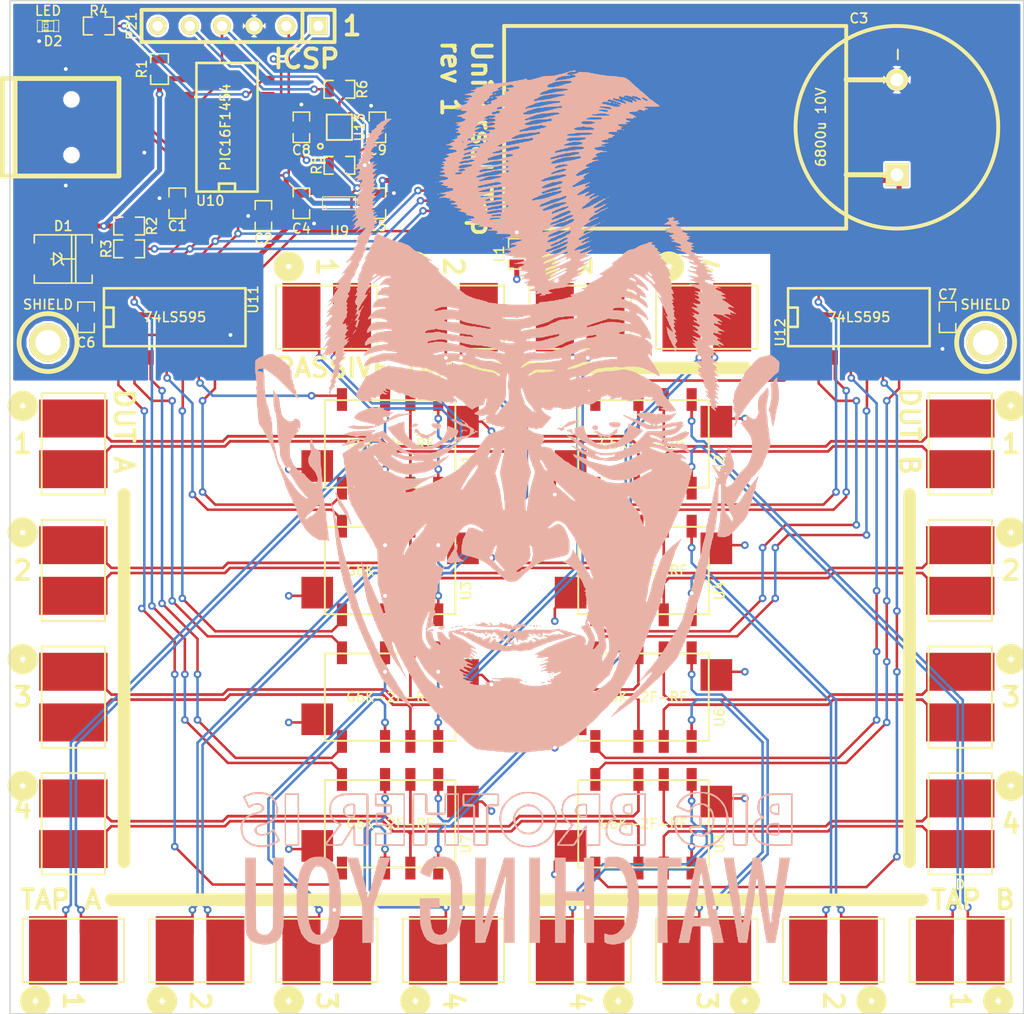
<source format=kicad_pcb>
(kicad_pcb (version 3) (host pcbnew "(2013-mar-13)-testing")
  (layers (15 F.Cu signal) (2 Inner2.Cu power) (1 Inner1.Cu power) (0 B.Cu signal) (18 B.Paste user) (19 F.Paste user) (20 B.SilkS user) (21 F.SilkS user) (22 B.Mask user) (23 F.Mask user) (28 Edge.Cuts user))
  (net 0 "")
  (net 1 /1/DC+)
  (net 2 /1/DC-)
  (net 3 /1/HC+)
  (net 4 /1/HC-)
  (net 5 /2/DC+)
  (net 6 /2/DC-)
  (net 7 /2/HC+)
  (net 8 /2/HC-)
  (net 9 /3/DC+)
  (net 10 /3/DC-)
  (net 11 /3/HC+)
  (net 12 /3/HC-)
  (net 13 /4/DC+)
  (net 14 /4/DC-)
  (net 15 /4/HC+)
  (net 16 /4/HC-)
  (net 17 /MCLR)
  (net 18 /RCK)
  (net 19 /SCK)
  (net 20 /SCL)
  (net 21 /SDA)
  (net 22 /SER)
  (net 23 /VBUS)
  (net 24 /~REN)
  (net 25 3V3)
  (net 26 AGND)
  (net 27 GND)
  (net 28 N-0000011)
  (net 29 N-0000014)
  (net 30 N-0000015)
  (net 31 N-0000016)
  (net 32 N-0000017)
  (net 33 N-0000018)
  (net 34 N-0000029)
  (net 35 N-000003)
  (net 36 N-0000037)
  (net 37 N-0000038)
  (net 38 N-0000041)
  (net 39 N-0000042)
  (net 40 N-0000043)
  (net 41 N-0000044)
  (net 42 N-0000045)
  (net 43 N-0000046)
  (net 44 N-0000047)
  (net 45 N-0000048)
  (net 46 N-0000049)
  (net 47 N-000005)
  (net 48 N-0000050)
  (net 49 N-0000051)
  (net 50 N-0000052)
  (net 51 N-0000053)
  (net 52 N-0000054)
  (net 53 N-0000055)
  (net 54 N-0000056)
  (net 55 N-0000057)
  (net 56 N-0000058)
  (net 57 N-0000059)
  (net 58 N-000006)
  (net 59 N-0000060)
  (net 60 N-0000061)
  (net 61 N-0000062)
  (net 62 N-0000063)
  (net 63 N-0000064)
  (net 64 N-0000065)
  (net 65 N-0000066)
  (net 66 N-0000067)
  (net 67 N-0000068)
  (net 68 N-0000069)
  (net 69 N-0000070)
  (net 70 N-0000071)
  (net 71 N-0000072)
  (net 72 N-0000073)
  (net 73 N-0000074)
  (net 74 N-0000075)
  (net 75 N-0000076)
  (net 76 N-0000077)
  (net 77 N-0000078)
  (net 78 N-0000079)
  (net 79 N-0000080)
  (net 80 N-0000081)
  (net 81 VCC)
  (module C2V10 (layer F.Cu) (at 160 80 90)
    (fp_text reference C3 (at 8.6 -3 180) (layer F.SilkS) (effects (font (size 0.762 0.762) (thickness 0.13))))
    (fp_text value "6800u 10V" (at 0 -6 90) (layer F.SilkS) (effects (font (size 0.762 0.762) (thickness 0.13))))
    (fp_text user - (at 5.75 0 90) (layer F.SilkS))
    (pad 1 thru_hole rect (at -3.75 0 90) (size 1.778 1.778) (drill 1.016) (layers *.Cu *.Mask F.SilkS) (net 81 VCC))
    (pad 2 thru_hole circle (at 3.75 0 90) (size 1.778 1.778) (drill 1.016) (layers *.Cu *.Mask F.SilkS) (net 27 GND))
  )
  (module 1pin (layer F.Cu) (at 93 97)
    (fp_text reference P22 hide)
    (fp_text value CONN_1 hide)
    (pad 1 thru_hole circle (at 0 0) (size 3 3) (drill 2) (layers *.Cu *.Mask F.SilkS) (net 26 AGND))
  )
  (module USB_MINI_B (layer F.Cu) (at 94 80)
    (fp_text reference CON1 hide)
    (fp_text value USB-MINI-B hide)
    (pad 1 smd rect (at 3.44932 -1.6002) (size 2.30124 0.50038) (layers F.Cu F.Paste F.Mask) (net 33 N-0000018))
    (pad 2 smd rect (at 3.44932 -0.8001) (size 2.30124 0.50038) (layers F.Cu F.Paste F.Mask) (net 32 N-0000017))
    (pad 3 smd rect (at 3.44932 0) (size 2.30124 0.50038) (layers F.Cu F.Paste F.Mask) (net 31 N-0000016))
    (pad 4 smd rect (at 3.44932 0.8001) (size 2.30124 0.50038) (layers F.Cu F.Paste F.Mask) (net 30 N-0000015))
    (pad 5 smd rect (at 3.44932 1.6002) (size 2.30124 0.50038) (layers F.Cu F.Paste F.Mask) (net 27 GND))
    (pad 6 smd rect (at 3.35026 -4.45008) (size 2.49936 1.99898) (layers F.Cu F.Paste F.Mask) (net 27 GND))
    (pad 7 smd rect (at -2.14884 -4.45008) (size 2.49936 1.99898) (layers F.Cu F.Paste F.Mask) (net 27 GND))
    (pad 8 smd rect (at 3.35026 4.45008) (size 2.49936 1.99898) (layers F.Cu F.Paste F.Mask) (net 27 GND))
    (pad 9 smd rect (at -2.14884 4.45008) (size 2.49936 1.99898) (layers F.Cu F.Paste F.Mask) (net 27 GND))
    (pad "" np_thru_hole circle (at 0.8509 -2.19964) (size 0.89916 0.89916) (drill 0.89916) (layers *.Cu *.Mask F.SilkS))
    (pad "" np_thru_hole circle (at 0.8509 2.19964) (size 0.89916 0.89916) (drill 0.89916) (layers *.Cu *.Mask F.SilkS))
  )
  (module 00-9176-002 (layer F.Cu) (at 95 105 270)
    (fp_text reference P1 hide)
    (fp_text value H hide)
    (pad 1 smd rect (at -2 0 270) (size 3 5.4) (layers F.Cu F.Paste F.Mask) (net 49 N-0000051))
    (pad 2 smd rect (at 2 0 270) (size 3 5.4) (layers F.Cu F.Paste F.Mask) (net 42 N-0000045))
  )
  (module 00-9176-002 (layer F.Cu) (at 95 145)
    (fp_text reference P2 hide)
    (fp_text value HTAP hide)
    (pad 1 smd rect (at -2 0) (size 3 5.4) (layers F.Cu F.Paste F.Mask) (net 44 N-0000047))
    (pad 2 smd rect (at 2 0) (size 3 5.4) (layers F.Cu F.Paste F.Mask) (net 43 N-0000046))
  )
  (module 00-9176-002 (layer F.Cu) (at 115 95)
    (fp_text reference P3 hide)
    (fp_text value PTAP hide)
    (pad 1 smd rect (at -2 0) (size 3 5.4) (layers F.Cu F.Paste F.Mask) (net 45 N-0000048))
    (pad 2 smd rect (at 2 0) (size 3 5.4) (layers F.Cu F.Paste F.Mask) (net 40 N-0000043))
  )
  (module 00-9176-002 (layer F.Cu) (at 165 145 180)
    (fp_text reference P4 hide)
    (fp_text value DTAP hide)
    (pad 1 smd rect (at -2 0 180) (size 3 5.4) (layers F.Cu F.Paste F.Mask) (net 41 N-0000044))
    (pad 2 smd rect (at 2 0 180) (size 3 5.4) (layers F.Cu F.Paste F.Mask) (net 46 N-0000049))
  )
  (module 00-9176-002 (layer F.Cu) (at 165 105 270)
    (fp_text reference P5 hide)
    (fp_text value D hide)
    (pad 1 smd rect (at -2 0 270) (size 3 5.4) (layers F.Cu F.Paste F.Mask) (net 48 N-0000050))
    (pad 2 smd rect (at 2 0 270) (size 3 5.4) (layers F.Cu F.Paste F.Mask) (net 39 N-0000042))
  )
  (module 00-9176-002 (layer F.Cu) (at 95 115 270)
    (fp_text reference P6 hide)
    (fp_text value H hide)
    (pad 1 smd rect (at -2 0 270) (size 3 5.4) (layers F.Cu F.Paste F.Mask) (net 60 N-0000061))
    (pad 2 smd rect (at 2 0 270) (size 3 5.4) (layers F.Cu F.Paste F.Mask) (net 53 N-0000055))
  )
  (module 00-9176-002 (layer F.Cu) (at 105 145)
    (fp_text reference P7 hide)
    (fp_text value HTAP hide)
    (pad 1 smd rect (at -2 0) (size 3 5.4) (layers F.Cu F.Paste F.Mask) (net 54 N-0000056))
    (pad 2 smd rect (at 2 0) (size 3 5.4) (layers F.Cu F.Paste F.Mask) (net 55 N-0000057))
  )
  (module 00-9176-002 (layer F.Cu) (at 125 95)
    (fp_text reference P8 hide)
    (fp_text value PTAP hide)
    (pad 1 smd rect (at -2 0) (size 3 5.4) (layers F.Cu F.Paste F.Mask) (net 56 N-0000058))
    (pad 2 smd rect (at 2 0) (size 3 5.4) (layers F.Cu F.Paste F.Mask) (net 51 N-0000053))
  )
  (module 00-9176-002 (layer F.Cu) (at 155 145 180)
    (fp_text reference P9 hide)
    (fp_text value DTAP hide)
    (pad 1 smd rect (at -2 0 180) (size 3 5.4) (layers F.Cu F.Paste F.Mask) (net 52 N-0000054))
    (pad 2 smd rect (at 2 0 180) (size 3 5.4) (layers F.Cu F.Paste F.Mask) (net 57 N-0000059))
  )
  (module 00-9176-002 (layer F.Cu) (at 165 115 270)
    (fp_text reference P10 hide)
    (fp_text value D hide)
    (pad 1 smd rect (at -2 0 270) (size 3 5.4) (layers F.Cu F.Paste F.Mask) (net 59 N-0000060))
    (pad 2 smd rect (at 2 0 270) (size 3 5.4) (layers F.Cu F.Paste F.Mask) (net 50 N-0000052))
  )
  (module 00-9176-002 (layer F.Cu) (at 95 125 270)
    (fp_text reference P11 hide)
    (fp_text value H hide)
    (pad 1 smd rect (at -2 0 270) (size 3 5.4) (layers F.Cu F.Paste F.Mask) (net 70 N-0000071))
    (pad 2 smd rect (at 2 0 270) (size 3 5.4) (layers F.Cu F.Paste F.Mask) (net 64 N-0000065))
  )
  (module 00-9176-002 (layer F.Cu) (at 115 145)
    (fp_text reference P12 hide)
    (fp_text value HTAP hide)
    (pad 1 smd rect (at -2 0) (size 3 5.4) (layers F.Cu F.Paste F.Mask) (net 65 N-0000066))
    (pad 2 smd rect (at 2 0) (size 3 5.4) (layers F.Cu F.Paste F.Mask) (net 66 N-0000067))
  )
  (module 00-9176-002 (layer F.Cu) (at 135 95)
    (fp_text reference P13 hide)
    (fp_text value PTAP hide)
    (pad 1 smd rect (at -2 0) (size 3 5.4) (layers F.Cu F.Paste F.Mask) (net 67 N-0000068))
    (pad 2 smd rect (at 2 0) (size 3 5.4) (layers F.Cu F.Paste F.Mask) (net 61 N-0000062))
  )
  (module 00-9176-002 (layer F.Cu) (at 145 145 180)
    (fp_text reference P14 hide)
    (fp_text value DTAP hide)
    (pad 1 smd rect (at -2 0 180) (size 3 5.4) (layers F.Cu F.Paste F.Mask) (net 63 N-0000064))
    (pad 2 smd rect (at 2 0 180) (size 3 5.4) (layers F.Cu F.Paste F.Mask) (net 68 N-0000069))
  )
  (module 00-9176-002 (layer F.Cu) (at 165 125 270)
    (fp_text reference P15 hide)
    (fp_text value D hide)
    (pad 1 smd rect (at -2 0 270) (size 3 5.4) (layers F.Cu F.Paste F.Mask) (net 69 N-0000070))
    (pad 2 smd rect (at 2 0 270) (size 3 5.4) (layers F.Cu F.Paste F.Mask) (net 62 N-0000063))
  )
  (module 00-9176-002 (layer F.Cu) (at 95 135 270)
    (fp_text reference P16 hide)
    (fp_text value H hide)
    (pad 1 smd rect (at -2 0 270) (size 3 5.4) (layers F.Cu F.Paste F.Mask) (net 80 N-0000081))
    (pad 2 smd rect (at 2 0 270) (size 3 5.4) (layers F.Cu F.Paste F.Mask) (net 74 N-0000075))
  )
  (module 00-9176-002 (layer F.Cu) (at 125 145)
    (fp_text reference P17 hide)
    (fp_text value HTAP hide)
    (pad 1 smd rect (at -2 0) (size 3 5.4) (layers F.Cu F.Paste F.Mask) (net 75 N-0000076))
    (pad 2 smd rect (at 2 0) (size 3 5.4) (layers F.Cu F.Paste F.Mask) (net 76 N-0000077))
  )
  (module 00-9176-002 (layer F.Cu) (at 145 95)
    (fp_text reference P18 hide)
    (fp_text value PTAP hide)
    (pad 1 smd rect (at -2 0) (size 3 5.4) (layers F.Cu F.Paste F.Mask) (net 77 N-0000078))
    (pad 2 smd rect (at 2 0) (size 3 5.4) (layers F.Cu F.Paste F.Mask) (net 72 N-0000073))
  )
  (module 00-9176-002 (layer F.Cu) (at 135 145 180)
    (fp_text reference P19 hide)
    (fp_text value DTAP hide)
    (pad 1 smd rect (at -2 0 180) (size 3 5.4) (layers F.Cu F.Paste F.Mask) (net 73 N-0000074))
    (pad 2 smd rect (at 2 0 180) (size 3 5.4) (layers F.Cu F.Paste F.Mask) (net 78 N-0000079))
  )
  (module 00-9176-002 (layer F.Cu) (at 165 135 270)
    (fp_text reference P20 hide)
    (fp_text value D (at 4.8 0 360) (layer F.SilkS) (effects (font (size 0.762 0.762) (thickness 0.13))))
    (pad 1 smd rect (at -2 0 270) (size 3 5.4) (layers F.Cu F.Paste F.Mask) (net 79 N-0000080))
    (pad 2 smd rect (at 2 0 270) (size 3 5.4) (layers F.Cu F.Paste F.Mask) (net 71 N-0000072))
  )
  (module G6K-2F-RF (layer F.Cu) (at 120 105)
    (fp_text reference U1 (at 6 1.6 90) (layer F.SilkS) (effects (font (size 0.762 0.762) (thickness 0.13))))
    (fp_text value G6K-2F-RF (at 0 0) (layer F.SilkS) (effects (font (size 0.762 0.762) (thickness 0.13))))
    (pad 1 smd rect (at -3.8 3.5) (size 0.8 1.8) (layers F.Cu F.Paste F.Mask) (net 3 /1/HC+))
    (pad 2 smd rect (at -0.4 3.5) (size 0.8 1.8) (layers F.Cu F.Paste F.Mask) (net 43 N-0000046))
    (pad 3 smd rect (at 1.6 3.5) (size 0.8 1.8) (layers F.Cu F.Paste F.Mask) (net 42 N-0000045))
    (pad 4 smd rect (at 3.8 3.5) (size 0.8 1.8) (layers F.Cu F.Paste F.Mask) (net 40 N-0000043))
    (pad 5 smd rect (at 3.8 -3.5) (size 0.8 1.8) (layers F.Cu F.Paste F.Mask) (net 45 N-0000048))
    (pad 6 smd rect (at 1.6 -3.5) (size 0.8 1.8) (layers F.Cu F.Paste F.Mask) (net 49 N-0000051))
    (pad 7 smd rect (at -0.4 -3.5) (size 0.8 1.8) (layers F.Cu F.Paste F.Mask) (net 44 N-0000047))
    (pad 8 smd rect (at -3.8 -3.5) (size 0.8 1.8) (layers F.Cu F.Paste F.Mask) (net 4 /1/HC-))
    (pad 9 smd rect (at -5.75 1.75) (size 2.5 2.5) (layers F.Cu F.Paste F.Mask) (net 26 AGND))
    (pad 10 smd rect (at 5.75 -1.75) (size 2.5 2.5) (layers F.Cu F.Paste F.Mask) (net 26 AGND))
  )
  (module G6K-2F-RF (layer F.Cu) (at 140 105)
    (fp_text reference U2 (at 6 1.6 90) (layer F.SilkS) (effects (font (size 0.762 0.762) (thickness 0.13))))
    (fp_text value G6K-2F-RF (at 0 0) (layer F.SilkS) (effects (font (size 0.762 0.762) (thickness 0.13))))
    (pad 1 smd rect (at -3.8 3.5) (size 0.8 1.8) (layers F.Cu F.Paste F.Mask) (net 1 /1/DC+))
    (pad 2 smd rect (at -0.4 3.5) (size 0.8 1.8) (layers F.Cu F.Paste F.Mask) (net 42 N-0000045))
    (pad 3 smd rect (at 1.6 3.5) (size 0.8 1.8) (layers F.Cu F.Paste F.Mask) (net 39 N-0000042))
    (pad 4 smd rect (at 3.8 3.5) (size 0.8 1.8) (layers F.Cu F.Paste F.Mask) (net 46 N-0000049))
    (pad 5 smd rect (at 3.8 -3.5) (size 0.8 1.8) (layers F.Cu F.Paste F.Mask) (net 41 N-0000044))
    (pad 6 smd rect (at 1.6 -3.5) (size 0.8 1.8) (layers F.Cu F.Paste F.Mask) (net 48 N-0000050))
    (pad 7 smd rect (at -0.4 -3.5) (size 0.8 1.8) (layers F.Cu F.Paste F.Mask) (net 49 N-0000051))
    (pad 8 smd rect (at -3.8 -3.5) (size 0.8 1.8) (layers F.Cu F.Paste F.Mask) (net 2 /1/DC-))
    (pad 9 smd rect (at -5.75 1.75) (size 2.5 2.5) (layers F.Cu F.Paste F.Mask) (net 26 AGND))
    (pad 10 smd rect (at 5.75 -1.75) (size 2.5 2.5) (layers F.Cu F.Paste F.Mask) (net 26 AGND))
  )
  (module G6K-2F-RF (layer F.Cu) (at 120 115)
    (fp_text reference U3 (at 6 1.6 90) (layer F.SilkS) (effects (font (size 0.762 0.762) (thickness 0.13))))
    (fp_text value G6K-2F-RF (at 0 0) (layer F.SilkS) (effects (font (size 0.762 0.762) (thickness 0.13))))
    (pad 1 smd rect (at -3.8 3.5) (size 0.8 1.8) (layers F.Cu F.Paste F.Mask) (net 7 /2/HC+))
    (pad 2 smd rect (at -0.4 3.5) (size 0.8 1.8) (layers F.Cu F.Paste F.Mask) (net 55 N-0000057))
    (pad 3 smd rect (at 1.6 3.5) (size 0.8 1.8) (layers F.Cu F.Paste F.Mask) (net 53 N-0000055))
    (pad 4 smd rect (at 3.8 3.5) (size 0.8 1.8) (layers F.Cu F.Paste F.Mask) (net 51 N-0000053))
    (pad 5 smd rect (at 3.8 -3.5) (size 0.8 1.8) (layers F.Cu F.Paste F.Mask) (net 56 N-0000058))
    (pad 6 smd rect (at 1.6 -3.5) (size 0.8 1.8) (layers F.Cu F.Paste F.Mask) (net 60 N-0000061))
    (pad 7 smd rect (at -0.4 -3.5) (size 0.8 1.8) (layers F.Cu F.Paste F.Mask) (net 54 N-0000056))
    (pad 8 smd rect (at -3.8 -3.5) (size 0.8 1.8) (layers F.Cu F.Paste F.Mask) (net 8 /2/HC-))
    (pad 9 smd rect (at -5.75 1.75) (size 2.5 2.5) (layers F.Cu F.Paste F.Mask) (net 26 AGND))
    (pad 10 smd rect (at 5.75 -1.75) (size 2.5 2.5) (layers F.Cu F.Paste F.Mask) (net 26 AGND))
  )
  (module G6K-2F-RF (layer F.Cu) (at 140 115)
    (fp_text reference U4 (at 6 1.6 90) (layer F.SilkS) (effects (font (size 0.762 0.762) (thickness 0.13))))
    (fp_text value G6K-2F-RF (at 0 0) (layer F.SilkS) (effects (font (size 0.762 0.762) (thickness 0.13))))
    (pad 1 smd rect (at -3.8 3.5) (size 0.8 1.8) (layers F.Cu F.Paste F.Mask) (net 5 /2/DC+))
    (pad 2 smd rect (at -0.4 3.5) (size 0.8 1.8) (layers F.Cu F.Paste F.Mask) (net 53 N-0000055))
    (pad 3 smd rect (at 1.6 3.5) (size 0.8 1.8) (layers F.Cu F.Paste F.Mask) (net 50 N-0000052))
    (pad 4 smd rect (at 3.8 3.5) (size 0.8 1.8) (layers F.Cu F.Paste F.Mask) (net 57 N-0000059))
    (pad 5 smd rect (at 3.8 -3.5) (size 0.8 1.8) (layers F.Cu F.Paste F.Mask) (net 52 N-0000054))
    (pad 6 smd rect (at 1.6 -3.5) (size 0.8 1.8) (layers F.Cu F.Paste F.Mask) (net 59 N-0000060))
    (pad 7 smd rect (at -0.4 -3.5) (size 0.8 1.8) (layers F.Cu F.Paste F.Mask) (net 60 N-0000061))
    (pad 8 smd rect (at -3.8 -3.5) (size 0.8 1.8) (layers F.Cu F.Paste F.Mask) (net 6 /2/DC-))
    (pad 9 smd rect (at -5.75 1.75) (size 2.5 2.5) (layers F.Cu F.Paste F.Mask) (net 26 AGND))
    (pad 10 smd rect (at 5.75 -1.75) (size 2.5 2.5) (layers F.Cu F.Paste F.Mask) (net 26 AGND))
  )
  (module G6K-2F-RF (layer F.Cu) (at 120 125)
    (fp_text reference U5 (at 6 1.6 90) (layer F.SilkS) (effects (font (size 0.762 0.762) (thickness 0.13))))
    (fp_text value G6K-2F-RF (at 0 0) (layer F.SilkS) (effects (font (size 0.762 0.762) (thickness 0.13))))
    (pad 1 smd rect (at -3.8 3.5) (size 0.8 1.8) (layers F.Cu F.Paste F.Mask) (net 11 /3/HC+))
    (pad 2 smd rect (at -0.4 3.5) (size 0.8 1.8) (layers F.Cu F.Paste F.Mask) (net 66 N-0000067))
    (pad 3 smd rect (at 1.6 3.5) (size 0.8 1.8) (layers F.Cu F.Paste F.Mask) (net 64 N-0000065))
    (pad 4 smd rect (at 3.8 3.5) (size 0.8 1.8) (layers F.Cu F.Paste F.Mask) (net 61 N-0000062))
    (pad 5 smd rect (at 3.8 -3.5) (size 0.8 1.8) (layers F.Cu F.Paste F.Mask) (net 67 N-0000068))
    (pad 6 smd rect (at 1.6 -3.5) (size 0.8 1.8) (layers F.Cu F.Paste F.Mask) (net 70 N-0000071))
    (pad 7 smd rect (at -0.4 -3.5) (size 0.8 1.8) (layers F.Cu F.Paste F.Mask) (net 65 N-0000066))
    (pad 8 smd rect (at -3.8 -3.5) (size 0.8 1.8) (layers F.Cu F.Paste F.Mask) (net 12 /3/HC-))
    (pad 9 smd rect (at -5.75 1.75) (size 2.5 2.5) (layers F.Cu F.Paste F.Mask) (net 26 AGND))
    (pad 10 smd rect (at 5.75 -1.75) (size 2.5 2.5) (layers F.Cu F.Paste F.Mask) (net 26 AGND))
  )
  (module G6K-2F-RF (layer F.Cu) (at 140 125)
    (fp_text reference U6 (at 6 1.6 90) (layer F.SilkS) (effects (font (size 0.762 0.762) (thickness 0.13))))
    (fp_text value G6K-2F-RF (at 0 0) (layer F.SilkS) (effects (font (size 0.762 0.762) (thickness 0.13))))
    (pad 1 smd rect (at -3.8 3.5) (size 0.8 1.8) (layers F.Cu F.Paste F.Mask) (net 9 /3/DC+))
    (pad 2 smd rect (at -0.4 3.5) (size 0.8 1.8) (layers F.Cu F.Paste F.Mask) (net 64 N-0000065))
    (pad 3 smd rect (at 1.6 3.5) (size 0.8 1.8) (layers F.Cu F.Paste F.Mask) (net 62 N-0000063))
    (pad 4 smd rect (at 3.8 3.5) (size 0.8 1.8) (layers F.Cu F.Paste F.Mask) (net 68 N-0000069))
    (pad 5 smd rect (at 3.8 -3.5) (size 0.8 1.8) (layers F.Cu F.Paste F.Mask) (net 63 N-0000064))
    (pad 6 smd rect (at 1.6 -3.5) (size 0.8 1.8) (layers F.Cu F.Paste F.Mask) (net 69 N-0000070))
    (pad 7 smd rect (at -0.4 -3.5) (size 0.8 1.8) (layers F.Cu F.Paste F.Mask) (net 70 N-0000071))
    (pad 8 smd rect (at -3.8 -3.5) (size 0.8 1.8) (layers F.Cu F.Paste F.Mask) (net 10 /3/DC-))
    (pad 9 smd rect (at -5.75 1.75) (size 2.5 2.5) (layers F.Cu F.Paste F.Mask) (net 26 AGND))
    (pad 10 smd rect (at 5.75 -1.75) (size 2.5 2.5) (layers F.Cu F.Paste F.Mask) (net 26 AGND))
  )
  (module G6K-2F-RF (layer F.Cu) (at 120 135)
    (fp_text reference U7 (at 6 1.6 90) (layer F.SilkS) (effects (font (size 0.762 0.762) (thickness 0.13))))
    (fp_text value G6K-2F-RF (at 0 0) (layer F.SilkS) (effects (font (size 0.762 0.762) (thickness 0.13))))
    (pad 1 smd rect (at -3.8 3.5) (size 0.8 1.8) (layers F.Cu F.Paste F.Mask) (net 15 /4/HC+))
    (pad 2 smd rect (at -0.4 3.5) (size 0.8 1.8) (layers F.Cu F.Paste F.Mask) (net 76 N-0000077))
    (pad 3 smd rect (at 1.6 3.5) (size 0.8 1.8) (layers F.Cu F.Paste F.Mask) (net 74 N-0000075))
    (pad 4 smd rect (at 3.8 3.5) (size 0.8 1.8) (layers F.Cu F.Paste F.Mask) (net 72 N-0000073))
    (pad 5 smd rect (at 3.8 -3.5) (size 0.8 1.8) (layers F.Cu F.Paste F.Mask) (net 77 N-0000078))
    (pad 6 smd rect (at 1.6 -3.5) (size 0.8 1.8) (layers F.Cu F.Paste F.Mask) (net 80 N-0000081))
    (pad 7 smd rect (at -0.4 -3.5) (size 0.8 1.8) (layers F.Cu F.Paste F.Mask) (net 75 N-0000076))
    (pad 8 smd rect (at -3.8 -3.5) (size 0.8 1.8) (layers F.Cu F.Paste F.Mask) (net 16 /4/HC-))
    (pad 9 smd rect (at -5.75 1.75) (size 2.5 2.5) (layers F.Cu F.Paste F.Mask) (net 26 AGND))
    (pad 10 smd rect (at 5.75 -1.75) (size 2.5 2.5) (layers F.Cu F.Paste F.Mask) (net 26 AGND))
  )
  (module G6K-2F-RF (layer F.Cu) (at 140 135)
    (fp_text reference U8 (at 6 1.6 90) (layer F.SilkS) (effects (font (size 0.762 0.762) (thickness 0.13))))
    (fp_text value G6K-2F-RF (at 0 0) (layer F.SilkS) (effects (font (size 0.762 0.762) (thickness 0.13))))
    (pad 1 smd rect (at -3.8 3.5) (size 0.8 1.8) (layers F.Cu F.Paste F.Mask) (net 13 /4/DC+))
    (pad 2 smd rect (at -0.4 3.5) (size 0.8 1.8) (layers F.Cu F.Paste F.Mask) (net 74 N-0000075))
    (pad 3 smd rect (at 1.6 3.5) (size 0.8 1.8) (layers F.Cu F.Paste F.Mask) (net 71 N-0000072))
    (pad 4 smd rect (at 3.8 3.5) (size 0.8 1.8) (layers F.Cu F.Paste F.Mask) (net 78 N-0000079))
    (pad 5 smd rect (at 3.8 -3.5) (size 0.8 1.8) (layers F.Cu F.Paste F.Mask) (net 73 N-0000074))
    (pad 6 smd rect (at 1.6 -3.5) (size 0.8 1.8) (layers F.Cu F.Paste F.Mask) (net 79 N-0000080))
    (pad 7 smd rect (at -0.4 -3.5) (size 0.8 1.8) (layers F.Cu F.Paste F.Mask) (net 80 N-0000081))
    (pad 8 smd rect (at -3.8 -3.5) (size 0.8 1.8) (layers F.Cu F.Paste F.Mask) (net 14 /4/DC-))
    (pad 9 smd rect (at -5.75 1.75) (size 2.5 2.5) (layers F.Cu F.Paste F.Mask) (net 26 AGND))
    (pad 10 smd rect (at 5.75 -1.75) (size 2.5 2.5) (layers F.Cu F.Paste F.Mask) (net 26 AGND))
  )
  (module SM0603_Capa (layer F.Cu) (at 103.2 86 270)
    (fp_text reference C1 (at 1.8 0 540) (layer F.SilkS) (effects (font (size 0.762 0.762) (thickness 0.13))))
    (fp_text value 470nF hide)
    (pad 1 smd rect (at -0.762 0 270) (size 0.635 1.143) (layers F.Cu F.Paste F.Mask) (net 36 N-0000037))
    (pad 2 smd rect (at 0.762 0 270) (size 0.635 1.143) (layers F.Cu F.Paste F.Mask) (net 27 GND))
  )
  (module SM0603_Capa (layer F.Cu) (at 113 86 270)
    (fp_text reference C4 (at 2 0 360) (layer F.SilkS) (effects (font (size 0.762 0.762) (thickness 0.13))))
    (fp_text value 1u hide)
    (pad 1 smd rect (at -0.762 0 270) (size 0.635 1.143) (layers F.Cu F.Paste F.Mask) (net 81 VCC))
    (pad 2 smd rect (at 0.762 0 270) (size 0.635 1.143) (layers F.Cu F.Paste F.Mask) (net 27 GND))
  )
  (module SM0603_Capa (layer F.Cu) (at 119 86 90)
    (fp_text reference C5 (at -1.8 0 180) (layer F.SilkS) (effects (font (size 0.762 0.762) (thickness 0.13))))
    (fp_text value 1u hide)
    (pad 1 smd rect (at -0.762 0 90) (size 0.635 1.143) (layers F.Cu F.Paste F.Mask) (net 25 3V3))
    (pad 2 smd rect (at 0.762 0 90) (size 0.635 1.143) (layers F.Cu F.Paste F.Mask) (net 27 GND))
  )
  (module SM0603_Capa (layer F.Cu) (at 96 95 90)
    (fp_text reference C6 (at -2 0 180) (layer F.SilkS) (effects (font (size 0.762 0.762) (thickness 0.13))))
    (fp_text value 100n hide)
    (pad 1 smd rect (at -0.762 0 90) (size 0.635 1.143) (layers F.Cu F.Paste F.Mask) (net 27 GND))
    (pad 2 smd rect (at 0.762 0 90) (size 0.635 1.143) (layers F.Cu F.Paste F.Mask) (net 81 VCC))
  )
  (module SM0603_Capa (layer F.Cu) (at 164 95 90)
    (fp_text reference C7 (at 1.8 0 180) (layer F.SilkS) (effects (font (size 0.762 0.762) (thickness 0.13))))
    (fp_text value 100n hide)
    (pad 1 smd rect (at -0.762 0 90) (size 0.635 1.143) (layers F.Cu F.Paste F.Mask) (net 27 GND))
    (pad 2 smd rect (at 0.762 0 90) (size 0.635 1.143) (layers F.Cu F.Paste F.Mask) (net 81 VCC))
  )
  (module SM0603_Capa (layer F.Cu) (at 113 80 90)
    (fp_text reference C8 (at -1.8 0 180) (layer F.SilkS) (effects (font (size 0.762 0.762) (thickness 0.13))))
    (fp_text value 100n hide)
    (pad 1 smd rect (at -0.762 0 90) (size 0.635 1.143) (layers F.Cu F.Paste F.Mask) (net 25 3V3))
    (pad 2 smd rect (at 0.762 0 90) (size 0.635 1.143) (layers F.Cu F.Paste F.Mask) (net 27 GND))
  )
  (module SM0603_Capa (layer F.Cu) (at 119 80 270)
    (fp_text reference C9 (at 1.8 0 360) (layer F.SilkS) (effects (font (size 0.762 0.762) (thickness 0.13))))
    (fp_text value 100n hide)
    (pad 1 smd rect (at -0.762 0 270) (size 0.635 1.143) (layers F.Cu F.Paste F.Mask) (net 27 GND))
    (pad 2 smd rect (at 0.762 0 270) (size 0.635 1.143) (layers F.Cu F.Paste F.Mask) (net 58 N-000006))
  )
  (module "DO-214AC(SMA)" (layer F.Cu) (at 94.2 90.4)
    (fp_text reference D1 (at 0 -2.60096) (layer F.SilkS) (effects (font (size 0.762 0.762) (thickness 0.13))))
    (fp_text value DIODE hide)
    (pad 1 smd rect (at -1.89992 0) (size 1.6002 2.19964) (layers F.Cu F.Paste F.Mask) (net 23 /VBUS))
    (pad 2 smd rect (at 1.89992 0) (size 1.6002 2.19964) (layers F.Cu F.Paste F.Mask) (net 81 VCC))
  )
  (module LED-0603 (layer F.Cu) (at 93 72 180)
    (fp_text reference D2 (at -0.4 -1.2 180) (layer F.SilkS) (effects (font (size 0.762 0.762) (thickness 0.13))))
    (fp_text value LED (at 0 1.2 180) (layer F.SilkS) (effects (font (size 0.762 0.762) (thickness 0.13))))
    (pad 1 smd rect (at -0.7493 0 180) (size 0.79756 0.79756) (layers F.Cu F.Paste F.Mask) (net 37 N-0000038))
    (pad 2 smd rect (at 0.7493 0 180) (size 0.79756 0.79756) (layers F.Cu F.Paste F.Mask) (net 27 GND))
  )
  (module SM0603_Capa (layer F.Cu) (at 130 90 270)
    (fp_text reference L1 (at 0 1.4 450) (layer F.SilkS) (effects (font (size 0.762 0.762) (thickness 0.13))))
    (fp_text value FERRITE hide)
    (pad 1 smd rect (at -0.762 0 270) (size 0.635 1.143) (layers F.Cu F.Paste F.Mask) (net 27 GND))
    (pad 2 smd rect (at 0.762 0 270) (size 0.635 1.143) (layers F.Cu F.Paste F.Mask) (net 26 AGND))
  )
  (module SIL-6 (layer F.Cu) (at 108 72 180)
    (fp_text reference P21 (at 8.4 0 270) (layer F.SilkS) (effects (font (size 0.762 0.762) (thickness 0.13))))
    (fp_text value ICSP hide)
    (pad 1 thru_hole rect (at -6.35 0 180) (size 1.397 1.397) (drill 0.8128) (layers *.Cu *.Mask F.SilkS) (net 17 /MCLR))
    (pad 2 thru_hole circle (at -3.81 0 180) (size 1.397 1.397) (drill 0.8128) (layers *.Cu *.Mask F.SilkS) (net 81 VCC))
    (pad 3 thru_hole circle (at -1.27 0 180) (size 1.397 1.397) (drill 0.8128) (layers *.Cu *.Mask F.SilkS) (net 27 GND))
    (pad 4 thru_hole circle (at 1.27 0 180) (size 1.397 1.397) (drill 0.8128) (layers *.Cu *.Mask F.SilkS) (net 20 /SCL))
    (pad 5 thru_hole circle (at 3.81 0 180) (size 1.397 1.397) (drill 0.8128) (layers *.Cu *.Mask F.SilkS) (net 21 /SDA))
    (pad 6 thru_hole circle (at 6.35 0 180) (size 1.397 1.397) (drill 0.8128) (layers *.Cu *.Mask F.SilkS) (net 38 N-0000041))
  )
  (module SM0603_Resistor (layer F.Cu) (at 101.8 75.4 270)
    (fp_text reference R1 (at 0 1.4 450) (layer F.SilkS) (effects (font (size 0.762 0.762) (thickness 0.13))))
    (fp_text value 22R hide)
    (pad 1 smd rect (at -0.762 0 270) (size 0.635 1.143) (layers F.Cu F.Paste F.Mask) (net 33 N-0000018))
    (pad 2 smd rect (at 0.762 0 270) (size 0.635 1.143) (layers F.Cu F.Paste F.Mask) (net 23 /VBUS))
  )
  (module SM0603_Resistor (layer F.Cu) (at 99.4 87.8)
    (fp_text reference R2 (at 1.8 0 270) (layer F.SilkS) (effects (font (size 0.762 0.762) (thickness 0.13))))
    (fp_text value 10K hide)
    (pad 1 smd rect (at -0.762 0) (size 0.635 1.143) (layers F.Cu F.Paste F.Mask) (net 23 /VBUS))
    (pad 2 smd rect (at 0.762 0) (size 0.635 1.143) (layers F.Cu F.Paste F.Mask) (net 27 GND))
  )
  (module SM0603_Resistor (layer F.Cu) (at 99.4 89.6)
    (fp_text reference R3 (at -1.8 0 270) (layer F.SilkS) (effects (font (size 0.762 0.762) (thickness 0.13))))
    (fp_text value 10K hide)
    (pad 1 smd rect (at -0.762 0) (size 0.635 1.143) (layers F.Cu F.Paste F.Mask) (net 81 VCC))
    (pad 2 smd rect (at 0.762 0) (size 0.635 1.143) (layers F.Cu F.Paste F.Mask) (net 24 /~REN))
  )
  (module SM0603_Resistor (layer F.Cu) (at 97 72)
    (fp_text reference R4 (at 0 -1.2 180) (layer F.SilkS) (effects (font (size 0.762 0.762) (thickness 0.13))))
    (fp_text value 100R hide)
    (pad 1 smd rect (at -0.762 0) (size 0.635 1.143) (layers F.Cu F.Paste F.Mask) (net 37 N-0000038))
    (pad 2 smd rect (at 0.762 0) (size 0.635 1.143) (layers F.Cu F.Paste F.Mask) (net 35 N-000003))
  )
  (module SM0603_Resistor (layer F.Cu) (at 116 83)
    (fp_text reference R5 (at -1.8 0 90) (layer F.SilkS) (effects (font (size 0.762 0.762) (thickness 0.13))))
    (fp_text value 4K7 hide)
    (pad 1 smd rect (at -0.762 0) (size 0.635 1.143) (layers F.Cu F.Paste F.Mask) (net 25 3V3))
    (pad 2 smd rect (at 0.762 0) (size 0.635 1.143) (layers F.Cu F.Paste F.Mask) (net 20 /SCL))
  )
  (module SM0603_Resistor (layer F.Cu) (at 116 77 180)
    (fp_text reference R6 (at -1.8 0 270) (layer F.SilkS) (effects (font (size 0.762 0.762) (thickness 0.13))))
    (fp_text value 4K7 hide)
    (pad 1 smd rect (at -0.762 0 180) (size 0.635 1.143) (layers F.Cu F.Paste F.Mask) (net 25 3V3))
    (pad 2 smd rect (at 0.762 0 180) (size 0.635 1.143) (layers F.Cu F.Paste F.Mask) (net 21 /SDA))
  )
  (module SO14N (layer F.Cu) (at 107 80 90)
    (fp_text reference U10 (at -5.8 -1.2 180) (layer F.SilkS) (effects (font (size 0.762 0.762) (thickness 0.13))))
    (fp_text value PIC16F1454 (at 0 0 90) (layer F.SilkS) (effects (font (size 0.762 0.762) (thickness 0.13))))
    (pad 1 smd rect (at -3.81 3.302 90) (size 0.508 1.143) (layers F.Cu F.Paste F.Mask) (net 81 VCC))
    (pad 2 smd rect (at -2.54 3.302 90) (size 0.508 1.143) (layers F.Cu F.Paste F.Mask) (net 19 /SCK))
    (pad 3 smd rect (at -1.27 3.302 90) (size 0.508 1.143) (layers F.Cu F.Paste F.Mask) (net 18 /RCK))
    (pad 4 smd rect (at 0 3.302 90) (size 0.508 1.143) (layers F.Cu F.Paste F.Mask) (net 17 /MCLR))
    (pad 5 smd rect (at 1.27 3.302 90) (size 0.508 1.143) (layers F.Cu F.Paste F.Mask) (net 24 /~REN))
    (pad 6 smd rect (at 2.54 3.302 90) (size 0.508 1.143) (layers F.Cu F.Paste F.Mask) (net 22 /SER))
    (pad 7 smd rect (at 3.81 3.302 90) (size 0.508 1.143) (layers F.Cu F.Paste F.Mask) (net 35 N-000003))
    (pad 8 smd rect (at 3.81 -3.048 90) (size 0.508 1.143) (layers F.Cu F.Paste F.Mask) (net 23 /VBUS))
    (pad 9 smd rect (at 2.54 -3.048 90) (size 0.508 1.143) (layers F.Cu F.Paste F.Mask) (net 21 /SDA))
    (pad 11 smd rect (at 0 -3.048 90) (size 0.508 1.143) (layers F.Cu F.Paste F.Mask) (net 36 N-0000037))
    (pad 12 smd rect (at -1.27 -3.048 90) (size 0.508 1.143) (layers F.Cu F.Paste F.Mask) (net 32 N-0000017))
    (pad 13 smd rect (at -2.54 -3.048 90) (size 0.508 1.143) (layers F.Cu F.Paste F.Mask) (net 31 N-0000016))
    (pad 14 smd rect (at -3.81 -3.048 90) (size 0.508 1.143) (layers F.Cu F.Paste F.Mask) (net 27 GND))
    (pad 10 smd rect (at 1.27 -3.048 90) (size 0.508 1.143) (layers F.Cu F.Paste F.Mask) (net 20 /SCL))
  )
  (module SO16N (layer F.Cu) (at 103 95)
    (fp_text reference U11 (at 6.2 -1.4 90) (layer F.SilkS) (effects (font (size 0.762 0.762) (thickness 0.13))))
    (fp_text value 74LS595 (at 0 0) (layer F.SilkS) (effects (font (size 0.762 0.762) (thickness 0.13))))
    (pad 16 smd rect (at -4.445 -3.175) (size 0.508 1.143) (layers F.Cu F.Paste F.Mask) (net 81 VCC))
    (pad 14 smd rect (at -1.905 -3.175) (size 0.508 1.143) (layers F.Cu F.Paste F.Mask) (net 22 /SER))
    (pad 13 smd rect (at -0.635 -3.175) (size 0.508 1.143) (layers F.Cu F.Paste F.Mask) (net 24 /~REN))
    (pad 12 smd rect (at 0.635 -3.175) (size 0.508 1.143) (layers F.Cu F.Paste F.Mask) (net 18 /RCK))
    (pad 11 smd rect (at 1.905 -3.175) (size 0.508 1.143) (layers F.Cu F.Paste F.Mask) (net 19 /SCK))
    (pad 10 smd rect (at 3.175 -3.175) (size 0.508 1.143) (layers F.Cu F.Paste F.Mask) (net 81 VCC))
    (pad 9 smd rect (at 4.445 -3.175) (size 0.508 1.143) (layers F.Cu F.Paste F.Mask) (net 29 N-0000014))
    (pad 8 smd rect (at 4.445 3.175) (size 0.508 1.143) (layers F.Cu F.Paste F.Mask) (net 27 GND))
    (pad 7 smd rect (at 3.175 3.175) (size 0.508 1.143) (layers F.Cu F.Paste F.Mask) (net 3 /1/HC+))
    (pad 6 smd rect (at 1.905 3.175) (size 0.508 1.143) (layers F.Cu F.Paste F.Mask) (net 4 /1/HC-))
    (pad 5 smd rect (at 0.635 3.175) (size 0.508 1.143) (layers F.Cu F.Paste F.Mask) (net 7 /2/HC+))
    (pad 4 smd rect (at -0.635 3.175) (size 0.508 1.143) (layers F.Cu F.Paste F.Mask) (net 8 /2/HC-))
    (pad 3 smd rect (at -1.905 3.175) (size 0.508 1.143) (layers F.Cu F.Paste F.Mask) (net 11 /3/HC+))
    (pad 2 smd rect (at -3.175 3.175) (size 0.508 1.143) (layers F.Cu F.Paste F.Mask) (net 12 /3/HC-))
    (pad 1 smd rect (at -4.445 3.175) (size 0.508 1.143) (layers F.Cu F.Paste F.Mask) (net 15 /4/HC+))
    (pad 15 smd rect (at -3.175 -3.175) (size 0.508 1.143) (layers F.Cu F.Paste F.Mask) (net 16 /4/HC-))
  )
  (module SO16N (layer F.Cu) (at 157 95)
    (fp_text reference U12 (at -6.2 1.2 90) (layer F.SilkS) (effects (font (size 0.762 0.762) (thickness 0.13))))
    (fp_text value 74LS595 (at 0 0) (layer F.SilkS) (effects (font (size 0.762 0.762) (thickness 0.13))))
    (pad 16 smd rect (at -4.445 -3.175) (size 0.508 1.143) (layers F.Cu F.Paste F.Mask) (net 81 VCC))
    (pad 14 smd rect (at -1.905 -3.175) (size 0.508 1.143) (layers F.Cu F.Paste F.Mask) (net 29 N-0000014))
    (pad 13 smd rect (at -0.635 -3.175) (size 0.508 1.143) (layers F.Cu F.Paste F.Mask) (net 24 /~REN))
    (pad 12 smd rect (at 0.635 -3.175) (size 0.508 1.143) (layers F.Cu F.Paste F.Mask) (net 18 /RCK))
    (pad 11 smd rect (at 1.905 -3.175) (size 0.508 1.143) (layers F.Cu F.Paste F.Mask) (net 19 /SCK))
    (pad 10 smd rect (at 3.175 -3.175) (size 0.508 1.143) (layers F.Cu F.Paste F.Mask) (net 81 VCC))
    (pad 9 smd rect (at 4.445 -3.175) (size 0.508 1.143) (layers F.Cu F.Paste F.Mask) (net 34 N-0000029))
    (pad 8 smd rect (at 4.445 3.175) (size 0.508 1.143) (layers F.Cu F.Paste F.Mask) (net 27 GND))
    (pad 7 smd rect (at 3.175 3.175) (size 0.508 1.143) (layers F.Cu F.Paste F.Mask) (net 14 /4/DC-))
    (pad 6 smd rect (at 1.905 3.175) (size 0.508 1.143) (layers F.Cu F.Paste F.Mask) (net 13 /4/DC+))
    (pad 5 smd rect (at 0.635 3.175) (size 0.508 1.143) (layers F.Cu F.Paste F.Mask) (net 10 /3/DC-))
    (pad 4 smd rect (at -0.635 3.175) (size 0.508 1.143) (layers F.Cu F.Paste F.Mask) (net 9 /3/DC+))
    (pad 3 smd rect (at -1.905 3.175) (size 0.508 1.143) (layers F.Cu F.Paste F.Mask) (net 6 /2/DC-))
    (pad 2 smd rect (at -3.175 3.175) (size 0.508 1.143) (layers F.Cu F.Paste F.Mask) (net 5 /2/DC+))
    (pad 1 smd rect (at -4.445 3.175) (size 0.508 1.143) (layers F.Cu F.Paste F.Mask) (net 2 /1/DC-))
    (pad 15 smd rect (at -3.175 -3.175) (size 0.508 1.143) (layers F.Cu F.Paste F.Mask) (net 1 /1/DC+))
  )
  (module DFN_10 (layer F.Cu) (at 116 80 90)
    (fp_text reference U13 (at 0 1.6 90) (layer F.SilkS) (effects (font (size 0.762 0.762) (thickness 0.13))))
    (fp_text value MMA8653FC hide)
    (pad 1 smd rect (at -0.9 -0.8 90) (size 0.6 0.226) (layers F.Cu F.Paste F.Mask) (net 25 3V3))
    (pad 2 smd rect (at -0.9 -0.4 90) (size 0.6 0.226) (layers F.Cu F.Paste F.Mask) (net 20 /SCL))
    (pad 3 smd rect (at -0.9 0 90) (size 0.6 0.226) (layers F.Cu F.Paste F.Mask) (net 47 N-000005))
    (pad 4 smd rect (at -0.9 0.4 90) (size 0.6 0.226) (layers F.Cu F.Paste F.Mask) (net 58 N-000006))
    (pad 5 smd rect (at -0.9 0.8 90) (size 0.6 0.226) (layers F.Cu F.Paste F.Mask) (net 28 N-0000011))
    (pad 6 smd rect (at 0.9 0.8 90) (size 0.6 0.226) (layers F.Cu F.Paste F.Mask) (net 27 GND))
    (pad 7 smd rect (at 0.9 0.4 90) (size 0.6 0.226) (layers F.Cu F.Paste F.Mask) (net 27 GND))
    (pad 8 smd rect (at 0.9 0 90) (size 0.6 0.226) (layers F.Cu F.Paste F.Mask) (net 25 3V3))
    (pad 9 smd rect (at 0.9 -0.4 90) (size 0.6 0.226) (layers F.Cu F.Paste F.Mask) (net 27 GND))
    (pad 10 smd rect (at 0.9 -0.8 90) (size 0.6 0.226) (layers F.Cu F.Paste F.Mask) (net 21 /SDA))
  )
  (module SM0603_Capa (layer F.Cu) (at 110 87 90)
    (fp_text reference C2 (at -1.8 0 180) (layer F.SilkS) (effects (font (size 0.762 0.762) (thickness 0.13))))
    (fp_text value 100n hide)
    (pad 1 smd rect (at -0.762 0 90) (size 0.635 1.143) (layers F.Cu F.Paste F.Mask) (net 27 GND))
    (pad 2 smd rect (at 0.762 0 90) (size 0.635 1.143) (layers F.Cu F.Paste F.Mask) (net 81 VCC))
  )
  (module SOT23 (layer F.Cu) (at 116 86)
    (fp_text reference U9 (at 0 2.2 180) (layer F.SilkS) (effects (font (size 0.762 0.762) (thickness 0.13))))
    (fp_text value 3v3 hide)
    (pad 3 smd rect (at 0 -1.09982) (size 0.8001 1.00076) (layers F.Cu F.Paste F.Mask) (net 81 VCC))
    (pad 2 smd rect (at 0.9525 1.09982) (size 0.8001 1.00076) (layers F.Cu F.Paste F.Mask) (net 25 3V3))
    (pad 1 smd rect (at -0.9525 1.09982) (size 0.8001 1.00076) (layers F.Cu F.Paste F.Mask) (net 27 GND))
  )
  (module 1pin (layer F.Cu) (at 167 97)
    (fp_text reference P23 hide)
    (fp_text value CONN_1 hide)
    (pad 1 thru_hole circle (at 0 0) (size 3 3) (drill 2) (layers *.Cu *.Mask F.SilkS) (net 26 AGND))
  )
  (module bb (layer F.Cu) (at 130 110)
    (fp_text reference VAL hide)
    (fp_text value REF hide)
  )
  (gr_text 1 (at 117 72) (layer F.SilkS) (effects (font (size 1.5 1.5) (thickness 0.3))))
  (gr_text "Universal Tap\nrev 1" (at 126 73 270) (layer F.SilkS) (effects (font (size 1.5 1.5) (thickness 0.3)) (justify left)))
  (gr_text SHIELD (at 167 94) (layer F.SilkS) (effects (font (size 0.762 0.762) (thickness 0.13))))
  (gr_text SHIELD (at 93 94) (layer F.SilkS) (effects (font (size 0.762 0.762) (thickness 0.13))))
  (gr_circle (center 142 91) (end 142 91.2) (layer F.SilkS) (width 1))
  (gr_circle (center 132 91) (end 132 91.2) (layer F.SilkS) (width 1))
  (gr_circle (center 122 91) (end 122 91.2) (layer F.SilkS) (width 1))
  (gr_circle (center 112 91) (end 112 91.2) (layer F.SilkS) (width 1))
  (gr_circle (center 168 149) (end 168 149.2) (layer F.SilkS) (width 1))
  (gr_circle (center 148 149) (end 148 149.2) (layer F.SilkS) (width 1))
  (gr_circle (center 158 149) (end 158 149.2) (layer F.SilkS) (width 1))
  (gr_circle (center 138 149) (end 138 149.2) (layer F.SilkS) (width 1))
  (gr_circle (center 122 149) (end 122 149.2) (layer F.SilkS) (width 1))
  (gr_circle (center 112 149) (end 112 149.2) (layer F.SilkS) (width 1))
  (gr_circle (center 102 149) (end 102 149.2) (layer F.SilkS) (width 1))
  (gr_circle (center 92 149) (end 92 149.2) (layer F.SilkS) (width 1))
  (gr_circle (center 169 132) (end 169 132.2) (layer F.SilkS) (width 1))
  (gr_circle (center 169 122) (end 169 122.2) (layer F.SilkS) (width 1))
  (gr_circle (center 169 112) (end 169 112.2) (layer F.SilkS) (width 1))
  (gr_circle (center 91 132) (end 91 132.2) (layer F.SilkS) (width 1))
  (gr_circle (center 91 122) (end 91 122.2) (layer F.SilkS) (width 1))
  (gr_circle (center 91 112) (end 91 112.2) (layer F.SilkS) (width 1))
  (gr_circle (center 169 102) (end 169 102.2) (layer F.SilkS) (width 1))
  (gr_circle (center 91 102) (end 91 102.2) (layer F.SilkS) (width 1))
  (gr_text 4 (at 145 91 270) (layer F.SilkS) (effects (font (size 1.5 1.5) (thickness 0.3))))
  (gr_text 3 (at 135 91 270) (layer F.SilkS) (effects (font (size 1.5 1.5) (thickness 0.3))))
  (gr_text 2 (at 125 91 270) (layer F.SilkS) (effects (font (size 1.5 1.5) (thickness 0.3))))
  (gr_text 1 (at 115 91 270) (layer F.SilkS) (effects (font (size 1.5 1.5) (thickness 0.3))))
  (gr_text 1 (at 165 149 270) (layer F.SilkS) (effects (font (size 1.5 1.5) (thickness 0.3))))
  (gr_text 2 (at 155 149 270) (layer F.SilkS) (effects (font (size 1.5 1.5) (thickness 0.3))))
  (gr_text 3 (at 145 149 270) (layer F.SilkS) (effects (font (size 1.5 1.5) (thickness 0.3))))
  (gr_text 4 (at 135 149 270) (layer F.SilkS) (effects (font (size 1.5 1.5) (thickness 0.3))))
  (gr_text 4 (at 125 149 270) (layer F.SilkS) (effects (font (size 1.5 1.5) (thickness 0.3))))
  (gr_text 3 (at 115 149 270) (layer F.SilkS) (effects (font (size 1.5 1.5) (thickness 0.3))))
  (gr_text 2 (at 105 149 270) (layer F.SilkS) (effects (font (size 1.5 1.5) (thickness 0.3))))
  (gr_text 1 (at 95 149 270) (layer F.SilkS) (effects (font (size 1.5 1.5) (thickness 0.3))))
  (gr_text 4 (at 169 135) (layer F.SilkS) (effects (font (size 1.5 1.5) (thickness 0.3))))
  (gr_text 3 (at 169 125) (layer F.SilkS) (effects (font (size 1.5 1.5) (thickness 0.3))))
  (gr_text 2 (at 169 115) (layer F.SilkS) (effects (font (size 1.5 1.5) (thickness 0.3))))
  (gr_text 1 (at 169 105) (layer F.SilkS) (effects (font (size 1.5 1.5) (thickness 0.3))))
  (gr_text "4\n\n" (at 91 135) (layer F.SilkS) (effects (font (size 1.5 1.5) (thickness 0.3))))
  (gr_text 3 (at 91 125) (layer F.SilkS) (effects (font (size 1.5 1.5) (thickness 0.3))))
  (gr_text 2 (at 91 115) (layer F.SilkS) (effects (font (size 1.5 1.5) (thickness 0.3))))
  (gr_text 1 (at 91 105) (layer F.SilkS) (effects (font (size 1.5 1.5) (thickness 0.3))))
  (gr_line (start 126 99) (end 148 99) (angle 90) (layer F.SilkS) (width 1))
  (gr_line (start 99 109) (end 99 138) (angle 90) (layer F.SilkS) (width 1))
  (gr_line (start 162 141) (end 132 141) (angle 90) (layer F.SilkS) (width 1))
  (gr_text "TAP B" (at 166 141) (layer F.SilkS) (effects (font (size 1.5 1.5) (thickness 0.3))))
  (gr_line (start 161 109) (end 161 138) (angle 90) (layer F.SilkS) (width 1))
  (gr_text "DUT B" (at 161 104 270) (layer F.SilkS) (effects (font (size 1.5 1.5) (thickness 0.3))))
  (gr_line (start 98 141) (end 128 141) (angle 90) (layer F.SilkS) (width 1))
  (gr_text "TAP A" (at 94 141) (layer F.SilkS) (effects (font (size 1.5 1.5) (thickness 0.3))))
  (gr_text "DUT A" (at 99 104 270) (layer F.SilkS) (effects (font (size 1.5 1.5) (thickness 0.3))))
  (gr_text "PASSIVE TAP" (at 118 99) (layer F.SilkS) (effects (font (size 1.5 1.5) (thickness 0.3))))
  (gr_text ICSP (at 113.4 74.6) (layer F.SilkS) (effects (font (size 1.5 1.5) (thickness 0.3))))
  (gr_line (start 90 150) (end 90 70) (angle 90) (layer Edge.Cuts) (width 0.1))
  (gr_line (start 170 150) (end 90 150) (angle 90) (layer Edge.Cuts) (width 0.1))
  (gr_line (start 170 70) (end 170 150) (angle 90) (layer Edge.Cuts) (width 0.1))
  (gr_line (start 90 70) (end 170 70) (angle 90) (layer Edge.Cuts) (width 0.1))
  (segment (start 155.2 108.8) (end 155.2 95.2) (width 0.2) (layer B.Cu) (net 1))
  (segment (start 153.825 91.825) (end 153.825 93.775) (width 0.2) (layer F.Cu) (net 1))
  (segment (start 153.8 93.8) (end 153.825 93.775) (width 0.2) (layer F.Cu) (net 1))
  (via (at 153.8 93.8) (size 0.6) (layers F.Cu B.Cu) (net 1))
  (segment (start 155.2 95.2) (end 153.8 93.8) (width 0.2) (layer B.Cu) (net 1))
  (via (at 155.2 108.8) (size 0.6) (layers F.Cu B.Cu) (net 1))
  (segment (start 136.2 109) (end 137 109.8) (width 0.2) (layer F.Cu) (net 1))
  (segment (start 137 109.8) (end 154.2 109.8) (width 0.2) (layer F.Cu) (net 1))
  (segment (start 154.2 109.8) (end 155.2 108.8) (width 0.2) (layer F.Cu) (net 1))
  (segment (start 136.2 109) (end 136.2 108.5) (width 0.2) (layer F.Cu) (net 1))
  (segment (start 152.555 98.175) (end 152.555 98.545) (width 0.2) (layer F.Cu) (net 2))
  (segment (start 151.1 100) (end 137.2 100) (width 0.2) (layer F.Cu) (net 2))
  (segment (start 152.555 98.545) (end 151.1 100) (width 0.2) (layer F.Cu) (net 2))
  (segment (start 137.2 100) (end 136.2 101) (width 0.2) (layer F.Cu) (net 2))
  (segment (start 136.2 101) (end 136.2 101.5) (width 0.2) (layer F.Cu) (net 2))
  (segment (start 136.2 101.5) (end 136.2 101) (width 0.2) (layer F.Cu) (net 2))
  (segment (start 105.2 101.6) (end 105.2 108.8) (width 0.2) (layer B.Cu) (net 3))
  (segment (start 116.2 109) (end 115.399002 109.800998) (width 0.2) (layer F.Cu) (net 3))
  (segment (start 115.399002 109.800998) (end 106.200998 109.800998) (width 0.2) (layer F.Cu) (net 3))
  (segment (start 106.200998 109.800998) (end 105.2 108.8) (width 0.2) (layer F.Cu) (net 3))
  (via (at 105.2 108.8) (size 0.6) (layers F.Cu B.Cu) (net 3))
  (segment (start 116.2 108.5) (end 116.2 109) (width 0.2) (layer F.Cu) (net 3))
  (segment (start 106.175 100.625) (end 106.175 98.175) (width 0.2) (layer F.Cu) (net 3))
  (segment (start 105.2 101.6) (end 106.175 100.625) (width 0.2) (layer F.Cu) (net 3))
  (via (at 105.2 101.6) (size 0.6) (layers F.Cu B.Cu) (net 3))
  (segment (start 106 101.2) (end 113.8 101.2) (width 0.2) (layer B.Cu) (net 4))
  (segment (start 104.905 98.175) (end 104.905 100.105) (width 0.2) (layer F.Cu) (net 4))
  (segment (start 105 100.2) (end 104.905 100.105) (width 0.2) (layer F.Cu) (net 4))
  (via (at 105 100.2) (size 0.6) (layers F.Cu B.Cu) (net 4))
  (segment (start 106 101.2) (end 105 100.2) (width 0.2) (layer B.Cu) (net 4))
  (segment (start 115.9 101.2) (end 116.2 101.5) (width 0.2) (layer F.Cu) (net 4))
  (segment (start 113.8 101.2) (end 115.9 101.2) (width 0.2) (layer F.Cu) (net 4))
  (via (at 113.8 101.2) (size 0.6) (layers F.Cu B.Cu) (net 4))
  (segment (start 116.2 101.5) (end 116.1 101.4) (width 0.2) (layer F.Cu) (net 4))
  (segment (start 156.8 101.6) (end 156.8 111.4) (width 0.2) (layer B.Cu) (net 5))
  (segment (start 153.825 98.175) (end 153.825 100.225) (width 0.2) (layer F.Cu) (net 5))
  (via (at 156.8 101.6) (size 0.6) (layers F.Cu B.Cu) (net 5))
  (segment (start 155.2 101.6) (end 156.8 101.6) (width 0.2) (layer F.Cu) (net 5))
  (segment (start 153.825 100.225) (end 155.2 101.6) (width 0.2) (layer F.Cu) (net 5))
  (segment (start 136.2 119) (end 137 119.8) (width 0.2) (layer F.Cu) (net 5))
  (segment (start 137 119.8) (end 146.8 119.8) (width 0.2) (layer F.Cu) (net 5))
  (segment (start 146.8 119.8) (end 149.4 117.2) (width 0.2) (layer F.Cu) (net 5))
  (via (at 149.4 117.2) (size 0.6) (layers F.Cu B.Cu) (net 5))
  (segment (start 149.4 117.2) (end 149.4 113.2) (width 0.2) (layer B.Cu) (net 5))
  (via (at 149.4 113.2) (size 0.6) (layers F.Cu B.Cu) (net 5))
  (segment (start 149.4 113.2) (end 151.2 111.4) (width 0.2) (layer F.Cu) (net 5))
  (segment (start 151.2 111.4) (end 156.8 111.4) (width 0.2) (layer F.Cu) (net 5))
  (via (at 156.8 111.4) (size 0.6) (layers F.Cu B.Cu) (net 5))
  (segment (start 136.2 119) (end 136.2 118.5) (width 0.2) (layer F.Cu) (net 5))
  (segment (start 156 100.8) (end 156 108.8) (width 0.2) (layer B.Cu) (net 6))
  (segment (start 155.095 98.175) (end 155.095 99.895) (width 0.2) (layer F.Cu) (net 6))
  (segment (start 156 100.8) (end 155.095 99.895) (width 0.2) (layer F.Cu) (net 6))
  (via (at 156 100.8) (size 0.6) (layers F.Cu B.Cu) (net 6))
  (segment (start 156 108.8) (end 156 109.2) (width 0.2) (layer F.Cu) (net 6))
  (segment (start 136.2 111) (end 137 110.2) (width 0.2) (layer F.Cu) (net 6))
  (via (at 156 108.8) (size 0.6) (layers F.Cu B.Cu) (net 6))
  (segment (start 136.2 111) (end 136.2 111.5) (width 0.2) (layer F.Cu) (net 6))
  (segment (start 155 110.2) (end 137 110.2) (width 0.2) (layer F.Cu) (net 6))
  (segment (start 156 109.2) (end 155 110.2) (width 0.2) (layer F.Cu) (net 6))
  (segment (start 103.6 102.4) (end 103.6 117.2) (width 0.2) (layer B.Cu) (net 7))
  (segment (start 103.635 98.175) (end 103.635 102.365) (width 0.2) (layer F.Cu) (net 7))
  (via (at 103.6 102.4) (size 0.6) (layers F.Cu B.Cu) (net 7))
  (segment (start 103.635 102.365) (end 103.6 102.4) (width 0.2) (layer F.Cu) (net 7))
  (via (at 103.6 117.2) (size 0.6) (layers F.Cu B.Cu) (net 7))
  (segment (start 116.2 119) (end 116.2 118.5) (width 0.2) (layer F.Cu) (net 7))
  (segment (start 115.4 119.8) (end 106.2 119.8) (width 0.2) (layer F.Cu) (net 7))
  (segment (start 116.2 119) (end 115.4 119.8) (width 0.2) (layer F.Cu) (net 7))
  (segment (start 103.6 117.2) (end 106.2 119.8) (width 0.2) (layer F.Cu) (net 7))
  (segment (start 105.6 110.2) (end 104.4 109) (width 0.2) (layer F.Cu) (net 8))
  (segment (start 116.2 111) (end 115.4 110.2) (width 0.2) (layer F.Cu) (net 8))
  (segment (start 115.4 110.2) (end 105.6 110.2) (width 0.2) (layer F.Cu) (net 8))
  (segment (start 116.2 111.5) (end 116.2 111) (width 0.2) (layer F.Cu) (net 8))
  (segment (start 102.365 99.765) (end 102.365 98.175) (width 0.2) (layer F.Cu) (net 8))
  (segment (start 102.4 99.8) (end 102.365 99.765) (width 0.2) (layer F.Cu) (net 8))
  (via (at 102.4 99.8) (size 0.6) (layers F.Cu B.Cu) (net 8))
  (segment (start 104.4 101.8) (end 102.4 99.8) (width 0.2) (layer B.Cu) (net 8))
  (segment (start 104.4 109) (end 104.4 101.8) (width 0.2) (layer B.Cu) (net 8))
  (via (at 104.4 109) (size 0.6) (layers F.Cu B.Cu) (net 8))
  (segment (start 158.4 116.6) (end 158.4 101.8) (width 0.2) (layer B.Cu) (net 9))
  (segment (start 137 129.8) (end 155.4 129.8) (width 0.2) (layer F.Cu) (net 9))
  (segment (start 136.2 129) (end 137 129.8) (width 0.2) (layer F.Cu) (net 9))
  (segment (start 136.2 128.5) (end 136.2 129) (width 0.2) (layer F.Cu) (net 9))
  (via (at 158.4 116.6) (size 0.6) (layers F.Cu B.Cu) (net 9))
  (segment (start 158.4 121.4) (end 158.4 116.6) (width 0.2) (layer F.Cu) (net 9))
  (via (at 158.4 121.4) (size 0.6) (layers F.Cu B.Cu) (net 9))
  (segment (start 158.4 126.8) (end 158.4 121.4) (width 0.2) (layer B.Cu) (net 9))
  (via (at 158.4 126.8) (size 0.6) (layers F.Cu B.Cu) (net 9))
  (segment (start 155.4 129.8) (end 158.4 126.8) (width 0.2) (layer F.Cu) (net 9))
  (segment (start 158.4 101.8) (end 156.4 99.8) (width 0.2) (layer B.Cu) (net 9))
  (via (at 156.4 99.8) (size 0.6) (layers F.Cu B.Cu) (net 9))
  (segment (start 156.4 99.8) (end 156.365 99.765) (width 0.2) (layer F.Cu) (net 9))
  (segment (start 156.365 99.765) (end 156.365 98.175) (width 0.2) (layer F.Cu) (net 9))
  (segment (start 157.6 102.4) (end 157.6 112.2) (width 0.2) (layer B.Cu) (net 10))
  (segment (start 136.2 121) (end 137 120.2) (width 0.2) (layer F.Cu) (net 10))
  (segment (start 137 120.2) (end 147.4 120.2) (width 0.2) (layer F.Cu) (net 10))
  (segment (start 147.4 120.2) (end 150.4 117.2) (width 0.2) (layer F.Cu) (net 10))
  (via (at 150.4 117.2) (size 0.6) (layers F.Cu B.Cu) (net 10))
  (segment (start 150.4 117.2) (end 150.4 113.2) (width 0.2) (layer B.Cu) (net 10))
  (via (at 150.4 113.2) (size 0.6) (layers F.Cu B.Cu) (net 10))
  (segment (start 150.4 113.2) (end 151.4 112.2) (width 0.2) (layer F.Cu) (net 10))
  (segment (start 151.4 112.2) (end 157.6 112.2) (width 0.2) (layer F.Cu) (net 10))
  (via (at 157.6 112.2) (size 0.6) (layers F.Cu B.Cu) (net 10))
  (segment (start 136.2 121.5) (end 136.2 121) (width 0.2) (layer F.Cu) (net 10))
  (segment (start 157.635 102.365) (end 157.6 102.4) (width 0.2) (layer F.Cu) (net 10))
  (via (at 157.6 102.4) (size 0.6) (layers F.Cu B.Cu) (net 10))
  (segment (start 157.635 102.365) (end 157.635 98.175) (width 0.2) (layer F.Cu) (net 10))
  (segment (start 102 100.8) (end 102 117.6) (width 0.2) (layer B.Cu) (net 11))
  (via (at 102 100.8) (size 0.6) (layers F.Cu B.Cu) (net 11))
  (segment (start 102 100.8) (end 101.095 99.895) (width 0.2) (layer F.Cu) (net 11))
  (segment (start 101.095 98.175) (end 101.095 99.895) (width 0.2) (layer F.Cu) (net 11))
  (segment (start 104.8 120.4) (end 102 117.6) (width 0.2) (layer F.Cu) (net 11))
  (segment (start 116.2 129) (end 115.4 129.8) (width 0.2) (layer F.Cu) (net 11))
  (segment (start 115.4 129.8) (end 107.8 129.8) (width 0.2) (layer F.Cu) (net 11))
  (segment (start 107.8 129.8) (end 104.8 126.8) (width 0.2) (layer F.Cu) (net 11))
  (via (at 104.8 126.8) (size 0.6) (layers F.Cu B.Cu) (net 11))
  (segment (start 104.8 126.8) (end 104.8 123.2) (width 0.2) (layer B.Cu) (net 11))
  (via (at 104.8 123.2) (size 0.6) (layers F.Cu B.Cu) (net 11))
  (segment (start 104.8 123.2) (end 104.8 120.4) (width 0.2) (layer F.Cu) (net 11))
  (segment (start 116.2 129) (end 116.2 128.5) (width 0.2) (layer F.Cu) (net 11))
  (via (at 102 117.6) (size 0.6) (layers F.Cu B.Cu) (net 11))
  (segment (start 102.8 101.6) (end 102.8 117.4) (width 0.2) (layer B.Cu) (net 12))
  (segment (start 99.825 100.225) (end 101.2 101.6) (width 0.2) (layer F.Cu) (net 12))
  (segment (start 101.2 101.6) (end 102.8 101.6) (width 0.2) (layer F.Cu) (net 12))
  (via (at 102.8 101.6) (size 0.6) (layers F.Cu B.Cu) (net 12))
  (segment (start 99.825 98.175) (end 99.825 100.225) (width 0.2) (layer F.Cu) (net 12))
  (segment (start 105.6 120.2) (end 102.8 117.4) (width 0.2) (layer F.Cu) (net 12))
  (segment (start 116.2 121) (end 115.4 120.2) (width 0.2) (layer F.Cu) (net 12))
  (segment (start 115.4 120.2) (end 105.6 120.2) (width 0.2) (layer F.Cu) (net 12))
  (segment (start 116.2 121) (end 116.2 121.5) (width 0.2) (layer F.Cu) (net 12))
  (via (at 102.8 117.4) (size 0.6) (layers F.Cu B.Cu) (net 12))
  (segment (start 160 101.2) (end 160 118.2) (width 0.2) (layer B.Cu) (net 13))
  (segment (start 136.2 138.5) (end 136.2 139) (width 0.2) (layer F.Cu) (net 13))
  (via (at 160 118.2) (size 0.6) (layers F.Cu B.Cu) (net 13))
  (segment (start 160 123) (end 160 118.2) (width 0.2) (layer F.Cu) (net 13))
  (via (at 160 123) (size 0.6) (layers F.Cu B.Cu) (net 13))
  (segment (start 160 137.6) (end 160 123) (width 0.2) (layer B.Cu) (net 13))
  (via (at 160 137.6) (size 0.6) (layers F.Cu B.Cu) (net 13))
  (segment (start 157.6 140) (end 160 137.6) (width 0.2) (layer F.Cu) (net 13))
  (segment (start 137.2 140) (end 157.6 140) (width 0.2) (layer F.Cu) (net 13))
  (segment (start 136.2 139) (end 137.2 140) (width 0.2) (layer F.Cu) (net 13))
  (segment (start 160 101.2) (end 159 100.2) (width 0.2) (layer B.Cu) (net 13))
  (via (at 159 100.2) (size 0.6) (layers F.Cu B.Cu) (net 13))
  (segment (start 159 100.2) (end 158.905 100.105) (width 0.2) (layer F.Cu) (net 13))
  (segment (start 158.905 100.105) (end 158.905 98.175) (width 0.2) (layer F.Cu) (net 13))
  (segment (start 159.2 101.6) (end 159.2 117.4) (width 0.2) (layer B.Cu) (net 14))
  (segment (start 137 130.2) (end 156 130.2) (width 0.2) (layer F.Cu) (net 14))
  (segment (start 136.2 131) (end 137 130.2) (width 0.2) (layer F.Cu) (net 14))
  (segment (start 136.2 131.5) (end 136.2 131) (width 0.2) (layer F.Cu) (net 14))
  (via (at 159.2 117.4) (size 0.6) (layers F.Cu B.Cu) (net 14))
  (segment (start 159.2 122.2) (end 159.2 117.4) (width 0.2) (layer F.Cu) (net 14))
  (via (at 159.2 122.2) (size 0.6) (layers F.Cu B.Cu) (net 14))
  (segment (start 159.2 127) (end 159.2 122.2) (width 0.2) (layer B.Cu) (net 14))
  (via (at 159.2 127) (size 0.6) (layers F.Cu B.Cu) (net 14))
  (segment (start 156 130.2) (end 159.2 127) (width 0.2) (layer F.Cu) (net 14))
  (via (at 159.2 101.6) (size 0.6) (layers F.Cu B.Cu) (net 14))
  (segment (start 159.2 101.6) (end 160.175 100.625) (width 0.2) (layer F.Cu) (net 14))
  (segment (start 160.175 100.625) (end 160.175 98.175) (width 0.2) (layer F.Cu) (net 14))
  (segment (start 100.4 118) (end 100.6 117.8) (width 0.2) (layer B.Cu) (net 15))
  (via (at 100.4 118) (size 0.6) (layers F.Cu B.Cu) (net 15))
  (segment (start 103 123.2) (end 103 120.6) (width 0.2) (layer F.Cu) (net 15))
  (segment (start 103 123.2) (end 103 136.8) (width 0.2) (layer B.Cu) (net 15))
  (segment (start 116.2 139) (end 115.4 139.8) (width 0.2) (layer F.Cu) (net 15))
  (segment (start 115.4 139.8) (end 106 139.8) (width 0.2) (layer F.Cu) (net 15))
  (segment (start 106 139.8) (end 103 136.8) (width 0.2) (layer F.Cu) (net 15))
  (via (at 103 136.8) (size 0.6) (layers F.Cu B.Cu) (net 15))
  (via (at 103 123.2) (size 0.6) (layers F.Cu B.Cu) (net 15))
  (segment (start 116.2 138.5) (end 116.2 139) (width 0.2) (layer F.Cu) (net 15))
  (segment (start 100.4 118) (end 103 120.6) (width 0.2) (layer F.Cu) (net 15))
  (segment (start 98.555 100.355) (end 98.555 98.175) (width 0.2) (layer F.Cu) (net 15))
  (segment (start 100.6 102.4) (end 98.555 100.355) (width 0.2) (layer F.Cu) (net 15))
  (via (at 100.6 102.4) (size 0.6) (layers F.Cu B.Cu) (net 15))
  (segment (start 100.6 117.8) (end 100.6 102.4) (width 0.2) (layer B.Cu) (net 15))
  (segment (start 101.2 117.8) (end 101.2 95.2) (width 0.2) (layer B.Cu) (net 16))
  (segment (start 101.2 95.2) (end 99.8 93.8) (width 0.2) (layer B.Cu) (net 16))
  (via (at 99.8 93.8) (size 0.6) (layers F.Cu B.Cu) (net 16))
  (segment (start 99.8 93.8) (end 99.825 93.775) (width 0.2) (layer F.Cu) (net 16))
  (segment (start 99.825 91.825) (end 99.825 93.775) (width 0.2) (layer F.Cu) (net 16))
  (via (at 101.2 117.8) (size 0.6) (layers F.Cu B.Cu) (net 16))
  (segment (start 116.2 131) (end 116.2 131.5) (width 0.2) (layer F.Cu) (net 16))
  (segment (start 103.8 123.2) (end 103.8 120.4) (width 0.2) (layer F.Cu) (net 16))
  (via (at 103.8 123.2) (size 0.6) (layers F.Cu B.Cu) (net 16))
  (segment (start 103.8 126.8) (end 103.8 123.2) (width 0.2) (layer B.Cu) (net 16))
  (via (at 103.8 126.8) (size 0.6) (layers F.Cu B.Cu) (net 16))
  (segment (start 107.199002 130.199002) (end 103.8 126.8) (width 0.2) (layer F.Cu) (net 16))
  (segment (start 115.399002 130.199002) (end 107.199002 130.199002) (width 0.2) (layer F.Cu) (net 16))
  (segment (start 116.2 131) (end 115.399002 130.199002) (width 0.2) (layer F.Cu) (net 16))
  (segment (start 101.2 117.8) (end 103.8 120.4) (width 0.2) (layer F.Cu) (net 16))
  (segment (start 110.302 80) (end 110.6 80) (width 0.2) (layer F.Cu) (net 17))
  (segment (start 111.75 74.6) (end 114.35 72) (width 0.2) (layer B.Cu) (net 17))
  (segment (start 110.8 74.6) (end 111.75 74.6) (width 0.2) (layer B.Cu) (net 17))
  (via (at 110.8 74.6) (size 0.6) (layers F.Cu B.Cu) (net 17))
  (segment (start 111.4 75.2) (end 110.8 74.6) (width 0.2) (layer F.Cu) (net 17))
  (segment (start 111.4 79.2) (end 111.4 75.2) (width 0.2) (layer F.Cu) (net 17))
  (segment (start 110.6 80) (end 111.4 79.2) (width 0.2) (layer F.Cu) (net 17))
  (via (at 106.2 89) (size 0.6) (layers F.Cu B.Cu) (net 18))
  (segment (start 157.635 91.825) (end 157.635 91.435) (width 0.2) (layer F.Cu) (net 18))
  (segment (start 152 85.8) (end 157.635 91.435) (width 0.2) (layer F.Cu) (net 18))
  (segment (start 122.4 85.8) (end 152 85.8) (width 0.2) (layer F.Cu) (net 18))
  (via (at 122.4 85.8) (size 0.6) (layers F.Cu B.Cu) (net 18))
  (segment (start 119.2 89) (end 122.4 85.8) (width 0.2) (layer B.Cu) (net 18))
  (segment (start 119.2 89) (end 106.2 89) (width 0.2) (layer B.Cu) (net 18))
  (segment (start 110.302 81.27) (end 109.93 81.27) (width 0.2) (layer F.Cu) (net 18))
  (segment (start 103.635 91.565) (end 103.635 91.825) (width 0.2) (layer F.Cu) (net 18))
  (segment (start 107.4 87.8) (end 106.2 89) (width 0.2) (layer F.Cu) (net 18))
  (segment (start 106.2 89) (end 103.635 91.565) (width 0.2) (layer F.Cu) (net 18))
  (segment (start 107.4 83.8) (end 107.4 87.8) (width 0.2) (layer F.Cu) (net 18))
  (segment (start 109.93 81.27) (end 107.4 83.8) (width 0.2) (layer F.Cu) (net 18))
  (segment (start 158.905 91.825) (end 158.905 91.505) (width 0.2) (layer F.Cu) (net 19))
  (segment (start 152.4 85) (end 158.905 91.505) (width 0.2) (layer F.Cu) (net 19))
  (segment (start 122.2 85) (end 152.4 85) (width 0.2) (layer F.Cu) (net 19))
  (via (at 122.2 85) (size 0.6) (layers F.Cu B.Cu) (net 19))
  (segment (start 118.8 88.4) (end 122.2 85) (width 0.2) (layer B.Cu) (net 19))
  (segment (start 108 88.4) (end 118.8 88.4) (width 0.2) (layer B.Cu) (net 19))
  (segment (start 108 88.4) (end 108 88.4) (width 0.2) (layer B.Cu) (net 19))
  (via (at 108 88.4) (size 0.6) (layers F.Cu B.Cu) (net 19))
  (segment (start 110.302 82.54) (end 110.06 82.54) (width 0.2) (layer F.Cu) (net 19))
  (segment (start 104.905 91.495) (end 104.905 91.825) (width 0.2) (layer F.Cu) (net 19))
  (segment (start 108 88.4) (end 104.905 91.495) (width 0.2) (layer F.Cu) (net 19))
  (segment (start 108 84.6) (end 108 88.4) (width 0.2) (layer F.Cu) (net 19))
  (segment (start 110.06 82.54) (end 108 84.6) (width 0.2) (layer F.Cu) (net 19))
  (segment (start 106.73 72) (end 110.73 76) (width 0.2) (layer B.Cu) (net 20))
  (via (at 118 83) (size 0.6) (layers F.Cu B.Cu) (net 20))
  (segment (start 118 83) (end 116.762 83) (width 0.2) (layer F.Cu) (net 20))
  (segment (start 118 79.8) (end 118 83) (width 0.2) (layer B.Cu) (net 20))
  (segment (start 114.2 76) (end 118 79.8) (width 0.2) (layer B.Cu) (net 20))
  (segment (start 110.73 76) (end 114.2 76) (width 0.2) (layer B.Cu) (net 20))
  (segment (start 106.73 72) (end 106.73 76.27) (width 0.2) (layer F.Cu) (net 20))
  (segment (start 104.27 78.73) (end 103.952 78.73) (width 0.2) (layer F.Cu) (net 20))
  (segment (start 106.73 76.27) (end 104.27 78.73) (width 0.2) (layer F.Cu) (net 20))
  (segment (start 115.6 80.9) (end 115.6 81.6) (width 0.2) (layer F.Cu) (net 20))
  (segment (start 116.762 82.762) (end 116.762 83) (width 0.2) (layer F.Cu) (net 20))
  (segment (start 115.6 81.6) (end 116.762 82.762) (width 0.2) (layer F.Cu) (net 20))
  (segment (start 114 77) (end 110 77) (width 0.2) (layer B.Cu) (net 21))
  (via (at 114 77) (size 0.6) (layers F.Cu B.Cu) (net 21))
  (segment (start 115.238 77) (end 114 77) (width 0.2) (layer F.Cu) (net 21))
  (segment (start 107.39 75.2) (end 104.19 72) (width 0.2) (layer B.Cu) (net 21))
  (segment (start 108.2 75.2) (end 107.39 75.2) (width 0.2) (layer B.Cu) (net 21))
  (segment (start 110 77) (end 108.2 75.2) (width 0.2) (layer B.Cu) (net 21))
  (segment (start 104.19 72) (end 105.2 73.01) (width 0.2) (layer F.Cu) (net 21))
  (segment (start 105.2 73.01) (end 105.2 76.6) (width 0.2) (layer F.Cu) (net 21))
  (segment (start 105.2 76.6) (end 104.34 77.46) (width 0.2) (layer F.Cu) (net 21))
  (segment (start 104.34 77.46) (end 103.952 77.46) (width 0.2) (layer F.Cu) (net 21))
  (segment (start 115.2 79.1) (end 115.2 77.038) (width 0.2) (layer F.Cu) (net 21))
  (segment (start 115.2 77.038) (end 115.238 77) (width 0.2) (layer F.Cu) (net 21))
  (segment (start 110.302 77.46) (end 110.14 77.46) (width 0.2) (layer F.Cu) (net 22))
  (segment (start 101.095 91.505) (end 101.095 91.825) (width 0.2) (layer F.Cu) (net 22))
  (segment (start 106 86.6) (end 101.095 91.505) (width 0.2) (layer F.Cu) (net 22))
  (segment (start 106 81.6) (end 106 86.6) (width 0.2) (layer F.Cu) (net 22))
  (segment (start 110.14 77.46) (end 106 81.6) (width 0.2) (layer F.Cu) (net 22))
  (segment (start 97.4 87.8) (end 94.90008 87.8) (width 0.4) (layer F.Cu) (net 23))
  (segment (start 94.90008 87.8) (end 92.30008 90.4) (width 0.4) (layer F.Cu) (net 23))
  (segment (start 101.8 76.162) (end 101.8 77.4) (width 0.4) (layer F.Cu) (net 23))
  (segment (start 97.4 87.8) (end 98.638 87.8) (width 0.4) (layer F.Cu) (net 23))
  (via (at 97.4 87.8) (size 0.6) (layers F.Cu B.Cu) (net 23))
  (segment (start 101.8 83.4) (end 97.4 87.8) (width 0.4) (layer B.Cu) (net 23))
  (segment (start 101.8 77.4) (end 101.8 83.4) (width 0.4) (layer B.Cu) (net 23))
  (via (at 101.8 77.4) (size 0.6) (layers F.Cu B.Cu) (net 23))
  (segment (start 101.8 76.162) (end 103.924 76.162) (width 0.4) (layer F.Cu) (net 23))
  (segment (start 103.924 76.162) (end 103.952 76.19) (width 0.4) (layer F.Cu) (net 23))
  (segment (start 103.59 76.19) (end 103.952 76.19) (width 0.2) (layer F.Cu) (net 23))
  (segment (start 100.162 89.6) (end 101.4 89.6) (width 0.2) (layer F.Cu) (net 24))
  (segment (start 101.4 89.6) (end 104.2 89.6) (width 0.2) (layer B.Cu) (net 24))
  (via (at 101.4 89.6) (size 0.6) (layers F.Cu B.Cu) (net 24))
  (via (at 104.2 89.6) (size 0.6) (layers F.Cu B.Cu) (net 24))
  (segment (start 156.365 91.825) (end 156.365 91.365) (width 0.2) (layer F.Cu) (net 24))
  (segment (start 151.6 86.6) (end 156.365 91.365) (width 0.2) (layer F.Cu) (net 24))
  (segment (start 122.6 86.6) (end 151.6 86.6) (width 0.2) (layer F.Cu) (net 24))
  (via (at 122.6 86.6) (size 0.6) (layers F.Cu B.Cu) (net 24))
  (segment (start 119.6 89.6) (end 122.6 86.6) (width 0.2) (layer B.Cu) (net 24))
  (segment (start 119.6 89.6) (end 104.2 89.6) (width 0.2) (layer B.Cu) (net 24))
  (segment (start 110.302 78.73) (end 110.07 78.73) (width 0.2) (layer F.Cu) (net 24))
  (segment (start 102.365 91.435) (end 102.365 91.825) (width 0.2) (layer F.Cu) (net 24))
  (segment (start 106.8 87) (end 104.2 89.6) (width 0.2) (layer F.Cu) (net 24))
  (segment (start 104.2 89.6) (end 102.365 91.435) (width 0.2) (layer F.Cu) (net 24))
  (segment (start 106.8 82) (end 106.8 87) (width 0.2) (layer F.Cu) (net 24))
  (segment (start 110.07 78.73) (end 106.8 82) (width 0.2) (layer F.Cu) (net 24))
  (segment (start 116 79.1) (end 116 78) (width 0.2) (layer F.Cu) (net 25))
  (segment (start 116.762 77.238) (end 116.762 77) (width 0.2) (layer F.Cu) (net 25))
  (segment (start 116 78) (end 116.762 77.238) (width 0.2) (layer F.Cu) (net 25))
  (segment (start 116.762 77) (end 118.8 77) (width 0.2) (layer F.Cu) (net 25))
  (segment (start 120.2 82) (end 117.4 84.8) (width 0.2) (layer F.Cu) (net 25))
  (segment (start 120.2 78.4) (end 120.2 82) (width 0.2) (layer F.Cu) (net 25))
  (segment (start 118.8 77) (end 120.2 78.4) (width 0.2) (layer F.Cu) (net 25))
  (segment (start 113 80.762) (end 113 82.2) (width 0.2) (layer F.Cu) (net 25))
  (segment (start 116.9525 85.2475) (end 116.9525 87.09982) (width 0.2) (layer F.Cu) (net 25))
  (segment (start 117.4 84.8) (end 116.9525 85.2475) (width 0.2) (layer F.Cu) (net 25))
  (via (at 117.4 84.8) (size 0.6) (layers F.Cu B.Cu) (net 25))
  (segment (start 115.2 82.6) (end 117.4 84.8) (width 0.2) (layer B.Cu) (net 25))
  (segment (start 113.4 82.6) (end 115.2 82.6) (width 0.2) (layer B.Cu) (net 25))
  (via (at 113.4 82.6) (size 0.6) (layers F.Cu B.Cu) (net 25))
  (segment (start 113 82.2) (end 113.4 82.6) (width 0.2) (layer F.Cu) (net 25))
  (segment (start 115.2 80.9) (end 113.138 80.9) (width 0.2) (layer F.Cu) (net 25))
  (segment (start 113.138 80.9) (end 113 80.762) (width 0.2) (layer F.Cu) (net 25))
  (segment (start 115.2 80.9) (end 115.2 82.962) (width 0.2) (layer F.Cu) (net 25))
  (segment (start 115.2 82.962) (end 115.238 83) (width 0.2) (layer F.Cu) (net 25))
  (segment (start 116.9525 87.09982) (end 117.70018 87.09982) (width 0.2) (layer F.Cu) (net 25))
  (segment (start 117.70018 87.09982) (end 118.038 86.762) (width 0.2) (layer F.Cu) (net 25))
  (segment (start 118.038 86.762) (end 119 86.762) (width 0.2) (layer F.Cu) (net 25))
  (segment (start 130 90.762) (end 130 92) (width 0.4) (layer F.Cu) (net 26))
  (via (at 130 92) (size 0.6) (layers F.Cu B.Cu) (net 26))
  (segment (start 114.25 136.75) (end 114 137) (width 0.2) (layer F.Cu) (net 26))
  (via (at 112 137) (size 0.6) (layers F.Cu B.Cu) (net 26))
  (segment (start 114 137) (end 112 137) (width 0.2) (layer F.Cu) (net 26))
  (segment (start 114.25 126.75) (end 114 127) (width 0.2) (layer F.Cu) (net 26))
  (via (at 112 127) (size 0.6) (layers F.Cu B.Cu) (net 26))
  (segment (start 114 127) (end 112 127) (width 0.2) (layer F.Cu) (net 26))
  (segment (start 114.25 116.75) (end 114 117) (width 0.2) (layer F.Cu) (net 26))
  (via (at 112 117) (size 0.6) (layers F.Cu B.Cu) (net 26))
  (segment (start 114 117) (end 112 117) (width 0.2) (layer F.Cu) (net 26))
  (segment (start 114.25 106.75) (end 114 107) (width 0.2) (layer F.Cu) (net 26))
  (via (at 112 107) (size 0.6) (layers F.Cu B.Cu) (net 26))
  (segment (start 114 107) (end 112 107) (width 0.2) (layer F.Cu) (net 26))
  (segment (start 145.75 133.25) (end 146 133) (width 0.2) (layer F.Cu) (net 26))
  (via (at 148 133) (size 0.6) (layers F.Cu B.Cu) (net 26))
  (segment (start 146 133) (end 148 133) (width 0.2) (layer F.Cu) (net 26))
  (segment (start 145.75 123.25) (end 146 123) (width 0.2) (layer F.Cu) (net 26))
  (via (at 148 123) (size 0.6) (layers F.Cu B.Cu) (net 26))
  (segment (start 146 123) (end 148 123) (width 0.2) (layer F.Cu) (net 26))
  (segment (start 145.75 113.25) (end 146 113) (width 0.2) (layer F.Cu) (net 26))
  (via (at 148 113) (size 0.6) (layers F.Cu B.Cu) (net 26))
  (segment (start 146 113) (end 148 113) (width 0.2) (layer F.Cu) (net 26))
  (segment (start 145.75 103.25) (end 146 103) (width 0.2) (layer F.Cu) (net 26))
  (via (at 148 103) (size 0.6) (layers F.Cu B.Cu) (net 26))
  (segment (start 146 103) (end 148 103) (width 0.2) (layer F.Cu) (net 26))
  (segment (start 134.25 106.75) (end 133 108) (width 0.2) (layer F.Cu) (net 26))
  (via (at 133 109) (size 0.6) (layers F.Cu B.Cu) (net 26))
  (segment (start 133 108) (end 133 109) (width 0.2) (layer F.Cu) (net 26))
  (segment (start 134.25 116.75) (end 133 118) (width 0.2) (layer F.Cu) (net 26))
  (via (at 133 119) (size 0.6) (layers F.Cu B.Cu) (net 26))
  (segment (start 133 118) (end 133 119) (width 0.2) (layer F.Cu) (net 26))
  (segment (start 134.25 136.75) (end 133 138) (width 0.2) (layer F.Cu) (net 26))
  (via (at 133 139) (size 0.6) (layers F.Cu B.Cu) (net 26))
  (segment (start 133 138) (end 133 139) (width 0.2) (layer F.Cu) (net 26))
  (segment (start 134.25 126.75) (end 133 128) (width 0.2) (layer F.Cu) (net 26))
  (via (at 133 129) (size 0.6) (layers F.Cu B.Cu) (net 26))
  (segment (start 133 128) (end 133 129) (width 0.2) (layer F.Cu) (net 26))
  (segment (start 125.75 133.25) (end 127.25 133.25) (width 0.2) (layer F.Cu) (net 26))
  (via (at 128 134) (size 0.6) (layers F.Cu B.Cu) (net 26))
  (segment (start 127.25 133.25) (end 128 134) (width 0.2) (layer F.Cu) (net 26))
  (segment (start 125.75 123.25) (end 127.25 123.25) (width 0.2) (layer F.Cu) (net 26))
  (via (at 128 124) (size 0.6) (layers F.Cu B.Cu) (net 26))
  (segment (start 127.25 123.25) (end 128 124) (width 0.2) (layer F.Cu) (net 26))
  (segment (start 125.75 113.25) (end 127.25 113.25) (width 0.2) (layer F.Cu) (net 26))
  (via (at 128 114) (size 0.6) (layers F.Cu B.Cu) (net 26))
  (segment (start 127.25 113.25) (end 128 114) (width 0.2) (layer F.Cu) (net 26))
  (segment (start 125.75 103.25) (end 127.25 103.25) (width 0.2) (layer F.Cu) (net 26))
  (via (at 128 104) (size 0.6) (layers F.Cu B.Cu) (net 26))
  (segment (start 127.25 103.25) (end 128 104) (width 0.2) (layer F.Cu) (net 26))
  (segment (start 113 79.238) (end 113 78.2) (width 0.2) (layer F.Cu) (net 27))
  (via (at 113 78.2) (size 0.6) (layers F.Cu B.Cu) (net 27))
  (segment (start 94.4 84.6) (end 97.20034 84.6) (width 0.2) (layer F.Cu) (net 27))
  (segment (start 92.00108 84.6) (end 94.4 84.6) (width 0.2) (layer F.Cu) (net 27))
  (via (at 94.4 84.6) (size 0.6) (layers F.Cu B.Cu) (net 27))
  (segment (start 91.85116 84.45008) (end 92.00108 84.6) (width 0.2) (layer F.Cu) (net 27))
  (segment (start 97.20034 84.6) (end 97.35026 84.45008) (width 0.2) (layer F.Cu) (net 27))
  (segment (start 94.4 75.4) (end 97.20034 75.4) (width 0.2) (layer F.Cu) (net 27))
  (segment (start 92.00108 75.4) (end 94.4 75.4) (width 0.2) (layer F.Cu) (net 27))
  (via (at 94.4 75.4) (size 0.6) (layers F.Cu B.Cu) (net 27))
  (segment (start 91.85116 75.54992) (end 92.00108 75.4) (width 0.2) (layer F.Cu) (net 27))
  (segment (start 97.20034 75.4) (end 97.35026 75.54992) (width 0.2) (layer F.Cu) (net 27))
  (segment (start 98.44932 81.6002) (end 100.2002 81.6002) (width 0.4) (layer F.Cu) (net 27))
  (via (at 100.6 82) (size 0.6) (layers F.Cu B.Cu) (net 27))
  (segment (start 100.2002 81.6002) (end 100.6 82) (width 0.4) (layer F.Cu) (net 27))
  (segment (start 130 89.238) (end 130 88.3) (width 0.4) (layer F.Cu) (net 27))
  (via (at 130 88.3) (size 0.6) (layers F.Cu B.Cu) (net 27))
  (segment (start 164 95.762) (end 164 97.1) (width 0.2) (layer F.Cu) (net 27))
  (segment (start 162.925 98.175) (end 163.6 97.5) (width 0.4) (layer F.Cu) (net 27))
  (via (at 163.6 97.5) (size 0.6) (layers F.Cu B.Cu) (net 27))
  (segment (start 162.925 98.175) (end 161.445 98.175) (width 0.4) (layer F.Cu) (net 27))
  (segment (start 164 97.1) (end 163.6 97.5) (width 0.2) (layer F.Cu) (net 27))
  (segment (start 92.2507 72) (end 92.2507 73.1507) (width 0.2) (layer F.Cu) (net 27))
  (via (at 92.3 73.2) (size 0.6) (layers F.Cu B.Cu) (net 27))
  (segment (start 92.2507 73.1507) (end 92.3 73.2) (width 0.2) (layer F.Cu) (net 27))
  (segment (start 119 79.238) (end 119 78.8) (width 0.2) (layer F.Cu) (net 27))
  (via (at 118.5 78.3) (size 0.6) (layers F.Cu B.Cu) (net 27))
  (segment (start 119 78.8) (end 118.5 78.3) (width 0.2) (layer F.Cu) (net 27))
  (segment (start 119 85.238) (end 120.262 85.238) (width 0.2) (layer F.Cu) (net 27))
  (via (at 120.3 85.2) (size 0.6) (layers F.Cu B.Cu) (net 27))
  (segment (start 120.262 85.238) (end 120.3 85.2) (width 0.2) (layer F.Cu) (net 27))
  (segment (start 114 87.6) (end 114.54732 87.6) (width 0.2) (layer F.Cu) (net 27))
  (segment (start 113.162 86.762) (end 114 87.6) (width 0.2) (layer F.Cu) (net 27))
  (via (at 114 87.6) (size 0.6) (layers F.Cu B.Cu) (net 27))
  (segment (start 113 86.762) (end 113.162 86.762) (width 0.2) (layer F.Cu) (net 27))
  (segment (start 114.54732 87.6) (end 115.0475 87.09982) (width 0.2) (layer F.Cu) (net 27))
  (segment (start 110 87.762) (end 108.962 87.762) (width 0.2) (layer F.Cu) (net 27))
  (via (at 108.8 87) (size 0.6) (layers F.Cu B.Cu) (net 27))
  (segment (start 108.8 87.6) (end 108.8 87) (width 0.2) (layer F.Cu) (net 27))
  (segment (start 108.962 87.762) (end 108.8 87.6) (width 0.2) (layer F.Cu) (net 27))
  (segment (start 107.4 96.4) (end 97 96.4) (width 0.2) (layer F.Cu) (net 27))
  (segment (start 107.445 96.445) (end 107.4 96.4) (width 0.4) (layer F.Cu) (net 27))
  (via (at 107.4 96.4) (size 0.6) (layers F.Cu B.Cu) (net 27))
  (segment (start 107.445 98.175) (end 107.445 96.445) (width 0.4) (layer F.Cu) (net 27))
  (segment (start 96.362 95.762) (end 96 95.762) (width 0.2) (layer F.Cu) (net 27))
  (segment (start 97 96.4) (end 96.362 95.762) (width 0.2) (layer F.Cu) (net 27))
  (segment (start 100.162 87.8) (end 101.8 87.8) (width 0.2) (layer F.Cu) (net 27))
  (segment (start 102.838 86.762) (end 103.2 86.762) (width 0.2) (layer F.Cu) (net 27))
  (segment (start 101.8 87.8) (end 102.838 86.762) (width 0.2) (layer F.Cu) (net 27))
  (segment (start 101.8 85.6) (end 102.962 86.762) (width 0.2) (layer F.Cu) (net 27))
  (segment (start 103.952 83.81) (end 102.79 83.81) (width 0.2) (layer F.Cu) (net 27))
  (via (at 101.8 85.6) (size 0.6) (layers F.Cu B.Cu) (net 27))
  (segment (start 101.8 84.8) (end 101.8 85.6) (width 0.2) (layer F.Cu) (net 27))
  (segment (start 102.79 83.81) (end 101.8 84.8) (width 0.2) (layer F.Cu) (net 27))
  (segment (start 102.962 86.762) (end 103.2 86.762) (width 0.2) (layer F.Cu) (net 27))
  (segment (start 115.6 79.1) (end 115.6 79.6) (width 0.2) (layer F.Cu) (net 27))
  (segment (start 113.238 79.238) (end 113 79.238) (width 0.2) (layer F.Cu) (net 27))
  (segment (start 114 80) (end 113.238 79.238) (width 0.2) (layer F.Cu) (net 27))
  (segment (start 115.2 80) (end 114 80) (width 0.2) (layer F.Cu) (net 27))
  (segment (start 115.6 79.6) (end 115.2 80) (width 0.2) (layer F.Cu) (net 27))
  (segment (start 116.8 79.1) (end 118.862 79.1) (width 0.2) (layer F.Cu) (net 27))
  (segment (start 118.862 79.1) (end 119 79.238) (width 0.2) (layer F.Cu) (net 27))
  (segment (start 116.4 79.1) (end 116.8 79.1) (width 0.2) (layer F.Cu) (net 27))
  (segment (start 107.445 91.825) (end 109.175 91.825) (width 0.2) (layer F.Cu) (net 29))
  (segment (start 155.095 91.495) (end 155.095 91.825) (width 0.2) (layer F.Cu) (net 29))
  (segment (start 151 87.4) (end 155.095 91.495) (width 0.2) (layer F.Cu) (net 29))
  (segment (start 123 87.4) (end 151 87.4) (width 0.2) (layer F.Cu) (net 29))
  (segment (start 122.2 88.2) (end 123 87.4) (width 0.2) (layer F.Cu) (net 29))
  (segment (start 112.8 88.2) (end 122.2 88.2) (width 0.2) (layer F.Cu) (net 29))
  (segment (start 109.175 91.825) (end 112.8 88.2) (width 0.2) (layer F.Cu) (net 29))
  (segment (start 102.94 82.54) (end 103.952 82.54) (width 0.2) (layer F.Cu) (net 31))
  (segment (start 98.44932 80) (end 100.4 80) (width 0.2) (layer F.Cu) (net 31))
  (segment (start 100.4 80) (end 102.94 82.54) (width 0.2) (layer F.Cu) (net 31))
  (segment (start 102.27 81.27) (end 103.952 81.27) (width 0.2) (layer F.Cu) (net 32))
  (segment (start 98.44932 79.1999) (end 100.1999 79.1999) (width 0.2) (layer F.Cu) (net 32))
  (segment (start 100.1999 79.1999) (end 102.27 81.27) (width 0.2) (layer F.Cu) (net 32))
  (segment (start 101.362 74.638) (end 101.8 74.638) (width 0.4) (layer F.Cu) (net 33))
  (segment (start 100.4 75.6) (end 101.362 74.638) (width 0.4) (layer F.Cu) (net 33))
  (segment (start 100.4 77.2) (end 100.4 75.6) (width 0.4) (layer F.Cu) (net 33))
  (segment (start 98.44932 78.3998) (end 99.2002 78.3998) (width 0.4) (layer F.Cu) (net 33))
  (segment (start 99.2002 78.3998) (end 100.4 77.2) (width 0.4) (layer F.Cu) (net 33))
  (segment (start 110.302 76.19) (end 110.01 76.19) (width 0.2) (layer F.Cu) (net 35))
  (via (at 108.6 77.4) (size 0.6) (layers F.Cu B.Cu) (net 35))
  (segment (start 108.6 77.4) (end 104.4 77.4) (width 0.2) (layer B.Cu) (net 35))
  (segment (start 104.4 77.4) (end 99 72) (width 0.2) (layer B.Cu) (net 35))
  (via (at 99 72) (size 0.6) (layers F.Cu B.Cu) (net 35))
  (segment (start 99 72) (end 97.762 72) (width 0.2) (layer F.Cu) (net 35))
  (segment (start 108.8 77.4) (end 108.6 77.4) (width 0.2) (layer F.Cu) (net 35))
  (segment (start 110.01 76.19) (end 108.8 77.4) (width 0.2) (layer F.Cu) (net 35))
  (segment (start 103.952 80) (end 104.4 80) (width 0.2) (layer F.Cu) (net 36))
  (segment (start 104.362 85.238) (end 103.2 85.238) (width 0.2) (layer F.Cu) (net 36))
  (segment (start 105 84.6) (end 104.362 85.238) (width 0.2) (layer F.Cu) (net 36))
  (segment (start 105 80.6) (end 105 84.6) (width 0.2) (layer F.Cu) (net 36))
  (segment (start 104.4 80) (end 105 80.6) (width 0.2) (layer F.Cu) (net 36))
  (segment (start 96.238 72) (end 93.7493 72) (width 0.2) (layer F.Cu) (net 37))
  (segment (start 162 105.2) (end 161.999002 105.199002) (width 0.2) (layer F.Cu) (net 39))
  (segment (start 163.8 107) (end 162 105.2) (width 0.2) (layer F.Cu) (net 39))
  (segment (start 165 107) (end 163.8 107) (width 0.2) (layer F.Cu) (net 39))
  (segment (start 154.964274 105.2) (end 154.564274 105.6) (width 0.2) (layer F.Cu) (net 39))
  (segment (start 154.564274 105.6) (end 142 105.6) (width 0.2) (layer F.Cu) (net 39))
  (segment (start 141.6 106) (end 141.6 108.5) (width 0.2) (layer F.Cu) (net 39))
  (segment (start 142 105.6) (end 141.6 106) (width 0.2) (layer F.Cu) (net 39))
  (segment (start 162 105.2) (end 154.964274 105.2) (width 0.2) (layer F.Cu) (net 39))
  (segment (start 162 105.2) (end 154.964274 105.2) (width 0.2) (layer F.Cu) (net 39))
  (segment (start 142 105.6) (end 141.6 106) (width 0.2) (layer F.Cu) (net 39))
  (segment (start 141.6 106) (end 141.6 108.5) (width 0.2) (layer F.Cu) (net 39))
  (segment (start 154.564274 105.6) (end 142 105.6) (width 0.2) (layer F.Cu) (net 39))
  (segment (start 154.964274 105.2) (end 154.564274 105.6) (width 0.2) (layer F.Cu) (net 39))
  (segment (start 165 107) (end 163.8 107) (width 0.2) (layer F.Cu) (net 39))
  (segment (start 163.8 107) (end 162 105.2) (width 0.2) (layer F.Cu) (net 39))
  (segment (start 162 105.2) (end 161.999002 105.199002) (width 0.2) (layer F.Cu) (net 39))
  (segment (start 117 95) (end 115.6 96.4) (width 0.2) (layer F.Cu) (net 40))
  (segment (start 123.8 105.6) (end 124.2 105.2) (width 0.2) (layer B.Cu) (net 40))
  (segment (start 124.2 105.2) (end 124.964274 105.2) (width 0.2) (layer B.Cu) (net 40))
  (segment (start 124.964274 105.2) (end 125.599002 104.565272) (width 0.2) (layer B.Cu) (net 40))
  (segment (start 125.599002 104.565272) (end 125.599002 103.234728) (width 0.2) (layer B.Cu) (net 40))
  (segment (start 125.599002 103.234728) (end 124.165272 101.800998) (width 0.2) (layer B.Cu) (net 40))
  (segment (start 124.165272 101.800998) (end 118.565272 101.800998) (width 0.2) (layer B.Cu) (net 40))
  (segment (start 118.565272 101.800998) (end 115.6 98.835726) (width 0.2) (layer B.Cu) (net 40))
  (segment (start 115.6 98.835726) (end 115.6 98.2) (width 0.2) (layer B.Cu) (net 40))
  (via (at 115.6 98.2) (size 0.6) (layers F.Cu B.Cu) (net 40))
  (via (at 123.8 107) (size 0.6) (layers F.Cu B.Cu) (net 40))
  (segment (start 123.8 105.6) (end 123.8 107) (width 0.2) (layer B.Cu) (net 40))
  (segment (start 115.6 96.4) (end 115.6 98.2) (width 0.2) (layer F.Cu) (net 40))
  (segment (start 123.8 108.5) (end 123.8 107) (width 0.2) (layer F.Cu) (net 40))
  (segment (start 123.8 108.5) (end 123.8 107) (width 0.2) (layer F.Cu) (net 40))
  (via (at 123.8 107) (size 0.6) (layers F.Cu B.Cu) (net 40))
  (segment (start 143.8 103.2) (end 143.8 104.4) (width 0.2) (layer B.Cu) (net 41))
  (via (at 143.8 103.2) (size 0.6) (layers F.Cu B.Cu) (net 41))
  (segment (start 165.199002 141.2) (end 165.199002 141.199002) (width 0.2) (layer B.Cu) (net 41))
  (segment (start 165.199002 125.234728) (end 165.199002 141.2) (width 0.2) (layer B.Cu) (net 41))
  (segment (start 144.764274 104.8) (end 165.199002 125.234728) (width 0.2) (layer B.Cu) (net 41))
  (segment (start 144.2 104.8) (end 144.764274 104.8) (width 0.2) (layer B.Cu) (net 41))
  (segment (start 143.8 104.4) (end 144.2 104.8) (width 0.2) (layer B.Cu) (net 41))
  (via (at 165.6 141.6) (size 0.6) (layers F.Cu B.Cu) (net 41))
  (segment (start 165.6 141.6) (end 165.6 143.6) (width 0.2) (layer F.Cu) (net 41))
  (segment (start 167 145) (end 165.6 143.6) (width 0.2) (layer F.Cu) (net 41))
  (segment (start 165.199002 141.199002) (end 165.6 141.6) (width 0.2) (layer B.Cu) (net 41))
  (segment (start 165.2 141.2) (end 165.199002 141.199002) (width 0.2) (layer B.Cu) (net 41))
  (segment (start 165.199002 141.199002) (end 165.2 141.2) (width 0.2) (layer B.Cu) (net 41))
  (segment (start 165.8 143.8) (end 167 145) (width 0.2) (layer F.Cu) (net 41))
  (segment (start 143.8 101.5) (end 143.8 103.2) (width 0.2) (layer F.Cu) (net 41))
  (via (at 143.8 103.2) (size 0.6) (layers F.Cu B.Cu) (net 41))
  (segment (start 143.8 101.5) (end 143.8 103.2) (width 0.2) (layer F.Cu) (net 41))
  (segment (start 96.199002 107) (end 95 107) (width 0.2) (layer F.Cu) (net 42))
  (segment (start 139.6 108.5) (end 139.6 105.2) (width 0.2) (layer F.Cu) (net 42))
  (segment (start 139.2 104.8) (end 139.6 105.2) (width 0.2) (layer F.Cu) (net 42))
  (segment (start 139.199002 104.799002) (end 139.2 104.8) (width 0.2) (layer F.Cu) (net 42))
  (segment (start 98 105.199002) (end 97.999002 105.2) (width 0.2) (layer F.Cu) (net 42))
  (segment (start 96.199002 107) (end 98 105.199002) (width 0.2) (layer F.Cu) (net 42))
  (segment (start 121.6 105.6) (end 121.8 105.6) (width 0.2) (layer F.Cu) (net 42))
  (segment (start 121.4 105.6) (end 121.6 105.6) (width 0.2) (layer F.Cu) (net 42))
  (segment (start 129.564274 105.6) (end 130.364274 104.8) (width 0.2) (layer F.Cu) (net 42))
  (segment (start 121.8 105.6) (end 129.564274 105.6) (width 0.2) (layer F.Cu) (net 42))
  (segment (start 130.364274 104.8) (end 139.2 104.8) (width 0.2) (layer F.Cu) (net 42))
  (segment (start 121.6 105.8) (end 121.6 105.6) (width 0.2) (layer F.Cu) (net 42))
  (segment (start 121.6 108.5) (end 121.6 105.8) (width 0.2) (layer F.Cu) (net 42))
  (segment (start 121.4 105.6) (end 121.6 105.8) (width 0.2) (layer F.Cu) (net 42))
  (segment (start 121.6 105.8) (end 121.8 105.6) (width 0.2) (layer F.Cu) (net 42))
  (segment (start 119.435726 104.8) (end 120.235726 105.6) (width 0.2) (layer F.Cu) (net 42))
  (segment (start 120.235726 105.6) (end 121.4 105.6) (width 0.2) (layer F.Cu) (net 42))
  (segment (start 98 105.199002) (end 106.965272 105.199002) (width 0.2) (layer F.Cu) (net 42))
  (segment (start 106.965272 105.199002) (end 107.364274 104.8) (width 0.2) (layer F.Cu) (net 42))
  (segment (start 119.435726 104.8) (end 108.000998 104.8) (width 0.2) (layer F.Cu) (net 42))
  (segment (start 108.000998 104.8) (end 107.364274 104.8) (width 0.2) (layer F.Cu) (net 42))
  (segment (start 108.000998 104.8) (end 107.364274 104.8) (width 0.2) (layer F.Cu) (net 42))
  (segment (start 119.435726 104.8) (end 108.000998 104.8) (width 0.2) (layer F.Cu) (net 42))
  (segment (start 106.965272 105.199002) (end 107.364274 104.8) (width 0.2) (layer F.Cu) (net 42))
  (segment (start 98 105.199002) (end 106.965272 105.199002) (width 0.2) (layer F.Cu) (net 42))
  (segment (start 120.235726 105.6) (end 121.4 105.6) (width 0.2) (layer F.Cu) (net 42))
  (segment (start 119.435726 104.8) (end 120.235726 105.6) (width 0.2) (layer F.Cu) (net 42))
  (segment (start 121.6 105.8) (end 121.8 105.6) (width 0.2) (layer F.Cu) (net 42))
  (segment (start 121.4 105.6) (end 121.6 105.8) (width 0.2) (layer F.Cu) (net 42))
  (segment (start 121.6 108.5) (end 121.6 105.8) (width 0.2) (layer F.Cu) (net 42))
  (segment (start 121.6 105.8) (end 121.6 105.6) (width 0.2) (layer F.Cu) (net 42))
  (segment (start 130.364274 104.8) (end 139.2 104.8) (width 0.2) (layer F.Cu) (net 42))
  (segment (start 121.8 105.6) (end 129.564274 105.6) (width 0.2) (layer F.Cu) (net 42))
  (segment (start 129.564274 105.6) (end 130.364274 104.8) (width 0.2) (layer F.Cu) (net 42))
  (segment (start 121.4 105.6) (end 121.6 105.6) (width 0.2) (layer F.Cu) (net 42))
  (segment (start 121.6 105.6) (end 121.8 105.6) (width 0.2) (layer F.Cu) (net 42))
  (segment (start 96.199002 107) (end 98 105.199002) (width 0.2) (layer F.Cu) (net 42))
  (segment (start 98 105.199002) (end 97.999002 105.2) (width 0.2) (layer F.Cu) (net 42))
  (segment (start 139.199002 104.799002) (end 139.2 104.8) (width 0.2) (layer F.Cu) (net 42))
  (segment (start 139.2 104.8) (end 139.6 105.2) (width 0.2) (layer F.Cu) (net 42))
  (segment (start 139.6 108.5) (end 139.6 105.2) (width 0.2) (layer F.Cu) (net 42))
  (segment (start 96.199002 107) (end 95 107) (width 0.2) (layer F.Cu) (net 42))
  (segment (start 119.6 107) (end 119.6 105.6) (width 0.2) (layer B.Cu) (net 43))
  (via (at 119.6 107) (size 0.6) (layers F.Cu B.Cu) (net 43))
  (segment (start 95.6 143.6) (end 97 145) (width 0.2) (layer F.Cu) (net 43))
  (segment (start 95.6 141.8) (end 95.6 143.6) (width 0.2) (layer F.Cu) (net 43))
  (via (at 95.6 141.8) (size 0.6) (layers F.Cu B.Cu) (net 43))
  (segment (start 95.199002 141.399002) (end 95.6 141.8) (width 0.2) (layer B.Cu) (net 43))
  (segment (start 95.199002 128.765272) (end 95.199002 141.399002) (width 0.2) (layer B.Cu) (net 43))
  (segment (start 118.764274 105.2) (end 95.199002 128.765272) (width 0.2) (layer B.Cu) (net 43))
  (segment (start 119.2 105.2) (end 118.764274 105.2) (width 0.2) (layer B.Cu) (net 43))
  (segment (start 119.6 105.6) (end 119.2 105.2) (width 0.2) (layer B.Cu) (net 43))
  (segment (start 119.6 108.5) (end 119.6 107) (width 0.2) (layer F.Cu) (net 43))
  (segment (start 119.6 108.5) (end 119.6 107) (width 0.2) (layer F.Cu) (net 43))
  (via (at 119.6 107) (size 0.6) (layers F.Cu B.Cu) (net 43))
  (segment (start 119.6 103) (end 119.6 104.4) (width 0.2) (layer B.Cu) (net 44))
  (via (at 119.6 103) (size 0.6) (layers F.Cu B.Cu) (net 44))
  (segment (start 94.4 143.6) (end 93 145) (width 0.2) (layer F.Cu) (net 44))
  (segment (start 94.4 141.8) (end 94.4 143.6) (width 0.2) (layer F.Cu) (net 44))
  (via (at 94.4 141.8) (size 0.6) (layers F.Cu B.Cu) (net 44))
  (segment (start 94.8 141.4) (end 94.4 141.8) (width 0.2) (layer B.Cu) (net 44))
  (segment (start 94.8 128.6) (end 94.8 141.4) (width 0.2) (layer B.Cu) (net 44))
  (segment (start 118.6 104.8) (end 94.8 128.6) (width 0.2) (layer B.Cu) (net 44))
  (segment (start 119.2 104.8) (end 118.6 104.8) (width 0.2) (layer B.Cu) (net 44))
  (segment (start 119.6 104.4) (end 119.2 104.8) (width 0.2) (layer B.Cu) (net 44))
  (segment (start 119.6 101.5) (end 119.6 103) (width 0.2) (layer F.Cu) (net 44))
  (segment (start 119.6 101.5) (end 119.6 103) (width 0.2) (layer F.Cu) (net 44))
  (via (at 119.6 103) (size 0.6) (layers F.Cu B.Cu) (net 44))
  (segment (start 123.8 103) (end 123.8 104.4) (width 0.2) (layer B.Cu) (net 45))
  (via (at 123.8 103) (size 0.6) (layers F.Cu B.Cu) (net 45))
  (segment (start 114.4 96.4) (end 113 95) (width 0.2) (layer F.Cu) (net 45))
  (segment (start 114.4 98.2) (end 114.4 96.4) (width 0.2) (layer F.Cu) (net 45))
  (via (at 114.4 98.2) (size 0.6) (layers F.Cu B.Cu) (net 45))
  (segment (start 118.4 102.2) (end 114.4 98.2) (width 0.2) (layer B.Cu) (net 45))
  (segment (start 124 102.2) (end 118.4 102.2) (width 0.2) (layer B.Cu) (net 45))
  (segment (start 125.2 103.4) (end 124 102.2) (width 0.2) (layer B.Cu) (net 45))
  (segment (start 125.2 104.4) (end 125.2 103.4) (width 0.2) (layer B.Cu) (net 45))
  (segment (start 124.8 104.8) (end 125.2 104.4) (width 0.2) (layer B.Cu) (net 45))
  (segment (start 124.2 104.8) (end 124.8 104.8) (width 0.2) (layer B.Cu) (net 45))
  (segment (start 123.8 104.4) (end 124.2 104.8) (width 0.2) (layer B.Cu) (net 45))
  (segment (start 123.8 101.5) (end 123.8 103) (width 0.2) (layer F.Cu) (net 45))
  (segment (start 123.8 101.5) (end 123.8 103) (width 0.2) (layer F.Cu) (net 45))
  (via (at 123.8 103) (size 0.6) (layers F.Cu B.Cu) (net 45))
  (segment (start 143.8 106.8) (end 143.8 105.6) (width 0.2) (layer B.Cu) (net 46))
  (segment (start 164.8 141.2) (end 164.4 141.6) (width 0.2) (layer B.Cu) (net 46))
  (via (at 164.4 141.6) (size 0.6) (layers F.Cu B.Cu) (net 46))
  (segment (start 164.4 141.6) (end 164.4 143.6) (width 0.2) (layer F.Cu) (net 46))
  (segment (start 164.4 143.6) (end 163 145) (width 0.2) (layer F.Cu) (net 46))
  (via (at 143.8 106.8) (size 0.6) (layers F.Cu B.Cu) (net 46))
  (segment (start 164.8 125.4) (end 164.8 141.2) (width 0.2) (layer B.Cu) (net 46))
  (segment (start 144.6 105.2) (end 164.8 125.4) (width 0.2) (layer B.Cu) (net 46))
  (segment (start 144.2 105.2) (end 144.6 105.2) (width 0.2) (layer B.Cu) (net 46))
  (segment (start 143.8 105.6) (end 144.2 105.2) (width 0.2) (layer B.Cu) (net 46))
  (segment (start 143.8 108.5) (end 143.8 106.8) (width 0.2) (layer F.Cu) (net 46))
  (via (at 143.8 106.8) (size 0.6) (layers F.Cu B.Cu) (net 46))
  (segment (start 143.8 108.5) (end 143.8 106.8) (width 0.2) (layer F.Cu) (net 46))
  (segment (start 163.8 103) (end 162 104.8) (width 0.2) (layer F.Cu) (net 48))
  (segment (start 162 104.8) (end 154.8 104.8) (width 0.2) (layer F.Cu) (net 48))
  (segment (start 154.8 104.8) (end 154.4 105.2) (width 0.2) (layer F.Cu) (net 48))
  (segment (start 154.4 105.2) (end 142 105.2) (width 0.2) (layer F.Cu) (net 48))
  (segment (start 142 105.2) (end 141.6 104.8) (width 0.2) (layer F.Cu) (net 48))
  (segment (start 141.6 104.8) (end 141.6 101.5) (width 0.2) (layer F.Cu) (net 48))
  (segment (start 165 103) (end 163.8 103) (width 0.2) (layer F.Cu) (net 48))
  (segment (start 165 103) (end 163.8 103) (width 0.2) (layer F.Cu) (net 48))
  (segment (start 141.6 104.8) (end 141.6 101.5) (width 0.2) (layer F.Cu) (net 48))
  (segment (start 142 105.2) (end 141.6 104.8) (width 0.2) (layer F.Cu) (net 48))
  (segment (start 154.4 105.2) (end 142 105.2) (width 0.2) (layer F.Cu) (net 48))
  (segment (start 154.8 104.8) (end 154.4 105.2) (width 0.2) (layer F.Cu) (net 48))
  (segment (start 162 104.8) (end 154.8 104.8) (width 0.2) (layer F.Cu) (net 48))
  (segment (start 163.8 103) (end 162 104.8) (width 0.2) (layer F.Cu) (net 48))
  (segment (start 121.6 105.2) (end 121.8 105.2) (width 0.2) (layer F.Cu) (net 49))
  (segment (start 121.4 105.2) (end 121.6 105.2) (width 0.2) (layer F.Cu) (net 49))
  (segment (start 95 103) (end 96.2 103) (width 0.2) (layer F.Cu) (net 49))
  (segment (start 96.2 103) (end 98 104.8) (width 0.2) (layer F.Cu) (net 49))
  (segment (start 98 104.8) (end 106.8 104.8) (width 0.2) (layer F.Cu) (net 49))
  (segment (start 106.8 104.8) (end 107.2 104.4) (width 0.2) (layer F.Cu) (net 49))
  (segment (start 107.2 104.4) (end 119.6 104.4) (width 0.2) (layer F.Cu) (net 49))
  (segment (start 119.6 104.4) (end 120.4 105.2) (width 0.2) (layer F.Cu) (net 49))
  (segment (start 120.4 105.2) (end 121.4 105.2) (width 0.2) (layer F.Cu) (net 49))
  (segment (start 129.4 105.2) (end 130.2 104.4) (width 0.2) (layer F.Cu) (net 49))
  (segment (start 130.2 104.4) (end 139.2 104.4) (width 0.2) (layer F.Cu) (net 49))
  (segment (start 139.2 104.4) (end 139.6 104) (width 0.2) (layer F.Cu) (net 49))
  (segment (start 121.8 105.2) (end 129.4 105.2) (width 0.2) (layer F.Cu) (net 49))
  (segment (start 139.6 104) (end 139.6 101.5) (width 0.2) (layer F.Cu) (net 49))
  (segment (start 121.6 105.200998) (end 121.6 105.2) (width 0.2) (layer F.Cu) (net 49))
  (segment (start 121.6 105) (end 121.6 105.200998) (width 0.2) (layer F.Cu) (net 49))
  (segment (start 121.6 101.5) (end 121.6 105) (width 0.2) (layer F.Cu) (net 49))
  (segment (start 121.6 105) (end 121.4 105.2) (width 0.2) (layer F.Cu) (net 49))
  (segment (start 121.6 105) (end 121.8 105.2) (width 0.2) (layer F.Cu) (net 49))
  (segment (start 121.6 105) (end 121.8 105.2) (width 0.2) (layer F.Cu) (net 49))
  (segment (start 121.6 105) (end 121.4 105.2) (width 0.2) (layer F.Cu) (net 49))
  (segment (start 121.6 101.5) (end 121.6 105) (width 0.2) (layer F.Cu) (net 49))
  (segment (start 121.6 105) (end 121.6 105.200998) (width 0.2) (layer F.Cu) (net 49))
  (segment (start 121.6 105.200998) (end 121.6 105.2) (width 0.2) (layer F.Cu) (net 49))
  (segment (start 139.6 104) (end 139.6 101.5) (width 0.2) (layer F.Cu) (net 49))
  (segment (start 121.8 105.2) (end 129.4 105.2) (width 0.2) (layer F.Cu) (net 49))
  (segment (start 139.2 104.4) (end 139.6 104) (width 0.2) (layer F.Cu) (net 49))
  (segment (start 130.2 104.4) (end 139.2 104.4) (width 0.2) (layer F.Cu) (net 49))
  (segment (start 129.4 105.2) (end 130.2 104.4) (width 0.2) (layer F.Cu) (net 49))
  (segment (start 120.4 105.2) (end 121.4 105.2) (width 0.2) (layer F.Cu) (net 49))
  (segment (start 119.6 104.4) (end 120.4 105.2) (width 0.2) (layer F.Cu) (net 49))
  (segment (start 107.2 104.4) (end 119.6 104.4) (width 0.2) (layer F.Cu) (net 49))
  (segment (start 106.8 104.8) (end 107.2 104.4) (width 0.2) (layer F.Cu) (net 49))
  (segment (start 98 104.8) (end 106.8 104.8) (width 0.2) (layer F.Cu) (net 49))
  (segment (start 96.2 103) (end 98 104.8) (width 0.2) (layer F.Cu) (net 49))
  (segment (start 95 103) (end 96.2 103) (width 0.2) (layer F.Cu) (net 49))
  (segment (start 121.4 105.2) (end 121.6 105.2) (width 0.2) (layer F.Cu) (net 49))
  (segment (start 121.6 105.2) (end 121.8 105.2) (width 0.2) (layer F.Cu) (net 49))
  (segment (start 162 115.2) (end 161.999002 115.199002) (width 0.2) (layer F.Cu) (net 50))
  (segment (start 163.8 117) (end 162 115.2) (width 0.2) (layer F.Cu) (net 50))
  (segment (start 165 117) (end 163.8 117) (width 0.2) (layer F.Cu) (net 50))
  (segment (start 154.964274 115.2) (end 154.564274 115.6) (width 0.2) (layer F.Cu) (net 50))
  (segment (start 154.564274 115.6) (end 142 115.6) (width 0.2) (layer F.Cu) (net 50))
  (segment (start 141.6 116) (end 141.6 118.5) (width 0.2) (layer F.Cu) (net 50))
  (segment (start 142 115.6) (end 141.6 116) (width 0.2) (layer F.Cu) (net 50))
  (segment (start 162 115.2) (end 154.964274 115.2) (width 0.2) (layer F.Cu) (net 50))
  (segment (start 162 115.2) (end 154.964274 115.2) (width 0.2) (layer F.Cu) (net 50))
  (segment (start 142 115.6) (end 141.6 116) (width 0.2) (layer F.Cu) (net 50))
  (segment (start 141.6 116) (end 141.6 118.5) (width 0.2) (layer F.Cu) (net 50))
  (segment (start 154.564274 115.6) (end 142 115.6) (width 0.2) (layer F.Cu) (net 50))
  (segment (start 154.964274 115.2) (end 154.564274 115.6) (width 0.2) (layer F.Cu) (net 50))
  (segment (start 165 117) (end 163.8 117) (width 0.2) (layer F.Cu) (net 50))
  (segment (start 163.8 117) (end 162 115.2) (width 0.2) (layer F.Cu) (net 50))
  (segment (start 162 115.2) (end 161.999002 115.199002) (width 0.2) (layer F.Cu) (net 50))
  (segment (start 124.764274 115.2) (end 130.799002 109.165272) (width 0.2) (layer B.Cu) (net 51))
  (segment (start 123.8 115.6) (end 124.2 115.2) (width 0.2) (layer B.Cu) (net 51))
  (segment (start 124.2 115.2) (end 124.764274 115.2) (width 0.2) (layer B.Cu) (net 51))
  (via (at 125.6 98.2) (size 0.6) (layers F.Cu B.Cu) (net 51))
  (segment (start 125.6 98.2) (end 125.6 96.4) (width 0.2) (layer F.Cu) (net 51))
  (segment (start 127 95) (end 125.6 96.4) (width 0.2) (layer F.Cu) (net 51))
  (via (at 123.8 117) (size 0.6) (layers F.Cu B.Cu) (net 51))
  (segment (start 123.8 115.6) (end 123.8 117) (width 0.2) (layer B.Cu) (net 51))
  (segment (start 130.799002 103.399002) (end 125.6 98.2) (width 0.2) (layer B.Cu) (net 51))
  (segment (start 130.799002 109.165272) (end 130.799002 103.399002) (width 0.2) (layer B.Cu) (net 51))
  (segment (start 123.8 118.5) (end 123.8 117) (width 0.2) (layer F.Cu) (net 51))
  (segment (start 123.8 118.5) (end 123.8 117) (width 0.2) (layer F.Cu) (net 51))
  (via (at 123.8 117) (size 0.6) (layers F.Cu B.Cu) (net 51))
  (segment (start 143.8 113.2) (end 143.8 114.4) (width 0.2) (layer B.Cu) (net 52))
  (via (at 143.8 113.2) (size 0.6) (layers F.Cu B.Cu) (net 52))
  (segment (start 155.6 143.6) (end 157 145) (width 0.2) (layer F.Cu) (net 52))
  (segment (start 155.6 141.8) (end 155.6 143.6) (width 0.2) (layer F.Cu) (net 52))
  (via (at 155.6 141.8) (size 0.6) (layers F.Cu B.Cu) (net 52))
  (segment (start 155.199002 141.399002) (end 155.6 141.8) (width 0.2) (layer B.Cu) (net 52))
  (segment (start 155.199002 125.234728) (end 155.199002 141.399002) (width 0.2) (layer B.Cu) (net 52))
  (segment (start 144.764274 114.8) (end 155.199002 125.234728) (width 0.2) (layer B.Cu) (net 52))
  (segment (start 144.2 114.8) (end 144.764274 114.8) (width 0.2) (layer B.Cu) (net 52))
  (segment (start 143.8 114.4) (end 144.2 114.8) (width 0.2) (layer B.Cu) (net 52))
  (segment (start 143.8 111.5) (end 143.8 113.2) (width 0.2) (layer F.Cu) (net 52))
  (via (at 143.8 113.2) (size 0.6) (layers F.Cu B.Cu) (net 52))
  (segment (start 143.8 111.5) (end 143.8 113.2) (width 0.2) (layer F.Cu) (net 52))
  (segment (start 96.199002 117) (end 95 117) (width 0.2) (layer F.Cu) (net 53))
  (segment (start 139.6 118.5) (end 139.6 115.2) (width 0.2) (layer F.Cu) (net 53))
  (segment (start 139.2 114.8) (end 139.6 115.2) (width 0.2) (layer F.Cu) (net 53))
  (segment (start 139.199002 114.799002) (end 139.2 114.8) (width 0.2) (layer F.Cu) (net 53))
  (segment (start 98 115.199002) (end 97.999002 115.2) (width 0.2) (layer F.Cu) (net 53))
  (segment (start 96.199002 117) (end 98 115.199002) (width 0.2) (layer F.Cu) (net 53))
  (segment (start 121.6 115.6) (end 121.8 115.6) (width 0.2) (layer F.Cu) (net 53))
  (segment (start 121.4 115.6) (end 121.6 115.6) (width 0.2) (layer F.Cu) (net 53))
  (segment (start 129.564274 115.6) (end 130.364274 114.8) (width 0.2) (layer F.Cu) (net 53))
  (segment (start 121.8 115.6) (end 129.564274 115.6) (width 0.2) (layer F.Cu) (net 53))
  (segment (start 130.364274 114.8) (end 139.2 114.8) (width 0.2) (layer F.Cu) (net 53))
  (segment (start 121.6 115.8) (end 121.6 115.6) (width 0.2) (layer F.Cu) (net 53))
  (segment (start 121.6 118.5) (end 121.6 115.8) (width 0.2) (layer F.Cu) (net 53))
  (segment (start 121.4 115.6) (end 121.6 115.8) (width 0.2) (layer F.Cu) (net 53))
  (segment (start 121.6 115.8) (end 121.8 115.6) (width 0.2) (layer F.Cu) (net 53))
  (segment (start 119.435726 114.8) (end 120.235726 115.6) (width 0.2) (layer F.Cu) (net 53))
  (segment (start 120.235726 115.6) (end 121.4 115.6) (width 0.2) (layer F.Cu) (net 53))
  (segment (start 98 115.199002) (end 106.965272 115.199002) (width 0.2) (layer F.Cu) (net 53))
  (segment (start 106.965272 115.199002) (end 107.364274 114.8) (width 0.2) (layer F.Cu) (net 53))
  (segment (start 119.435726 114.8) (end 108.000998 114.8) (width 0.2) (layer F.Cu) (net 53))
  (segment (start 108.000998 114.8) (end 107.364274 114.8) (width 0.2) (layer F.Cu) (net 53))
  (segment (start 108.000998 114.8) (end 107.364274 114.8) (width 0.2) (layer F.Cu) (net 53))
  (segment (start 119.435726 114.8) (end 108.000998 114.8) (width 0.2) (layer F.Cu) (net 53))
  (segment (start 106.965272 115.199002) (end 107.364274 114.8) (width 0.2) (layer F.Cu) (net 53))
  (segment (start 98 115.199002) (end 106.965272 115.199002) (width 0.2) (layer F.Cu) (net 53))
  (segment (start 120.235726 115.6) (end 121.4 115.6) (width 0.2) (layer F.Cu) (net 53))
  (segment (start 119.435726 114.8) (end 120.235726 115.6) (width 0.2) (layer F.Cu) (net 53))
  (segment (start 121.6 115.8) (end 121.8 115.6) (width 0.2) (layer F.Cu) (net 53))
  (segment (start 121.4 115.6) (end 121.6 115.8) (width 0.2) (layer F.Cu) (net 53))
  (segment (start 121.6 118.5) (end 121.6 115.8) (width 0.2) (layer F.Cu) (net 53))
  (segment (start 121.6 115.8) (end 121.6 115.6) (width 0.2) (layer F.Cu) (net 53))
  (segment (start 130.364274 114.8) (end 139.2 114.8) (width 0.2) (layer F.Cu) (net 53))
  (segment (start 121.8 115.6) (end 129.564274 115.6) (width 0.2) (layer F.Cu) (net 53))
  (segment (start 129.564274 115.6) (end 130.364274 114.8) (width 0.2) (layer F.Cu) (net 53))
  (segment (start 121.4 115.6) (end 121.6 115.6) (width 0.2) (layer F.Cu) (net 53))
  (segment (start 121.6 115.6) (end 121.8 115.6) (width 0.2) (layer F.Cu) (net 53))
  (segment (start 96.199002 117) (end 98 115.199002) (width 0.2) (layer F.Cu) (net 53))
  (segment (start 98 115.199002) (end 97.999002 115.2) (width 0.2) (layer F.Cu) (net 53))
  (segment (start 139.199002 114.799002) (end 139.2 114.8) (width 0.2) (layer F.Cu) (net 53))
  (segment (start 139.2 114.8) (end 139.6 115.2) (width 0.2) (layer F.Cu) (net 53))
  (segment (start 139.6 118.5) (end 139.6 115.2) (width 0.2) (layer F.Cu) (net 53))
  (segment (start 96.199002 117) (end 95 117) (width 0.2) (layer F.Cu) (net 53))
  (segment (start 119.6 113) (end 119.6 114.4) (width 0.2) (layer B.Cu) (net 54))
  (via (at 119.6 113) (size 0.6) (layers F.Cu B.Cu) (net 54))
  (segment (start 104.4 143.6) (end 103 145) (width 0.2) (layer F.Cu) (net 54))
  (segment (start 104.4 141.8) (end 104.4 143.6) (width 0.2) (layer F.Cu) (net 54))
  (via (at 104.4 141.8) (size 0.6) (layers F.Cu B.Cu) (net 54))
  (segment (start 104.8 141.4) (end 104.4 141.8) (width 0.2) (layer B.Cu) (net 54))
  (segment (start 104.8 128.6) (end 104.8 141.4) (width 0.2) (layer B.Cu) (net 54))
  (segment (start 118.6 114.8) (end 104.8 128.6) (width 0.2) (layer B.Cu) (net 54))
  (segment (start 119.2 114.8) (end 118.6 114.8) (width 0.2) (layer B.Cu) (net 54))
  (segment (start 119.6 114.4) (end 119.2 114.8) (width 0.2) (layer B.Cu) (net 54))
  (segment (start 119.6 111.5) (end 119.6 113) (width 0.2) (layer F.Cu) (net 54))
  (segment (start 119.6 111.5) (end 119.6 113) (width 0.2) (layer F.Cu) (net 54))
  (via (at 119.6 113) (size 0.6) (layers F.Cu B.Cu) (net 54))
  (segment (start 119.6 117) (end 119.6 115.6) (width 0.2) (layer B.Cu) (net 55))
  (via (at 119.6 117) (size 0.6) (layers F.Cu B.Cu) (net 55))
  (segment (start 105.6 143.6) (end 107 145) (width 0.2) (layer F.Cu) (net 55))
  (segment (start 105.6 141.8) (end 105.6 143.6) (width 0.2) (layer F.Cu) (net 55))
  (via (at 105.6 141.8) (size 0.6) (layers F.Cu B.Cu) (net 55))
  (segment (start 105.2 141.4) (end 105.6 141.8) (width 0.2) (layer B.Cu) (net 55))
  (segment (start 105.2 128.764274) (end 105.2 141.4) (width 0.2) (layer B.Cu) (net 55))
  (segment (start 118.764274 115.2) (end 105.2 128.764274) (width 0.2) (layer B.Cu) (net 55))
  (segment (start 119.2 115.2) (end 118.764274 115.2) (width 0.2) (layer B.Cu) (net 55))
  (segment (start 119.6 115.6) (end 119.2 115.2) (width 0.2) (layer B.Cu) (net 55))
  (segment (start 119.6 118.5) (end 119.6 117) (width 0.2) (layer F.Cu) (net 55))
  (segment (start 119.6 118.5) (end 119.6 117) (width 0.2) (layer F.Cu) (net 55))
  (via (at 119.6 117) (size 0.6) (layers F.Cu B.Cu) (net 55))
  (segment (start 130.4 109) (end 130.4 103.564274) (width 0.2) (layer B.Cu) (net 56))
  (via (at 124.4 98.2) (size 0.6) (layers F.Cu B.Cu) (net 56))
  (segment (start 124.4 98.2) (end 124.4 96.4) (width 0.2) (layer F.Cu) (net 56))
  (segment (start 123 95) (end 124.4 96.4) (width 0.2) (layer F.Cu) (net 56))
  (segment (start 123.8 114.4) (end 123.8 113) (width 0.2) (layer B.Cu) (net 56))
  (via (at 123.8 113) (size 0.6) (layers F.Cu B.Cu) (net 56))
  (segment (start 124.2 114.8) (end 124.6 114.8) (width 0.2) (layer B.Cu) (net 56))
  (segment (start 123.8 114.4) (end 124.2 114.8) (width 0.2) (layer B.Cu) (net 56))
  (segment (start 124.6 114.8) (end 130.4 109) (width 0.2) (layer B.Cu) (net 56))
  (segment (start 125.2 99) (end 124.4 98.2) (width 0.2) (layer B.Cu) (net 56))
  (segment (start 125.835726 99) (end 125.2 99) (width 0.2) (layer B.Cu) (net 56))
  (segment (start 130.4 103.564274) (end 125.835726 99) (width 0.2) (layer B.Cu) (net 56))
  (segment (start 123.8 111.5) (end 123.8 113) (width 0.2) (layer F.Cu) (net 56))
  (segment (start 123.8 111.5) (end 123.8 113) (width 0.2) (layer F.Cu) (net 56))
  (via (at 123.8 113) (size 0.6) (layers F.Cu B.Cu) (net 56))
  (segment (start 143.8 116.8) (end 143.8 115.6) (width 0.2) (layer B.Cu) (net 57))
  (via (at 143.8 116.8) (size 0.6) (layers F.Cu B.Cu) (net 57))
  (segment (start 154.4 143.6) (end 153 145) (width 0.2) (layer F.Cu) (net 57))
  (segment (start 154.4 141.8) (end 154.4 143.6) (width 0.2) (layer F.Cu) (net 57))
  (via (at 154.4 141.8) (size 0.6) (layers F.Cu B.Cu) (net 57))
  (segment (start 154.8 141.4) (end 154.4 141.8) (width 0.2) (layer B.Cu) (net 57))
  (segment (start 154.8 125.4) (end 154.8 141.4) (width 0.2) (layer B.Cu) (net 57))
  (segment (start 144.6 115.2) (end 154.8 125.4) (width 0.2) (layer B.Cu) (net 57))
  (segment (start 144.2 115.2) (end 144.6 115.2) (width 0.2) (layer B.Cu) (net 57))
  (segment (start 143.8 115.6) (end 144.2 115.2) (width 0.2) (layer B.Cu) (net 57))
  (segment (start 143.8 118.5) (end 143.8 116.8) (width 0.2) (layer F.Cu) (net 57))
  (via (at 143.8 116.8) (size 0.6) (layers F.Cu B.Cu) (net 57))
  (segment (start 143.8 118.5) (end 143.8 116.8) (width 0.2) (layer F.Cu) (net 57))
  (segment (start 116.4 80.9) (end 116.4 81.6) (width 0.2) (layer F.Cu) (net 58))
  (segment (start 118.838 80.762) (end 119 80.762) (width 0.2) (layer F.Cu) (net 58))
  (segment (start 117.6 82) (end 118.838 80.762) (width 0.2) (layer F.Cu) (net 58))
  (segment (start 116.8 82) (end 117.6 82) (width 0.2) (layer F.Cu) (net 58))
  (segment (start 116.4 81.6) (end 116.8 82) (width 0.2) (layer F.Cu) (net 58))
  (segment (start 163.8 113) (end 162 114.8) (width 0.2) (layer F.Cu) (net 59))
  (segment (start 162 114.8) (end 154.8 114.8) (width 0.2) (layer F.Cu) (net 59))
  (segment (start 154.8 114.8) (end 154.4 115.2) (width 0.2) (layer F.Cu) (net 59))
  (segment (start 154.4 115.2) (end 142 115.2) (width 0.2) (layer F.Cu) (net 59))
  (segment (start 142 115.2) (end 141.6 114.8) (width 0.2) (layer F.Cu) (net 59))
  (segment (start 141.6 114.8) (end 141.6 111.5) (width 0.2) (layer F.Cu) (net 59))
  (segment (start 165 113) (end 163.8 113) (width 0.2) (layer F.Cu) (net 59))
  (segment (start 165 113) (end 163.8 113) (width 0.2) (layer F.Cu) (net 59))
  (segment (start 141.6 114.8) (end 141.6 111.5) (width 0.2) (layer F.Cu) (net 59))
  (segment (start 142 115.2) (end 141.6 114.8) (width 0.2) (layer F.Cu) (net 59))
  (segment (start 154.4 115.2) (end 142 115.2) (width 0.2) (layer F.Cu) (net 59))
  (segment (start 154.8 114.8) (end 154.4 115.2) (width 0.2) (layer F.Cu) (net 59))
  (segment (start 162 114.8) (end 154.8 114.8) (width 0.2) (layer F.Cu) (net 59))
  (segment (start 163.8 113) (end 162 114.8) (width 0.2) (layer F.Cu) (net 59))
  (segment (start 121.6 115.2) (end 121.8 115.2) (width 0.2) (layer F.Cu) (net 60))
  (segment (start 121.4 115.2) (end 121.6 115.2) (width 0.2) (layer F.Cu) (net 60))
  (segment (start 95 113) (end 96.2 113) (width 0.2) (layer F.Cu) (net 60))
  (segment (start 96.2 113) (end 98 114.8) (width 0.2) (layer F.Cu) (net 60))
  (segment (start 98 114.8) (end 106.8 114.8) (width 0.2) (layer F.Cu) (net 60))
  (segment (start 106.8 114.8) (end 107.2 114.4) (width 0.2) (layer F.Cu) (net 60))
  (segment (start 107.2 114.4) (end 119.6 114.4) (width 0.2) (layer F.Cu) (net 60))
  (segment (start 119.6 114.4) (end 120.4 115.2) (width 0.2) (layer F.Cu) (net 60))
  (segment (start 120.4 115.2) (end 121.4 115.2) (width 0.2) (layer F.Cu) (net 60))
  (segment (start 129.4 115.2) (end 130.2 114.4) (width 0.2) (layer F.Cu) (net 60))
  (segment (start 130.2 114.4) (end 139.2 114.4) (width 0.2) (layer F.Cu) (net 60))
  (segment (start 139.2 114.4) (end 139.6 114) (width 0.2) (layer F.Cu) (net 60))
  (segment (start 121.8 115.2) (end 129.4 115.2) (width 0.2) (layer F.Cu) (net 60))
  (segment (start 139.6 114) (end 139.6 111.5) (width 0.2) (layer F.Cu) (net 60))
  (segment (start 121.6 115.200998) (end 121.6 115.2) (width 0.2) (layer F.Cu) (net 60))
  (segment (start 121.6 115) (end 121.6 115.200998) (width 0.2) (layer F.Cu) (net 60))
  (segment (start 121.6 111.5) (end 121.6 115) (width 0.2) (layer F.Cu) (net 60))
  (segment (start 121.6 115) (end 121.4 115.2) (width 0.2) (layer F.Cu) (net 60))
  (segment (start 121.6 115) (end 121.8 115.2) (width 0.2) (layer F.Cu) (net 60))
  (segment (start 121.6 115) (end 121.8 115.2) (width 0.2) (layer F.Cu) (net 60))
  (segment (start 121.6 115) (end 121.4 115.2) (width 0.2) (layer F.Cu) (net 60))
  (segment (start 121.6 111.5) (end 121.6 115) (width 0.2) (layer F.Cu) (net 60))
  (segment (start 121.6 115) (end 121.6 115.200998) (width 0.2) (layer F.Cu) (net 60))
  (segment (start 121.6 115.200998) (end 121.6 115.2) (width 0.2) (layer F.Cu) (net 60))
  (segment (start 139.6 114) (end 139.6 111.5) (width 0.2) (layer F.Cu) (net 60))
  (segment (start 121.8 115.2) (end 129.4 115.2) (width 0.2) (layer F.Cu) (net 60))
  (segment (start 139.2 114.4) (end 139.6 114) (width 0.2) (layer F.Cu) (net 60))
  (segment (start 130.2 114.4) (end 139.2 114.4) (width 0.2) (layer F.Cu) (net 60))
  (segment (start 129.4 115.2) (end 130.2 114.4) (width 0.2) (layer F.Cu) (net 60))
  (segment (start 120.4 115.2) (end 121.4 115.2) (width 0.2) (layer F.Cu) (net 60))
  (segment (start 119.6 114.4) (end 120.4 115.2) (width 0.2) (layer F.Cu) (net 60))
  (segment (start 107.2 114.4) (end 119.6 114.4) (width 0.2) (layer F.Cu) (net 60))
  (segment (start 106.8 114.8) (end 107.2 114.4) (width 0.2) (layer F.Cu) (net 60))
  (segment (start 98 114.8) (end 106.8 114.8) (width 0.2) (layer F.Cu) (net 60))
  (segment (start 96.2 113) (end 98 114.8) (width 0.2) (layer F.Cu) (net 60))
  (segment (start 95 113) (end 96.2 113) (width 0.2) (layer F.Cu) (net 60))
  (segment (start 121.4 115.2) (end 121.6 115.2) (width 0.2) (layer F.Cu) (net 60))
  (segment (start 121.6 115.2) (end 121.8 115.2) (width 0.2) (layer F.Cu) (net 60))
  (segment (start 123.8 127) (end 123.8 125.6) (width 0.2) (layer B.Cu) (net 61))
  (via (at 123.8 127) (size 0.6) (layers F.Cu B.Cu) (net 61))
  (segment (start 135.6 96.4) (end 137 95) (width 0.2) (layer F.Cu) (net 61))
  (segment (start 135.6 98.2) (end 135.6 96.4) (width 0.2) (layer F.Cu) (net 61))
  (via (at 135.6 98.2) (size 0.6) (layers F.Cu B.Cu) (net 61))
  (segment (start 135.199002 98.600998) (end 135.6 98.2) (width 0.2) (layer B.Cu) (net 61))
  (segment (start 135.199002 114.765272) (end 135.199002 98.600998) (width 0.2) (layer B.Cu) (net 61))
  (segment (start 124.764274 125.2) (end 135.199002 114.765272) (width 0.2) (layer B.Cu) (net 61))
  (segment (start 124.2 125.2) (end 124.764274 125.2) (width 0.2) (layer B.Cu) (net 61))
  (segment (start 123.8 125.6) (end 124.2 125.2) (width 0.2) (layer B.Cu) (net 61))
  (segment (start 123.8 128.5) (end 123.8 127) (width 0.2) (layer F.Cu) (net 61))
  (segment (start 123.8 128.5) (end 123.8 127) (width 0.2) (layer F.Cu) (net 61))
  (via (at 123.8 127) (size 0.6) (layers F.Cu B.Cu) (net 61))
  (segment (start 162 125.2) (end 161.999002 125.199002) (width 0.2) (layer F.Cu) (net 62))
  (segment (start 163.8 127) (end 162 125.2) (width 0.2) (layer F.Cu) (net 62))
  (segment (start 165 127) (end 163.8 127) (width 0.2) (layer F.Cu) (net 62))
  (segment (start 154.964274 125.2) (end 154.564274 125.6) (width 0.2) (layer F.Cu) (net 62))
  (segment (start 154.564274 125.6) (end 142 125.6) (width 0.2) (layer F.Cu) (net 62))
  (segment (start 141.6 126) (end 141.6 128.5) (width 0.2) (layer F.Cu) (net 62))
  (segment (start 142 125.6) (end 141.6 126) (width 0.2) (layer F.Cu) (net 62))
  (segment (start 162 125.2) (end 154.964274 125.2) (width 0.2) (layer F.Cu) (net 62))
  (segment (start 162 125.2) (end 154.964274 125.2) (width 0.2) (layer F.Cu) (net 62))
  (segment (start 142 125.6) (end 141.6 126) (width 0.2) (layer F.Cu) (net 62))
  (segment (start 141.6 126) (end 141.6 128.5) (width 0.2) (layer F.Cu) (net 62))
  (segment (start 154.564274 125.6) (end 142 125.6) (width 0.2) (layer F.Cu) (net 62))
  (segment (start 154.964274 125.2) (end 154.564274 125.6) (width 0.2) (layer F.Cu) (net 62))
  (segment (start 165 127) (end 163.8 127) (width 0.2) (layer F.Cu) (net 62))
  (segment (start 163.8 127) (end 162 125.2) (width 0.2) (layer F.Cu) (net 62))
  (segment (start 162 125.2) (end 161.999002 125.199002) (width 0.2) (layer F.Cu) (net 62))
  (segment (start 143.8 123.2) (end 143.8 124.4) (width 0.2) (layer B.Cu) (net 63))
  (via (at 143.8 123.2) (size 0.6) (layers F.Cu B.Cu) (net 63))
  (segment (start 145.6 143.6) (end 147 145) (width 0.2) (layer F.Cu) (net 63))
  (segment (start 145.6 141.6) (end 145.6 143.6) (width 0.2) (layer F.Cu) (net 63))
  (via (at 145.6 141.6) (size 0.6) (layers F.Cu B.Cu) (net 63))
  (segment (start 149.8 137.4) (end 145.6 141.6) (width 0.2) (layer B.Cu) (net 63))
  (segment (start 149.8 128.4) (end 149.8 137.4) (width 0.2) (layer B.Cu) (net 63))
  (segment (start 146.2 124.8) (end 149.8 128.4) (width 0.2) (layer B.Cu) (net 63))
  (segment (start 144.2 124.8) (end 146.2 124.8) (width 0.2) (layer B.Cu) (net 63))
  (segment (start 143.8 124.4) (end 144.2 124.8) (width 0.2) (layer B.Cu) (net 63))
  (segment (start 143.8 121.5) (end 143.8 123.2) (width 0.2) (layer F.Cu) (net 63))
  (via (at 143.8 123.2) (size 0.6) (layers F.Cu B.Cu) (net 63))
  (segment (start 143.8 121.5) (end 143.8 123.2) (width 0.2) (layer F.Cu) (net 63))
  (segment (start 96.199002 127) (end 95 127) (width 0.2) (layer F.Cu) (net 64))
  (segment (start 139.6 128.5) (end 139.6 125.2) (width 0.2) (layer F.Cu) (net 64))
  (segment (start 139.2 124.8) (end 139.6 125.2) (width 0.2) (layer F.Cu) (net 64))
  (segment (start 139.199002 124.799002) (end 139.2 124.8) (width 0.2) (layer F.Cu) (net 64))
  (segment (start 98 125.199002) (end 97.999002 125.2) (width 0.2) (layer F.Cu) (net 64))
  (segment (start 96.199002 127) (end 98 125.199002) (width 0.2) (layer F.Cu) (net 64))
  (segment (start 121.6 125.6) (end 121.8 125.6) (width 0.2) (layer F.Cu) (net 64))
  (segment (start 121.4 125.6) (end 121.6 125.6) (width 0.2) (layer F.Cu) (net 64))
  (segment (start 129.564274 125.6) (end 130.364274 124.8) (width 0.2) (layer F.Cu) (net 64))
  (segment (start 121.8 125.6) (end 129.564274 125.6) (width 0.2) (layer F.Cu) (net 64))
  (segment (start 130.364274 124.8) (end 139.2 124.8) (width 0.2) (layer F.Cu) (net 64))
  (segment (start 121.6 125.8) (end 121.6 125.6) (width 0.2) (layer F.Cu) (net 64))
  (segment (start 121.6 128.5) (end 121.6 125.8) (width 0.2) (layer F.Cu) (net 64))
  (segment (start 121.4 125.6) (end 121.6 125.8) (width 0.2) (layer F.Cu) (net 64))
  (segment (start 121.6 125.8) (end 121.8 125.6) (width 0.2) (layer F.Cu) (net 64))
  (segment (start 119.435726 124.8) (end 120.235726 125.6) (width 0.2) (layer F.Cu) (net 64))
  (segment (start 120.235726 125.6) (end 121.4 125.6) (width 0.2) (layer F.Cu) (net 64))
  (segment (start 98 125.199002) (end 106.965272 125.199002) (width 0.2) (layer F.Cu) (net 64))
  (segment (start 106.965272 125.199002) (end 107.364274 124.8) (width 0.2) (layer F.Cu) (net 64))
  (segment (start 119.435726 124.8) (end 108.000998 124.8) (width 0.2) (layer F.Cu) (net 64))
  (segment (start 108.000998 124.8) (end 107.364274 124.8) (width 0.2) (layer F.Cu) (net 64))
  (segment (start 108.000998 124.8) (end 107.364274 124.8) (width 0.2) (layer F.Cu) (net 64))
  (segment (start 119.435726 124.8) (end 108.000998 124.8) (width 0.2) (layer F.Cu) (net 64))
  (segment (start 106.965272 125.199002) (end 107.364274 124.8) (width 0.2) (layer F.Cu) (net 64))
  (segment (start 98 125.199002) (end 106.965272 125.199002) (width 0.2) (layer F.Cu) (net 64))
  (segment (start 120.235726 125.6) (end 121.4 125.6) (width 0.2) (layer F.Cu) (net 64))
  (segment (start 119.435726 124.8) (end 120.235726 125.6) (width 0.2) (layer F.Cu) (net 64))
  (segment (start 121.6 125.8) (end 121.8 125.6) (width 0.2) (layer F.Cu) (net 64))
  (segment (start 121.4 125.6) (end 121.6 125.8) (width 0.2) (layer F.Cu) (net 64))
  (segment (start 121.6 128.5) (end 121.6 125.8) (width 0.2) (layer F.Cu) (net 64))
  (segment (start 121.6 125.8) (end 121.6 125.6) (width 0.2) (layer F.Cu) (net 64))
  (segment (start 130.364274 124.8) (end 139.2 124.8) (width 0.2) (layer F.Cu) (net 64))
  (segment (start 121.8 125.6) (end 129.564274 125.6) (width 0.2) (layer F.Cu) (net 64))
  (segment (start 129.564274 125.6) (end 130.364274 124.8) (width 0.2) (layer F.Cu) (net 64))
  (segment (start 121.4 125.6) (end 121.6 125.6) (width 0.2) (layer F.Cu) (net 64))
  (segment (start 121.6 125.6) (end 121.8 125.6) (width 0.2) (layer F.Cu) (net 64))
  (segment (start 96.199002 127) (end 98 125.199002) (width 0.2) (layer F.Cu) (net 64))
  (segment (start 98 125.199002) (end 97.999002 125.2) (width 0.2) (layer F.Cu) (net 64))
  (segment (start 139.199002 124.799002) (end 139.2 124.8) (width 0.2) (layer F.Cu) (net 64))
  (segment (start 139.2 124.8) (end 139.6 125.2) (width 0.2) (layer F.Cu) (net 64))
  (segment (start 139.6 128.5) (end 139.6 125.2) (width 0.2) (layer F.Cu) (net 64))
  (segment (start 96.199002 127) (end 95 127) (width 0.2) (layer F.Cu) (net 64))
  (segment (start 110.4 133.035726) (end 110.4 137.8) (width 0.2) (layer B.Cu) (net 65))
  (via (at 114.4 141.8) (size 0.6) (layers F.Cu B.Cu) (net 65))
  (segment (start 114.4 141.8) (end 114.4 143.6) (width 0.2) (layer F.Cu) (net 65))
  (segment (start 114.4 143.6) (end 113 145) (width 0.2) (layer F.Cu) (net 65))
  (segment (start 110.4 137.8) (end 114.4 141.8) (width 0.2) (layer B.Cu) (net 65))
  (segment (start 119.2 124.8) (end 118.635726 124.8) (width 0.2) (layer B.Cu) (net 65))
  (segment (start 119.6 124.4) (end 119.2 124.8) (width 0.2) (layer B.Cu) (net 65))
  (via (at 119.6 123) (size 0.6) (layers F.Cu B.Cu) (net 65))
  (segment (start 119.6 123) (end 119.6 124.4) (width 0.2) (layer B.Cu) (net 65))
  (segment (start 118.635726 124.8) (end 110.4 133.035726) (width 0.2) (layer B.Cu) (net 65))
  (segment (start 119.6 121.5) (end 119.6 123) (width 0.2) (layer F.Cu) (net 65))
  (segment (start 119.6 121.5) (end 119.6 123) (width 0.2) (layer F.Cu) (net 65))
  (via (at 119.6 123) (size 0.6) (layers F.Cu B.Cu) (net 65))
  (segment (start 119.200998 125.2) (end 118.8 125.2) (width 0.2) (layer B.Cu) (net 66))
  (via (at 115.6 141.8) (size 0.6) (layers F.Cu B.Cu) (net 66))
  (segment (start 115.6 141.8) (end 115.6 143.6) (width 0.2) (layer F.Cu) (net 66))
  (segment (start 117 145) (end 115.6 143.6) (width 0.2) (layer F.Cu) (net 66))
  (segment (start 119.6 125.599002) (end 119.200998 125.2) (width 0.2) (layer B.Cu) (net 66))
  (via (at 119.6 127) (size 0.6) (layers F.Cu B.Cu) (net 66))
  (segment (start 119.6 125.599002) (end 119.6 127) (width 0.2) (layer B.Cu) (net 66))
  (segment (start 114.8 141) (end 115.6 141.8) (width 0.2) (layer B.Cu) (net 66))
  (segment (start 114.164274 141) (end 114.8 141) (width 0.2) (layer B.Cu) (net 66))
  (segment (start 110.8 137.635726) (end 114.164274 141) (width 0.2) (layer B.Cu) (net 66))
  (segment (start 110.8 133.2) (end 110.8 137.635726) (width 0.2) (layer B.Cu) (net 66))
  (segment (start 118.8 125.2) (end 110.8 133.2) (width 0.2) (layer B.Cu) (net 66))
  (segment (start 119.6 128.5) (end 119.6 127) (width 0.2) (layer F.Cu) (net 66))
  (segment (start 119.6 128.5) (end 119.6 127) (width 0.2) (layer F.Cu) (net 66))
  (via (at 119.6 127) (size 0.6) (layers F.Cu B.Cu) (net 66))
  (segment (start 123.8 123) (end 123.8 124.4) (width 0.2) (layer B.Cu) (net 67))
  (via (at 123.8 123) (size 0.6) (layers F.Cu B.Cu) (net 67))
  (segment (start 134.4 96.4) (end 133 95) (width 0.2) (layer F.Cu) (net 67))
  (segment (start 134.4 98.2) (end 134.4 96.4) (width 0.2) (layer F.Cu) (net 67))
  (via (at 134.4 98.2) (size 0.6) (layers F.Cu B.Cu) (net 67))
  (segment (start 134.8 98.6) (end 134.4 98.2) (width 0.2) (layer B.Cu) (net 67))
  (segment (start 134.8 114.6) (end 134.8 98.6) (width 0.2) (layer B.Cu) (net 67))
  (segment (start 124.6 124.8) (end 134.8 114.6) (width 0.2) (layer B.Cu) (net 67))
  (segment (start 124.2 124.8) (end 124.6 124.8) (width 0.2) (layer B.Cu) (net 67))
  (segment (start 123.8 124.4) (end 124.2 124.8) (width 0.2) (layer B.Cu) (net 67))
  (segment (start 123.8 121.5) (end 123.8 123) (width 0.2) (layer F.Cu) (net 67))
  (segment (start 123.8 121.5) (end 123.8 123) (width 0.2) (layer F.Cu) (net 67))
  (via (at 123.8 123) (size 0.6) (layers F.Cu B.Cu) (net 67))
  (segment (start 143.8 126.8) (end 143.8 125.6) (width 0.2) (layer B.Cu) (net 68))
  (via (at 143.8 126.8) (size 0.6) (layers F.Cu B.Cu) (net 68))
  (segment (start 144.4 143.6) (end 143 145) (width 0.2) (layer F.Cu) (net 68))
  (segment (start 144.4 141.6) (end 144.4 143.6) (width 0.2) (layer F.Cu) (net 68))
  (via (at 144.4 141.6) (size 0.6) (layers F.Cu B.Cu) (net 68))
  (segment (start 145.2 140.8) (end 144.4 141.6) (width 0.2) (layer B.Cu) (net 68))
  (segment (start 145.835726 140.8) (end 145.2 140.8) (width 0.2) (layer B.Cu) (net 68))
  (segment (start 149.4 137.235726) (end 145.835726 140.8) (width 0.2) (layer B.Cu) (net 68))
  (segment (start 149.4 128.564274) (end 149.4 137.235726) (width 0.2) (layer B.Cu) (net 68))
  (segment (start 146.035726 125.2) (end 149.4 128.564274) (width 0.2) (layer B.Cu) (net 68))
  (segment (start 144.2 125.2) (end 146.035726 125.2) (width 0.2) (layer B.Cu) (net 68))
  (segment (start 143.8 125.6) (end 144.2 125.2) (width 0.2) (layer B.Cu) (net 68))
  (segment (start 143.8 128.5) (end 143.8 126.8) (width 0.2) (layer F.Cu) (net 68))
  (via (at 143.8 126.8) (size 0.6) (layers F.Cu B.Cu) (net 68))
  (segment (start 143.8 128.5) (end 143.8 126.8) (width 0.2) (layer F.Cu) (net 68))
  (segment (start 163.8 123) (end 162 124.8) (width 0.2) (layer F.Cu) (net 69))
  (segment (start 162 124.8) (end 154.8 124.8) (width 0.2) (layer F.Cu) (net 69))
  (segment (start 154.8 124.8) (end 154.4 125.2) (width 0.2) (layer F.Cu) (net 69))
  (segment (start 142 125.2) (end 141.6 124.8) (width 0.2) (layer F.Cu) (net 69))
  (segment (start 141.6 124.8) (end 141.6 121.5) (width 0.2) (layer F.Cu) (net 69))
  (segment (start 165 123) (end 163.8 123) (width 0.2) (layer F.Cu) (net 69))
  (segment (start 165 123) (end 163.8 123) (width 0.2) (layer F.Cu) (net 69))
  (segment (start 141.6 124.8) (end 141.6 121.5) (width 0.2) (layer F.Cu) (net 69))
  (segment (start 142 125.2) (end 141.6 124.8) (width 0.2) (layer F.Cu) (net 69))
  (segment (start 154.4 125.2) (end 142 125.2) (width 0.2) (layer F.Cu) (net 69))
  (segment (start 154.8 124.8) (end 154.4 125.2) (width 0.2) (layer F.Cu) (net 69))
  (segment (start 162 124.8) (end 154.8 124.8) (width 0.2) (layer F.Cu) (net 69))
  (segment (start 163.8 123) (end 162 124.8) (width 0.2) (layer F.Cu) (net 69))
  (segment (start 121.6 125.2) (end 121.8 125.2) (width 0.2) (layer F.Cu) (net 70))
  (segment (start 121.4 125.2) (end 121.6 125.2) (width 0.2) (layer F.Cu) (net 70))
  (segment (start 95 123) (end 96.2 123) (width 0.2) (layer F.Cu) (net 70))
  (segment (start 96.2 123) (end 98 124.8) (width 0.2) (layer F.Cu) (net 70))
  (segment (start 98 124.8) (end 106.8 124.8) (width 0.2) (layer F.Cu) (net 70))
  (segment (start 106.8 124.8) (end 107.2 124.4) (width 0.2) (layer F.Cu) (net 70))
  (segment (start 107.2 124.4) (end 119.6 124.4) (width 0.2) (layer F.Cu) (net 70))
  (segment (start 119.6 124.4) (end 120.4 125.2) (width 0.2) (layer F.Cu) (net 70))
  (segment (start 120.4 125.2) (end 121.4 125.2) (width 0.2) (layer F.Cu) (net 70))
  (segment (start 129.4 125.2) (end 130.2 124.4) (width 0.2) (layer F.Cu) (net 70))
  (segment (start 130.2 124.4) (end 139.2 124.4) (width 0.2) (layer F.Cu) (net 70))
  (segment (start 139.2 124.4) (end 139.6 124) (width 0.2) (layer F.Cu) (net 70))
  (segment (start 121.8 125.2) (end 129.4 125.2) (width 0.2) (layer F.Cu) (net 70))
  (segment (start 139.6 124) (end 139.6 121.5) (width 0.2) (layer F.Cu) (net 70))
  (segment (start 121.6 125.200998) (end 121.6 125.2) (width 0.2) (layer F.Cu) (net 70))
  (segment (start 121.6 125) (end 121.6 125.200998) (width 0.2) (layer F.Cu) (net 70))
  (segment (start 121.6 121.5) (end 121.6 125) (width 0.2) (layer F.Cu) (net 70))
  (segment (start 121.6 125) (end 121.4 125.2) (width 0.2) (layer F.Cu) (net 70))
  (segment (start 121.6 125) (end 121.8 125.2) (width 0.2) (layer F.Cu) (net 70))
  (segment (start 121.6 125) (end 121.8 125.2) (width 0.2) (layer F.Cu) (net 70))
  (segment (start 121.6 125) (end 121.4 125.2) (width 0.2) (layer F.Cu) (net 70))
  (segment (start 121.6 121.5) (end 121.6 125) (width 0.2) (layer F.Cu) (net 70))
  (segment (start 121.6 125) (end 121.6 125.200998) (width 0.2) (layer F.Cu) (net 70))
  (segment (start 121.6 125.200998) (end 121.6 125.2) (width 0.2) (layer F.Cu) (net 70))
  (segment (start 139.6 124) (end 139.6 121.5) (width 0.2) (layer F.Cu) (net 70))
  (segment (start 121.8 125.2) (end 129.4 125.2) (width 0.2) (layer F.Cu) (net 70))
  (segment (start 139.2 124.4) (end 139.6 124) (width 0.2) (layer F.Cu) (net 70))
  (segment (start 130.2 124.4) (end 139.2 124.4) (width 0.2) (layer F.Cu) (net 70))
  (segment (start 129.4 125.2) (end 130.2 124.4) (width 0.2) (layer F.Cu) (net 70))
  (segment (start 120.4 125.2) (end 121.4 125.2) (width 0.2) (layer F.Cu) (net 70))
  (segment (start 119.6 124.4) (end 120.4 125.2) (width 0.2) (layer F.Cu) (net 70))
  (segment (start 107.2 124.4) (end 119.6 124.4) (width 0.2) (layer F.Cu) (net 70))
  (segment (start 106.8 124.8) (end 107.2 124.4) (width 0.2) (layer F.Cu) (net 70))
  (segment (start 98 124.8) (end 106.8 124.8) (width 0.2) (layer F.Cu) (net 70))
  (segment (start 96.2 123) (end 98 124.8) (width 0.2) (layer F.Cu) (net 70))
  (segment (start 95 123) (end 96.2 123) (width 0.2) (layer F.Cu) (net 70))
  (segment (start 121.4 125.2) (end 121.6 125.2) (width 0.2) (layer F.Cu) (net 70))
  (segment (start 121.6 125.2) (end 121.8 125.2) (width 0.2) (layer F.Cu) (net 70))
  (segment (start 162 135.2) (end 161.999002 135.199002) (width 0.2) (layer F.Cu) (net 71))
  (segment (start 163.8 137) (end 162 135.2) (width 0.2) (layer F.Cu) (net 71))
  (segment (start 165 137) (end 163.8 137) (width 0.2) (layer F.Cu) (net 71))
  (segment (start 154.964274 135.2) (end 154.564274 135.6) (width 0.2) (layer F.Cu) (net 71))
  (segment (start 154.564274 135.6) (end 142 135.6) (width 0.2) (layer F.Cu) (net 71))
  (segment (start 141.6 136) (end 141.6 138.5) (width 0.2) (layer F.Cu) (net 71))
  (segment (start 142 135.6) (end 141.6 136) (width 0.2) (layer F.Cu) (net 71))
  (segment (start 162 135.2) (end 154.964274 135.2) (width 0.2) (layer F.Cu) (net 71))
  (segment (start 162 135.2) (end 154.964274 135.2) (width 0.2) (layer F.Cu) (net 71))
  (segment (start 142 135.6) (end 141.6 136) (width 0.2) (layer F.Cu) (net 71))
  (segment (start 141.6 136) (end 141.6 138.5) (width 0.2) (layer F.Cu) (net 71))
  (segment (start 154.564274 135.6) (end 142 135.6) (width 0.2) (layer F.Cu) (net 71))
  (segment (start 154.964274 135.2) (end 154.564274 135.6) (width 0.2) (layer F.Cu) (net 71))
  (segment (start 165 137) (end 163.8 137) (width 0.2) (layer F.Cu) (net 71))
  (segment (start 163.8 137) (end 162 135.2) (width 0.2) (layer F.Cu) (net 71))
  (segment (start 162 135.2) (end 161.999002 135.199002) (width 0.2) (layer F.Cu) (net 71))
  (segment (start 123.8 137) (end 123.8 135.6) (width 0.2) (layer B.Cu) (net 72))
  (via (at 123.8 137) (size 0.6) (layers F.Cu B.Cu) (net 72))
  (segment (start 145.6 96.4) (end 147 95) (width 0.2) (layer F.Cu) (net 72))
  (segment (start 145.6 98.2) (end 145.6 96.4) (width 0.2) (layer F.Cu) (net 72))
  (via (at 145.6 98.2) (size 0.6) (layers F.Cu B.Cu) (net 72))
  (segment (start 144.8 99) (end 145.6 98.2) (width 0.2) (layer B.Cu) (net 72))
  (segment (start 144.164274 99) (end 144.8 99) (width 0.2) (layer B.Cu) (net 72))
  (segment (start 138.999002 104.165272) (end 144.164274 99) (width 0.2) (layer B.Cu) (net 72))
  (segment (start 138.999002 120.965272) (end 138.999002 104.165272) (width 0.2) (layer B.Cu) (net 72))
  (segment (start 124.764274 135.2) (end 138.999002 120.965272) (width 0.2) (layer B.Cu) (net 72))
  (segment (start 124.2 135.2) (end 124.764274 135.2) (width 0.2) (layer B.Cu) (net 72))
  (segment (start 123.8 135.6) (end 124.2 135.2) (width 0.2) (layer B.Cu) (net 72))
  (segment (start 123.8 138.5) (end 123.8 137) (width 0.2) (layer F.Cu) (net 72))
  (segment (start 123.8 138.5) (end 123.8 137) (width 0.2) (layer F.Cu) (net 72))
  (via (at 123.8 137) (size 0.6) (layers F.Cu B.Cu) (net 72))
  (segment (start 143.8 133.2) (end 143.8 134.8) (width 0.2) (layer B.Cu) (net 73))
  (via (at 143.8 133.2) (size 0.6) (layers F.Cu B.Cu) (net 73))
  (segment (start 135.6 143.6) (end 137 145) (width 0.2) (layer F.Cu) (net 73))
  (segment (start 135.6 141.6) (end 135.6 143.6) (width 0.2) (layer F.Cu) (net 73))
  (via (at 135.6 141.6) (size 0.6) (layers F.Cu B.Cu) (net 73))
  (segment (start 135.2 141.2) (end 135.6 141.6) (width 0.2) (layer B.Cu) (net 73))
  (segment (start 135.2 140.364274) (end 135.2 141.2) (width 0.2) (layer B.Cu) (net 73))
  (segment (start 136.964274 138.6) (end 135.2 140.364274) (width 0.2) (layer B.Cu) (net 73))
  (segment (start 143.564274 138.6) (end 136.964274 138.6) (width 0.2) (layer B.Cu) (net 73))
  (segment (start 145.4 136.764274) (end 143.564274 138.6) (width 0.2) (layer B.Cu) (net 73))
  (segment (start 145.4 135.835726) (end 145.4 136.764274) (width 0.2) (layer B.Cu) (net 73))
  (segment (start 144.764274 135.2) (end 145.4 135.835726) (width 0.2) (layer B.Cu) (net 73))
  (segment (start 144.2 135.2) (end 144.764274 135.2) (width 0.2) (layer B.Cu) (net 73))
  (segment (start 143.8 134.8) (end 144.2 135.2) (width 0.2) (layer B.Cu) (net 73))
  (segment (start 143.8 131.5) (end 143.8 133.2) (width 0.2) (layer F.Cu) (net 73))
  (segment (start 143.8 131.5) (end 143.8 133.2) (width 0.2) (layer F.Cu) (net 73))
  (segment (start 96.199002 137) (end 95 137) (width 0.2) (layer F.Cu) (net 74))
  (segment (start 139.6 138.5) (end 139.6 135.2) (width 0.2) (layer F.Cu) (net 74))
  (segment (start 139.2 134.8) (end 139.6 135.2) (width 0.2) (layer F.Cu) (net 74))
  (segment (start 139.199002 134.799002) (end 139.2 134.8) (width 0.2) (layer F.Cu) (net 74))
  (segment (start 98 135.199002) (end 97.999002 135.2) (width 0.2) (layer F.Cu) (net 74))
  (segment (start 96.199002 137) (end 98 135.199002) (width 0.2) (layer F.Cu) (net 74))
  (segment (start 121.6 135.6) (end 121.8 135.6) (width 0.2) (layer F.Cu) (net 74))
  (segment (start 121.4 135.6) (end 121.6 135.6) (width 0.2) (layer F.Cu) (net 74))
  (segment (start 129.564274 135.6) (end 130.364274 134.8) (width 0.2) (layer F.Cu) (net 74))
  (segment (start 121.8 135.6) (end 129.564274 135.6) (width 0.2) (layer F.Cu) (net 74))
  (segment (start 130.364274 134.8) (end 139.2 134.8) (width 0.2) (layer F.Cu) (net 74))
  (segment (start 121.6 135.8) (end 121.6 135.6) (width 0.2) (layer F.Cu) (net 74))
  (segment (start 121.6 138.5) (end 121.6 135.8) (width 0.2) (layer F.Cu) (net 74))
  (segment (start 121.4 135.6) (end 121.6 135.8) (width 0.2) (layer F.Cu) (net 74))
  (segment (start 121.6 135.8) (end 121.8 135.6) (width 0.2) (layer F.Cu) (net 74))
  (segment (start 119.435726 134.8) (end 120.235726 135.6) (width 0.2) (layer F.Cu) (net 74))
  (segment (start 120.235726 135.6) (end 121.4 135.6) (width 0.2) (layer F.Cu) (net 74))
  (segment (start 98 135.199002) (end 106.965272 135.199002) (width 0.2) (layer F.Cu) (net 74))
  (segment (start 106.965272 135.199002) (end 107.364274 134.8) (width 0.2) (layer F.Cu) (net 74))
  (segment (start 119.435726 134.8) (end 108.000998 134.8) (width 0.2) (layer F.Cu) (net 74))
  (segment (start 108.000998 134.8) (end 107.364274 134.8) (width 0.2) (layer F.Cu) (net 74))
  (segment (start 108.000998 134.8) (end 107.364274 134.8) (width 0.2) (layer F.Cu) (net 74))
  (segment (start 119.435726 134.8) (end 108.000998 134.8) (width 0.2) (layer F.Cu) (net 74))
  (segment (start 106.965272 135.199002) (end 107.364274 134.8) (width 0.2) (layer F.Cu) (net 74))
  (segment (start 98 135.199002) (end 106.965272 135.199002) (width 0.2) (layer F.Cu) (net 74))
  (segment (start 120.235726 135.6) (end 121.4 135.6) (width 0.2) (layer F.Cu) (net 74))
  (segment (start 119.435726 134.8) (end 120.235726 135.6) (width 0.2) (layer F.Cu) (net 74))
  (segment (start 121.6 135.8) (end 121.8 135.6) (width 0.2) (layer F.Cu) (net 74))
  (segment (start 121.4 135.6) (end 121.6 135.8) (width 0.2) (layer F.Cu) (net 74))
  (segment (start 121.6 138.5) (end 121.6 135.8) (width 0.2) (layer F.Cu) (net 74))
  (segment (start 121.6 135.8) (end 121.6 135.6) (width 0.2) (layer F.Cu) (net 74))
  (segment (start 130.364274 134.8) (end 139.2 134.8) (width 0.2) (layer F.Cu) (net 74))
  (segment (start 121.8 135.6) (end 129.564274 135.6) (width 0.2) (layer F.Cu) (net 74))
  (segment (start 129.564274 135.6) (end 130.364274 134.8) (width 0.2) (layer F.Cu) (net 74))
  (segment (start 121.4 135.6) (end 121.6 135.6) (width 0.2) (layer F.Cu) (net 74))
  (segment (start 121.6 135.6) (end 121.8 135.6) (width 0.2) (layer F.Cu) (net 74))
  (segment (start 96.199002 137) (end 98 135.199002) (width 0.2) (layer F.Cu) (net 74))
  (segment (start 98 135.199002) (end 97.999002 135.2) (width 0.2) (layer F.Cu) (net 74))
  (segment (start 139.199002 134.799002) (end 139.2 134.8) (width 0.2) (layer F.Cu) (net 74))
  (segment (start 139.2 134.8) (end 139.6 135.2) (width 0.2) (layer F.Cu) (net 74))
  (segment (start 139.6 138.5) (end 139.6 135.2) (width 0.2) (layer F.Cu) (net 74))
  (segment (start 96.199002 137) (end 95 137) (width 0.2) (layer F.Cu) (net 74))
  (segment (start 119.6 133) (end 119.6 134.4) (width 0.2) (layer B.Cu) (net 75))
  (via (at 119.6 133) (size 0.6) (layers F.Cu B.Cu) (net 75))
  (segment (start 124.4 143.6) (end 123 145) (width 0.2) (layer F.Cu) (net 75))
  (segment (start 124.4 141.6) (end 124.4 143.6) (width 0.2) (layer F.Cu) (net 75))
  (via (at 124.4 141.6) (size 0.6) (layers F.Cu B.Cu) (net 75))
  (segment (start 119.2 141.6) (end 124.4 141.6) (width 0.2) (layer B.Cu) (net 75))
  (segment (start 118 140.4) (end 119.2 141.6) (width 0.2) (layer B.Cu) (net 75))
  (segment (start 118 135.4) (end 118 140.4) (width 0.2) (layer B.Cu) (net 75))
  (segment (start 118.6 134.8) (end 118 135.4) (width 0.2) (layer B.Cu) (net 75))
  (segment (start 119.2 134.8) (end 118.6 134.8) (width 0.2) (layer B.Cu) (net 75))
  (segment (start 119.6 134.4) (end 119.2 134.8) (width 0.2) (layer B.Cu) (net 75))
  (segment (start 119.6 131.5) (end 119.6 133) (width 0.2) (layer F.Cu) (net 75))
  (segment (start 119.6 131.5) (end 119.6 133) (width 0.2) (layer F.Cu) (net 75))
  (via (at 119.6 133) (size 0.6) (layers F.Cu B.Cu) (net 75))
  (segment (start 119.6 137) (end 119.6 135.6) (width 0.2) (layer B.Cu) (net 76))
  (via (at 119.6 137) (size 0.6) (layers F.Cu B.Cu) (net 76))
  (segment (start 125.6 143.6) (end 127 145) (width 0.2) (layer F.Cu) (net 76))
  (segment (start 125.6 141.6) (end 125.6 143.6) (width 0.2) (layer F.Cu) (net 76))
  (via (at 125.6 141.6) (size 0.6) (layers F.Cu B.Cu) (net 76))
  (segment (start 125 141) (end 125.6 141.6) (width 0.2) (layer B.Cu) (net 76))
  (segment (start 124 141) (end 125 141) (width 0.2) (layer B.Cu) (net 76))
  (segment (start 123.799002 141.200998) (end 124 141) (width 0.2) (layer B.Cu) (net 76))
  (segment (start 119.365272 141.200998) (end 123.799002 141.200998) (width 0.2) (layer B.Cu) (net 76))
  (segment (start 118.4 140.235726) (end 119.365272 141.200998) (width 0.2) (layer B.Cu) (net 76))
  (segment (start 118.4 135.564274) (end 118.4 140.235726) (width 0.2) (layer B.Cu) (net 76))
  (segment (start 118.764274 135.2) (end 118.4 135.564274) (width 0.2) (layer B.Cu) (net 76))
  (segment (start 119.2 135.2) (end 118.764274 135.2) (width 0.2) (layer B.Cu) (net 76))
  (segment (start 119.6 135.6) (end 119.2 135.2) (width 0.2) (layer B.Cu) (net 76))
  (segment (start 119.6 138.5) (end 119.6 137) (width 0.2) (layer F.Cu) (net 76))
  (segment (start 119.6 138.5) (end 119.6 137) (width 0.2) (layer F.Cu) (net 76))
  (via (at 119.6 137) (size 0.6) (layers F.Cu B.Cu) (net 76))
  (segment (start 123.8 133) (end 123.8 134.4) (width 0.2) (layer B.Cu) (net 77))
  (via (at 123.8 133) (size 0.6) (layers F.Cu B.Cu) (net 77))
  (segment (start 144.4 96.4) (end 143 95) (width 0.2) (layer F.Cu) (net 77))
  (segment (start 144.4 98.2) (end 144.4 96.4) (width 0.2) (layer F.Cu) (net 77))
  (via (at 144.4 98.2) (size 0.6) (layers F.Cu B.Cu) (net 77))
  (segment (start 138.6 104) (end 144.4 98.2) (width 0.2) (layer B.Cu) (net 77))
  (segment (start 138.6 120.8) (end 138.6 104) (width 0.2) (layer B.Cu) (net 77))
  (segment (start 124.6 134.8) (end 138.6 120.8) (width 0.2) (layer B.Cu) (net 77))
  (segment (start 124.2 134.8) (end 124.6 134.8) (width 0.2) (layer B.Cu) (net 77))
  (segment (start 123.8 134.4) (end 124.2 134.8) (width 0.2) (layer B.Cu) (net 77))
  (segment (start 123.8 131.5) (end 123.8 133) (width 0.2) (layer F.Cu) (net 77))
  (segment (start 123.8 131.5) (end 123.8 133) (width 0.2) (layer F.Cu) (net 77))
  (via (at 123.8 133) (size 0.6) (layers F.Cu B.Cu) (net 77))
  (segment (start 143.8 136.8) (end 143.8 136) (width 0.2) (layer B.Cu) (net 78))
  (via (at 143.8 136.8) (size 0.6) (layers F.Cu B.Cu) (net 78))
  (segment (start 134.4 143.6) (end 133 145) (width 0.2) (layer F.Cu) (net 78))
  (segment (start 134.4 141.6) (end 134.4 143.6) (width 0.2) (layer F.Cu) (net 78))
  (via (at 134.4 141.6) (size 0.6) (layers F.Cu B.Cu) (net 78))
  (segment (start 134.8 141.2) (end 134.4 141.6) (width 0.2) (layer B.Cu) (net 78))
  (segment (start 134.8 140.2) (end 134.8 141.2) (width 0.2) (layer B.Cu) (net 78))
  (segment (start 136.8 138.2) (end 134.8 140.2) (width 0.2) (layer B.Cu) (net 78))
  (segment (start 143.4 138.2) (end 136.8 138.2) (width 0.2) (layer B.Cu) (net 78))
  (segment (start 145 136.6) (end 143.4 138.2) (width 0.2) (layer B.Cu) (net 78))
  (segment (start 145 136) (end 145 136.6) (width 0.2) (layer B.Cu) (net 78))
  (segment (start 144.6 135.6) (end 145 136) (width 0.2) (layer B.Cu) (net 78))
  (segment (start 144.2 135.6) (end 144.6 135.6) (width 0.2) (layer B.Cu) (net 78))
  (segment (start 143.8 136) (end 144.2 135.6) (width 0.2) (layer B.Cu) (net 78))
  (segment (start 143.8 138.5) (end 143.8 136.8) (width 0.2) (layer F.Cu) (net 78))
  (segment (start 143.8 138.5) (end 143.8 136.8) (width 0.2) (layer F.Cu) (net 78))
  (segment (start 163.8 133) (end 162 134.8) (width 0.2) (layer F.Cu) (net 79))
  (segment (start 162 134.8) (end 154.8 134.8) (width 0.2) (layer F.Cu) (net 79))
  (segment (start 154.8 134.8) (end 154.4 135.2) (width 0.2) (layer F.Cu) (net 79))
  (segment (start 154.4 135.2) (end 142 135.2) (width 0.2) (layer F.Cu) (net 79))
  (segment (start 142 135.2) (end 141.6 134.8) (width 0.2) (layer F.Cu) (net 79))
  (segment (start 141.6 134.8) (end 141.6 131.5) (width 0.2) (layer F.Cu) (net 79))
  (segment (start 165 133) (end 163.8 133) (width 0.2) (layer F.Cu) (net 79))
  (segment (start 165 133) (end 163.8 133) (width 0.2) (layer F.Cu) (net 79))
  (segment (start 141.6 134.8) (end 141.6 131.5) (width 0.2) (layer F.Cu) (net 79))
  (segment (start 142 135.2) (end 141.6 134.8) (width 0.2) (layer F.Cu) (net 79))
  (segment (start 154.4 135.2) (end 142 135.2) (width 0.2) (layer F.Cu) (net 79))
  (segment (start 154.8 134.8) (end 154.4 135.2) (width 0.2) (layer F.Cu) (net 79))
  (segment (start 162 134.8) (end 154.8 134.8) (width 0.2) (layer F.Cu) (net 79))
  (segment (start 163.8 133) (end 162 134.8) (width 0.2) (layer F.Cu) (net 79))
  (segment (start 121.6 135.2) (end 121.8 135.2) (width 0.2) (layer F.Cu) (net 80))
  (segment (start 121.4 135.2) (end 121.6 135.2) (width 0.2) (layer F.Cu) (net 80))
  (segment (start 95 133) (end 96.2 133) (width 0.2) (layer F.Cu) (net 80))
  (segment (start 96.2 133) (end 98 134.8) (width 0.2) (layer F.Cu) (net 80))
  (segment (start 98 134.8) (end 106.8 134.8) (width 0.2) (layer F.Cu) (net 80))
  (segment (start 106.8 134.8) (end 107.2 134.4) (width 0.2) (layer F.Cu) (net 80))
  (segment (start 107.2 134.4) (end 119.6 134.4) (width 0.2) (layer F.Cu) (net 80))
  (segment (start 119.6 134.4) (end 120.4 135.2) (width 0.2) (layer F.Cu) (net 80))
  (segment (start 120.4 135.2) (end 121.4 135.2) (width 0.2) (layer F.Cu) (net 80))
  (segment (start 129.4 135.2) (end 130.2 134.4) (width 0.2) (layer F.Cu) (net 80))
  (segment (start 130.2 134.4) (end 139.2 134.4) (width 0.2) (layer F.Cu) (net 80))
  (segment (start 139.2 134.4) (end 139.6 134) (width 0.2) (layer F.Cu) (net 80))
  (segment (start 121.8 135.2) (end 129.4 135.2) (width 0.2) (layer F.Cu) (net 80))
  (segment (start 139.6 134) (end 139.6 131.5) (width 0.2) (layer F.Cu) (net 80))
  (segment (start 121.6 135.200998) (end 121.6 135.2) (width 0.2) (layer F.Cu) (net 80))
  (segment (start 121.6 135) (end 121.6 135.200998) (width 0.2) (layer F.Cu) (net 80))
  (segment (start 121.6 131.5) (end 121.6 135) (width 0.2) (layer F.Cu) (net 80))
  (segment (start 121.6 135) (end 121.4 135.2) (width 0.2) (layer F.Cu) (net 80))
  (segment (start 121.6 135) (end 121.8 135.2) (width 0.2) (layer F.Cu) (net 80))
  (segment (start 121.6 135) (end 121.8 135.2) (width 0.2) (layer F.Cu) (net 80))
  (segment (start 121.6 135) (end 121.4 135.2) (width 0.2) (layer F.Cu) (net 80))
  (segment (start 121.6 131.5) (end 121.6 135) (width 0.2) (layer F.Cu) (net 80))
  (segment (start 121.6 135) (end 121.6 135.200998) (width 0.2) (layer F.Cu) (net 80))
  (segment (start 121.6 135.200998) (end 121.6 135.2) (width 0.2) (layer F.Cu) (net 80))
  (segment (start 139.6 134) (end 139.6 131.5) (width 0.2) (layer F.Cu) (net 80))
  (segment (start 121.8 135.2) (end 129.4 135.2) (width 0.2) (layer F.Cu) (net 80))
  (segment (start 139.2 134.4) (end 139.6 134) (width 0.2) (layer F.Cu) (net 80))
  (segment (start 130.2 134.4) (end 139.2 134.4) (width 0.2) (layer F.Cu) (net 80))
  (segment (start 129.4 135.2) (end 130.2 134.4) (width 0.2) (layer F.Cu) (net 80))
  (segment (start 120.4 135.2) (end 121.4 135.2) (width 0.2) (layer F.Cu) (net 80))
  (segment (start 119.6 134.4) (end 120.4 135.2) (width 0.2) (layer F.Cu) (net 80))
  (segment (start 107.2 134.4) (end 119.6 134.4) (width 0.2) (layer F.Cu) (net 80))
  (segment (start 106.8 134.8) (end 107.2 134.4) (width 0.2) (layer F.Cu) (net 80))
  (segment (start 98 134.8) (end 106.8 134.8) (width 0.2) (layer F.Cu) (net 80))
  (segment (start 96.2 133) (end 98 134.8) (width 0.2) (layer F.Cu) (net 80))
  (segment (start 95 133) (end 96.2 133) (width 0.2) (layer F.Cu) (net 80))
  (segment (start 121.4 135.2) (end 121.6 135.2) (width 0.2) (layer F.Cu) (net 80))
  (segment (start 121.6 135.2) (end 121.8 135.2) (width 0.2) (layer F.Cu) (net 80))
  (segment (start 160 83.75) (end 160.175 83.925) (width 0.4) (layer F.Cu) (net 81))
  (segment (start 160.175 83.925) (end 160.175 91.825) (width 0.4) (layer F.Cu) (net 81))
  (segment (start 119.4 84.2) (end 159.55 84.2) (width 0.4) (layer F.Cu) (net 81))
  (via (at 119.4 84.2) (size 0.6) (layers F.Cu B.Cu) (net 81))
  (segment (start 111.8 83.8) (end 114 86) (width 0.4) (layer B.Cu) (net 81))
  (segment (start 119.4 85.2) (end 119.4 84.2) (width 0.4) (layer B.Cu) (net 81))
  (segment (start 118.6 86) (end 119.4 85.2) (width 0.4) (layer B.Cu) (net 81))
  (segment (start 114 86) (end 118.6 86) (width 0.4) (layer B.Cu) (net 81))
  (segment (start 159.55 84.2) (end 160 83.75) (width 0.4) (layer F.Cu) (net 81))
  (via (at 111.8 83.8) (size 0.6) (layers F.Cu B.Cu) (net 81))
  (segment (start 111.8 83.8) (end 111.8 83.8) (width 0.4) (layer B.Cu) (net 81))
  (segment (start 111.81 72) (end 112 72.19) (width 0.2) (layer F.Cu) (net 81))
  (segment (start 112 83.6) (end 111.8 83.8) (width 0.2) (layer F.Cu) (net 81))
  (segment (start 112 72.19) (end 112 83.6) (width 0.2) (layer F.Cu) (net 81))
  (segment (start 111.8 83.8) (end 111.8 88) (width 0.4) (layer F.Cu) (net 81))
  (segment (start 106.175 91.425) (end 106.175 91.825) (width 0.4) (layer F.Cu) (net 81))
  (segment (start 107 90.6) (end 106.175 91.425) (width 0.4) (layer F.Cu) (net 81))
  (segment (start 109.2 90.6) (end 107 90.6) (width 0.4) (layer F.Cu) (net 81))
  (segment (start 111.8 88) (end 109.2 90.6) (width 0.4) (layer F.Cu) (net 81))
  (segment (start 111.8 83.8) (end 111.8 84.4) (width 0.2) (layer F.Cu) (net 81))
  (segment (start 111.8 84.4) (end 112.638 85.238) (width 0.2) (layer F.Cu) (net 81))
  (segment (start 112.638 85.238) (end 113 85.238) (width 0.2) (layer F.Cu) (net 81))
  (segment (start 110.302 83.81) (end 110.312 83.8) (width 0.2) (layer F.Cu) (net 81))
  (segment (start 110.312 83.8) (end 111.8 83.8) (width 0.2) (layer F.Cu) (net 81))
  (segment (start 111.8 83.8) (end 111.8 83.81) (width 0.2) (layer F.Cu) (net 81))
  (segment (start 98.638 89.6) (end 98.555 89.683) (width 0.4) (layer F.Cu) (net 81))
  (segment (start 98.555 89.683) (end 98.555 91.825) (width 0.4) (layer F.Cu) (net 81))
  (segment (start 98.638 89.6) (end 96.89992 89.6) (width 0.4) (layer F.Cu) (net 81))
  (segment (start 96.89992 89.6) (end 96.09992 90.4) (width 0.4) (layer F.Cu) (net 81))
  (segment (start 160.175 93.6) (end 163 93.6) (width 0.2) (layer F.Cu) (net 81))
  (segment (start 163.638 94.238) (end 164 94.238) (width 0.2) (layer F.Cu) (net 81))
  (segment (start 163 93.6) (end 163.638 94.238) (width 0.2) (layer F.Cu) (net 81))
  (segment (start 152.555 91.825) (end 152.555 93.755) (width 0.4) (layer F.Cu) (net 81))
  (segment (start 160.175 93.625) (end 160.175 93.6) (width 0.4) (layer F.Cu) (net 81))
  (segment (start 160.175 93.6) (end 160.175 91.825) (width 0.4) (layer F.Cu) (net 81))
  (segment (start 159 94.8) (end 160.175 93.625) (width 0.4) (layer F.Cu) (net 81))
  (segment (start 153.6 94.8) (end 159 94.8) (width 0.4) (layer F.Cu) (net 81))
  (segment (start 152.555 93.755) (end 153.6 94.8) (width 0.4) (layer F.Cu) (net 81))
  (segment (start 98.555 91.825) (end 97.575 91.825) (width 0.2) (layer F.Cu) (net 81))
  (segment (start 97.575 91.825) (end 96 93.4) (width 0.2) (layer F.Cu) (net 81))
  (segment (start 96 93.4) (end 96 94.238) (width 0.2) (layer F.Cu) (net 81))
  (segment (start 98.555 91.825) (end 98.555 93.755) (width 0.4) (layer F.Cu) (net 81))
  (segment (start 106.175 93.625) (end 106.175 91.825) (width 0.4) (layer F.Cu) (net 81))
  (segment (start 105 94.8) (end 106.175 93.625) (width 0.4) (layer F.Cu) (net 81))
  (segment (start 99.6 94.8) (end 105 94.8) (width 0.4) (layer F.Cu) (net 81))
  (segment (start 98.555 93.755) (end 99.6 94.8) (width 0.4) (layer F.Cu) (net 81))
  (segment (start 112.638 85.238) (end 113 85.238) (width 0.2) (layer F.Cu) (net 81))
  (segment (start 110.302 83.81) (end 110.302 84.698) (width 0.2) (layer F.Cu) (net 81))
  (segment (start 110 85) (end 110 86.238) (width 0.2) (layer F.Cu) (net 81))
  (segment (start 110.302 84.698) (end 110 85) (width 0.2) (layer F.Cu) (net 81))
  (segment (start 113 85.238) (end 114.362 85.238) (width 0.2) (layer F.Cu) (net 81))
  (segment (start 114.362 85.238) (end 114.69982 84.90018) (width 0.2) (layer F.Cu) (net 81))
  (segment (start 114.69982 84.90018) (end 116 84.90018) (width 0.2) (layer F.Cu) (net 81))
  (segment (start 112.762 85.238) (end 113 85.238) (width 0.2) (layer F.Cu) (net 81))
  (segment (start 110.302 85.936) (end 110 86.238) (width 0.2) (layer F.Cu) (net 81))
  (zone (net 27) (net_name GND) (layer B.Cu) (connect_pads (clearance 0.2)) (min_thickness 0.2) (fill (arc_segments 16) (thermal_gap 0.2) (thermal_bridge_width 1))
    (polygon (pts (xy 90 100) (xy 110 100) (xy 110 90) (xy 150 90) (xy 150 100) (xy 170 100) (xy 170 70) (xy 90 70)))
  )
)
</source>
